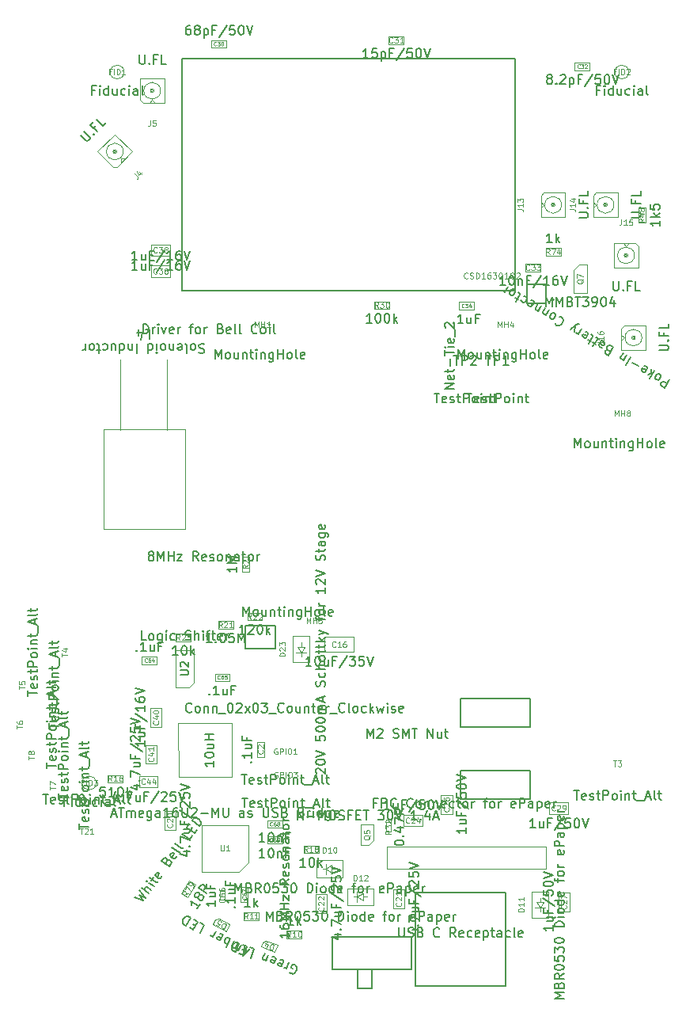
<source format=gbr>
G04 #@! TF.GenerationSoftware,KiCad,Pcbnew,6.0.2+dfsg-1*
G04 #@! TF.CreationDate,2022-08-23T15:38:10-04:00*
G04 #@! TF.ProjectId,RUSP_Mainboard,52555350-5f4d-4616-996e-626f6172642e,rev?*
G04 #@! TF.SameCoordinates,Original*
G04 #@! TF.FileFunction,AssemblyDrawing,Top*
%FSLAX46Y46*%
G04 Gerber Fmt 4.6, Leading zero omitted, Abs format (unit mm)*
G04 Created by KiCad (PCBNEW 6.0.2+dfsg-1) date 2022-08-23 15:38:10*
%MOMM*%
%LPD*%
G01*
G04 APERTURE LIST*
%ADD10C,0.150000*%
%ADD11C,0.120000*%
%ADD12C,0.060000*%
%ADD13C,0.015000*%
%ADD14C,0.100000*%
%ADD15C,0.127000*%
%ADD16C,0.200000*%
G04 APERTURE END LIST*
D10*
X152422380Y-141438095D02*
X152422380Y-141342857D01*
X152470000Y-141247619D01*
X152517619Y-141200000D01*
X152612857Y-141152380D01*
X152803333Y-141104761D01*
X153041428Y-141104761D01*
X153231904Y-141152380D01*
X153327142Y-141200000D01*
X153374761Y-141247619D01*
X153422380Y-141342857D01*
X153422380Y-141438095D01*
X153374761Y-141533333D01*
X153327142Y-141580952D01*
X153231904Y-141628571D01*
X153041428Y-141676190D01*
X152803333Y-141676190D01*
X152612857Y-141628571D01*
X152517619Y-141580952D01*
X152470000Y-141533333D01*
X152422380Y-141438095D01*
X153327142Y-140676190D02*
X153374761Y-140628571D01*
X153422380Y-140676190D01*
X153374761Y-140723809D01*
X153327142Y-140676190D01*
X153422380Y-140676190D01*
X152755714Y-139771428D02*
X153422380Y-139771428D01*
X152374761Y-140009523D02*
X153089047Y-140247619D01*
X153089047Y-139628571D01*
X152422380Y-139342857D02*
X152422380Y-138676190D01*
X153422380Y-139104761D01*
X153422380Y-137723809D02*
X152946190Y-138057142D01*
X153422380Y-138295238D02*
X152422380Y-138295238D01*
X152422380Y-137914285D01*
X152470000Y-137819047D01*
X152517619Y-137771428D01*
X152612857Y-137723809D01*
X152755714Y-137723809D01*
X152850952Y-137771428D01*
X152898571Y-137819047D01*
X152946190Y-137914285D01*
X152946190Y-138295238D01*
D11*
X152071428Y-140085714D02*
X151785714Y-140285714D01*
X152071428Y-140428571D02*
X151471428Y-140428571D01*
X151471428Y-140200000D01*
X151500000Y-140142857D01*
X151528571Y-140114285D01*
X151585714Y-140085714D01*
X151671428Y-140085714D01*
X151728571Y-140114285D01*
X151757142Y-140142857D01*
X151785714Y-140200000D01*
X151785714Y-140428571D01*
X151471428Y-139885714D02*
X151471428Y-139514285D01*
X151700000Y-139714285D01*
X151700000Y-139628571D01*
X151728571Y-139571428D01*
X151757142Y-139542857D01*
X151814285Y-139514285D01*
X151957142Y-139514285D01*
X152014285Y-139542857D01*
X152042857Y-139571428D01*
X152071428Y-139628571D01*
X152071428Y-139800000D01*
X152042857Y-139857142D01*
X152014285Y-139885714D01*
X151528571Y-139285714D02*
X151500000Y-139257142D01*
X151471428Y-139200000D01*
X151471428Y-139057142D01*
X151500000Y-139000000D01*
X151528571Y-138971428D01*
X151585714Y-138942857D01*
X151642857Y-138942857D01*
X151728571Y-138971428D01*
X152071428Y-139314285D01*
X152071428Y-138942857D01*
D10*
X158767857Y-85787142D02*
X158815476Y-85834761D01*
X158767857Y-85882380D01*
X158720238Y-85834761D01*
X158767857Y-85787142D01*
X158767857Y-85882380D01*
X159767857Y-85882380D02*
X159196428Y-85882380D01*
X159482142Y-85882380D02*
X159482142Y-84882380D01*
X159386904Y-85025238D01*
X159291666Y-85120476D01*
X159196428Y-85168095D01*
X160625000Y-85215714D02*
X160625000Y-85882380D01*
X160196428Y-85215714D02*
X160196428Y-85739523D01*
X160244047Y-85834761D01*
X160339285Y-85882380D01*
X160482142Y-85882380D01*
X160577380Y-85834761D01*
X160625000Y-85787142D01*
X161434523Y-85358571D02*
X161101190Y-85358571D01*
X161101190Y-85882380D02*
X161101190Y-84882380D01*
X161577380Y-84882380D01*
D12*
X159867857Y-84142857D02*
X159848809Y-84161904D01*
X159791666Y-84180952D01*
X159753571Y-84180952D01*
X159696428Y-84161904D01*
X159658333Y-84123809D01*
X159639285Y-84085714D01*
X159620238Y-84009523D01*
X159620238Y-83952380D01*
X159639285Y-83876190D01*
X159658333Y-83838095D01*
X159696428Y-83800000D01*
X159753571Y-83780952D01*
X159791666Y-83780952D01*
X159848809Y-83800000D01*
X159867857Y-83819047D01*
X160001190Y-83780952D02*
X160248809Y-83780952D01*
X160115476Y-83933333D01*
X160172619Y-83933333D01*
X160210714Y-83952380D01*
X160229761Y-83971428D01*
X160248809Y-84009523D01*
X160248809Y-84104761D01*
X160229761Y-84142857D01*
X160210714Y-84161904D01*
X160172619Y-84180952D01*
X160058333Y-84180952D01*
X160020238Y-84161904D01*
X160001190Y-84142857D01*
X160591666Y-83914285D02*
X160591666Y-84180952D01*
X160496428Y-83761904D02*
X160401190Y-84047619D01*
X160648809Y-84047619D01*
D10*
X164273809Y-81782380D02*
X163702380Y-81782380D01*
X163988095Y-81782380D02*
X163988095Y-80782380D01*
X163892857Y-80925238D01*
X163797619Y-81020476D01*
X163702380Y-81068095D01*
X164892857Y-80782380D02*
X164988095Y-80782380D01*
X165083333Y-80830000D01*
X165130952Y-80877619D01*
X165178571Y-80972857D01*
X165226190Y-81163333D01*
X165226190Y-81401428D01*
X165178571Y-81591904D01*
X165130952Y-81687142D01*
X165083333Y-81734761D01*
X164988095Y-81782380D01*
X164892857Y-81782380D01*
X164797619Y-81734761D01*
X164750000Y-81687142D01*
X164702380Y-81591904D01*
X164654761Y-81401428D01*
X164654761Y-81163333D01*
X164702380Y-80972857D01*
X164750000Y-80877619D01*
X164797619Y-80830000D01*
X164892857Y-80782380D01*
X165654761Y-81115714D02*
X165654761Y-81782380D01*
X165654761Y-81210952D02*
X165702380Y-81163333D01*
X165797619Y-81115714D01*
X165940476Y-81115714D01*
X166035714Y-81163333D01*
X166083333Y-81258571D01*
X166083333Y-81782380D01*
X166892857Y-81258571D02*
X166559523Y-81258571D01*
X166559523Y-81782380D02*
X166559523Y-80782380D01*
X167035714Y-80782380D01*
X168130952Y-80734761D02*
X167273809Y-82020476D01*
X168988095Y-81782380D02*
X168416666Y-81782380D01*
X168702380Y-81782380D02*
X168702380Y-80782380D01*
X168607142Y-80925238D01*
X168511904Y-81020476D01*
X168416666Y-81068095D01*
X169845238Y-80782380D02*
X169654761Y-80782380D01*
X169559523Y-80830000D01*
X169511904Y-80877619D01*
X169416666Y-81020476D01*
X169369047Y-81210952D01*
X169369047Y-81591904D01*
X169416666Y-81687142D01*
X169464285Y-81734761D01*
X169559523Y-81782380D01*
X169750000Y-81782380D01*
X169845238Y-81734761D01*
X169892857Y-81687142D01*
X169940476Y-81591904D01*
X169940476Y-81353809D01*
X169892857Y-81258571D01*
X169845238Y-81210952D01*
X169750000Y-81163333D01*
X169559523Y-81163333D01*
X169464285Y-81210952D01*
X169416666Y-81258571D01*
X169369047Y-81353809D01*
X170226190Y-80782380D02*
X170559523Y-81782380D01*
X170892857Y-80782380D01*
D11*
X166864285Y-80114285D02*
X166835714Y-80142857D01*
X166750000Y-80171428D01*
X166692857Y-80171428D01*
X166607142Y-80142857D01*
X166550000Y-80085714D01*
X166521428Y-80028571D01*
X166492857Y-79914285D01*
X166492857Y-79828571D01*
X166521428Y-79714285D01*
X166550000Y-79657142D01*
X166607142Y-79600000D01*
X166692857Y-79571428D01*
X166750000Y-79571428D01*
X166835714Y-79600000D01*
X166864285Y-79628571D01*
X167064285Y-79571428D02*
X167435714Y-79571428D01*
X167235714Y-79800000D01*
X167321428Y-79800000D01*
X167378571Y-79828571D01*
X167407142Y-79857142D01*
X167435714Y-79914285D01*
X167435714Y-80057142D01*
X167407142Y-80114285D01*
X167378571Y-80142857D01*
X167321428Y-80171428D01*
X167150000Y-80171428D01*
X167092857Y-80142857D01*
X167064285Y-80114285D01*
X167635714Y-79571428D02*
X168007142Y-79571428D01*
X167807142Y-79800000D01*
X167892857Y-79800000D01*
X167950000Y-79828571D01*
X167978571Y-79857142D01*
X168007142Y-79914285D01*
X168007142Y-80057142D01*
X167978571Y-80114285D01*
X167950000Y-80142857D01*
X167892857Y-80171428D01*
X167721428Y-80171428D01*
X167664285Y-80142857D01*
X167635714Y-80114285D01*
D10*
X168919761Y-59710952D02*
X168824523Y-59663333D01*
X168776904Y-59615714D01*
X168729285Y-59520476D01*
X168729285Y-59472857D01*
X168776904Y-59377619D01*
X168824523Y-59330000D01*
X168919761Y-59282380D01*
X169110238Y-59282380D01*
X169205476Y-59330000D01*
X169253095Y-59377619D01*
X169300714Y-59472857D01*
X169300714Y-59520476D01*
X169253095Y-59615714D01*
X169205476Y-59663333D01*
X169110238Y-59710952D01*
X168919761Y-59710952D01*
X168824523Y-59758571D01*
X168776904Y-59806190D01*
X168729285Y-59901428D01*
X168729285Y-60091904D01*
X168776904Y-60187142D01*
X168824523Y-60234761D01*
X168919761Y-60282380D01*
X169110238Y-60282380D01*
X169205476Y-60234761D01*
X169253095Y-60187142D01*
X169300714Y-60091904D01*
X169300714Y-59901428D01*
X169253095Y-59806190D01*
X169205476Y-59758571D01*
X169110238Y-59710952D01*
X169729285Y-60187142D02*
X169776904Y-60234761D01*
X169729285Y-60282380D01*
X169681666Y-60234761D01*
X169729285Y-60187142D01*
X169729285Y-60282380D01*
X170157857Y-59377619D02*
X170205476Y-59330000D01*
X170300714Y-59282380D01*
X170538809Y-59282380D01*
X170634047Y-59330000D01*
X170681666Y-59377619D01*
X170729285Y-59472857D01*
X170729285Y-59568095D01*
X170681666Y-59710952D01*
X170110238Y-60282380D01*
X170729285Y-60282380D01*
X171157857Y-59615714D02*
X171157857Y-60615714D01*
X171157857Y-59663333D02*
X171253095Y-59615714D01*
X171443571Y-59615714D01*
X171538809Y-59663333D01*
X171586428Y-59710952D01*
X171634047Y-59806190D01*
X171634047Y-60091904D01*
X171586428Y-60187142D01*
X171538809Y-60234761D01*
X171443571Y-60282380D01*
X171253095Y-60282380D01*
X171157857Y-60234761D01*
X172395952Y-59758571D02*
X172062619Y-59758571D01*
X172062619Y-60282380D02*
X172062619Y-59282380D01*
X172538809Y-59282380D01*
X173634047Y-59234761D02*
X172776904Y-60520476D01*
X174443571Y-59282380D02*
X173967380Y-59282380D01*
X173919761Y-59758571D01*
X173967380Y-59710952D01*
X174062619Y-59663333D01*
X174300714Y-59663333D01*
X174395952Y-59710952D01*
X174443571Y-59758571D01*
X174491190Y-59853809D01*
X174491190Y-60091904D01*
X174443571Y-60187142D01*
X174395952Y-60234761D01*
X174300714Y-60282380D01*
X174062619Y-60282380D01*
X173967380Y-60234761D01*
X173919761Y-60187142D01*
X175110238Y-59282380D02*
X175205476Y-59282380D01*
X175300714Y-59330000D01*
X175348333Y-59377619D01*
X175395952Y-59472857D01*
X175443571Y-59663333D01*
X175443571Y-59901428D01*
X175395952Y-60091904D01*
X175348333Y-60187142D01*
X175300714Y-60234761D01*
X175205476Y-60282380D01*
X175110238Y-60282380D01*
X175015000Y-60234761D01*
X174967380Y-60187142D01*
X174919761Y-60091904D01*
X174872142Y-59901428D01*
X174872142Y-59663333D01*
X174919761Y-59472857D01*
X174967380Y-59377619D01*
X175015000Y-59330000D01*
X175110238Y-59282380D01*
X175729285Y-59282380D02*
X176062619Y-60282380D01*
X176395952Y-59282380D01*
D12*
X172257857Y-58542857D02*
X172238809Y-58561904D01*
X172181666Y-58580952D01*
X172143571Y-58580952D01*
X172086428Y-58561904D01*
X172048333Y-58523809D01*
X172029285Y-58485714D01*
X172010238Y-58409523D01*
X172010238Y-58352380D01*
X172029285Y-58276190D01*
X172048333Y-58238095D01*
X172086428Y-58200000D01*
X172143571Y-58180952D01*
X172181666Y-58180952D01*
X172238809Y-58200000D01*
X172257857Y-58219047D01*
X172391190Y-58180952D02*
X172638809Y-58180952D01*
X172505476Y-58333333D01*
X172562619Y-58333333D01*
X172600714Y-58352380D01*
X172619761Y-58371428D01*
X172638809Y-58409523D01*
X172638809Y-58504761D01*
X172619761Y-58542857D01*
X172600714Y-58561904D01*
X172562619Y-58580952D01*
X172448333Y-58580952D01*
X172410238Y-58561904D01*
X172391190Y-58542857D01*
X172791190Y-58219047D02*
X172810238Y-58200000D01*
X172848333Y-58180952D01*
X172943571Y-58180952D01*
X172981666Y-58200000D01*
X173000714Y-58219047D01*
X173019761Y-58257142D01*
X173019761Y-58295238D01*
X173000714Y-58352380D01*
X172772142Y-58580952D01*
X173019761Y-58580952D01*
D10*
X149623809Y-57482380D02*
X149052380Y-57482380D01*
X149338095Y-57482380D02*
X149338095Y-56482380D01*
X149242857Y-56625238D01*
X149147619Y-56720476D01*
X149052380Y-56768095D01*
X150528571Y-56482380D02*
X150052380Y-56482380D01*
X150004761Y-56958571D01*
X150052380Y-56910952D01*
X150147619Y-56863333D01*
X150385714Y-56863333D01*
X150480952Y-56910952D01*
X150528571Y-56958571D01*
X150576190Y-57053809D01*
X150576190Y-57291904D01*
X150528571Y-57387142D01*
X150480952Y-57434761D01*
X150385714Y-57482380D01*
X150147619Y-57482380D01*
X150052380Y-57434761D01*
X150004761Y-57387142D01*
X151004761Y-56815714D02*
X151004761Y-57815714D01*
X151004761Y-56863333D02*
X151100000Y-56815714D01*
X151290476Y-56815714D01*
X151385714Y-56863333D01*
X151433333Y-56910952D01*
X151480952Y-57006190D01*
X151480952Y-57291904D01*
X151433333Y-57387142D01*
X151385714Y-57434761D01*
X151290476Y-57482380D01*
X151100000Y-57482380D01*
X151004761Y-57434761D01*
X152242857Y-56958571D02*
X151909523Y-56958571D01*
X151909523Y-57482380D02*
X151909523Y-56482380D01*
X152385714Y-56482380D01*
X153480952Y-56434761D02*
X152623809Y-57720476D01*
X154290476Y-56482380D02*
X153814285Y-56482380D01*
X153766666Y-56958571D01*
X153814285Y-56910952D01*
X153909523Y-56863333D01*
X154147619Y-56863333D01*
X154242857Y-56910952D01*
X154290476Y-56958571D01*
X154338095Y-57053809D01*
X154338095Y-57291904D01*
X154290476Y-57387142D01*
X154242857Y-57434761D01*
X154147619Y-57482380D01*
X153909523Y-57482380D01*
X153814285Y-57434761D01*
X153766666Y-57387142D01*
X154957142Y-56482380D02*
X155052380Y-56482380D01*
X155147619Y-56530000D01*
X155195238Y-56577619D01*
X155242857Y-56672857D01*
X155290476Y-56863333D01*
X155290476Y-57101428D01*
X155242857Y-57291904D01*
X155195238Y-57387142D01*
X155147619Y-57434761D01*
X155052380Y-57482380D01*
X154957142Y-57482380D01*
X154861904Y-57434761D01*
X154814285Y-57387142D01*
X154766666Y-57291904D01*
X154719047Y-57101428D01*
X154719047Y-56863333D01*
X154766666Y-56672857D01*
X154814285Y-56577619D01*
X154861904Y-56530000D01*
X154957142Y-56482380D01*
X155576190Y-56482380D02*
X155909523Y-57482380D01*
X156242857Y-56482380D01*
D11*
X152214285Y-55814285D02*
X152185714Y-55842857D01*
X152100000Y-55871428D01*
X152042857Y-55871428D01*
X151957142Y-55842857D01*
X151900000Y-55785714D01*
X151871428Y-55728571D01*
X151842857Y-55614285D01*
X151842857Y-55528571D01*
X151871428Y-55414285D01*
X151900000Y-55357142D01*
X151957142Y-55300000D01*
X152042857Y-55271428D01*
X152100000Y-55271428D01*
X152185714Y-55300000D01*
X152214285Y-55328571D01*
X152414285Y-55271428D02*
X152785714Y-55271428D01*
X152585714Y-55500000D01*
X152671428Y-55500000D01*
X152728571Y-55528571D01*
X152757142Y-55557142D01*
X152785714Y-55614285D01*
X152785714Y-55757142D01*
X152757142Y-55814285D01*
X152728571Y-55842857D01*
X152671428Y-55871428D01*
X152500000Y-55871428D01*
X152442857Y-55842857D01*
X152414285Y-55814285D01*
X153357142Y-55871428D02*
X153014285Y-55871428D01*
X153185714Y-55871428D02*
X153185714Y-55271428D01*
X153128571Y-55357142D01*
X153071428Y-55414285D01*
X153014285Y-55442857D01*
D10*
X115202380Y-133440476D02*
X115202380Y-132869047D01*
X116202380Y-133154761D02*
X115202380Y-133154761D01*
X116154761Y-132154761D02*
X116202380Y-132250000D01*
X116202380Y-132440476D01*
X116154761Y-132535714D01*
X116059523Y-132583333D01*
X115678571Y-132583333D01*
X115583333Y-132535714D01*
X115535714Y-132440476D01*
X115535714Y-132250000D01*
X115583333Y-132154761D01*
X115678571Y-132107142D01*
X115773809Y-132107142D01*
X115869047Y-132583333D01*
X116154761Y-131726190D02*
X116202380Y-131630952D01*
X116202380Y-131440476D01*
X116154761Y-131345238D01*
X116059523Y-131297619D01*
X116011904Y-131297619D01*
X115916666Y-131345238D01*
X115869047Y-131440476D01*
X115869047Y-131583333D01*
X115821428Y-131678571D01*
X115726190Y-131726190D01*
X115678571Y-131726190D01*
X115583333Y-131678571D01*
X115535714Y-131583333D01*
X115535714Y-131440476D01*
X115583333Y-131345238D01*
X115535714Y-131011904D02*
X115535714Y-130630952D01*
X115202380Y-130869047D02*
X116059523Y-130869047D01*
X116154761Y-130821428D01*
X116202380Y-130726190D01*
X116202380Y-130630952D01*
X116202380Y-130297619D02*
X115202380Y-130297619D01*
X115202380Y-129916666D01*
X115250000Y-129821428D01*
X115297619Y-129773809D01*
X115392857Y-129726190D01*
X115535714Y-129726190D01*
X115630952Y-129773809D01*
X115678571Y-129821428D01*
X115726190Y-129916666D01*
X115726190Y-130297619D01*
X116202380Y-129154761D02*
X116154761Y-129250000D01*
X116107142Y-129297619D01*
X116011904Y-129345238D01*
X115726190Y-129345238D01*
X115630952Y-129297619D01*
X115583333Y-129250000D01*
X115535714Y-129154761D01*
X115535714Y-129011904D01*
X115583333Y-128916666D01*
X115630952Y-128869047D01*
X115726190Y-128821428D01*
X116011904Y-128821428D01*
X116107142Y-128869047D01*
X116154761Y-128916666D01*
X116202380Y-129011904D01*
X116202380Y-129154761D01*
X116202380Y-128392857D02*
X115535714Y-128392857D01*
X115202380Y-128392857D02*
X115250000Y-128440476D01*
X115297619Y-128392857D01*
X115250000Y-128345238D01*
X115202380Y-128392857D01*
X115297619Y-128392857D01*
X115535714Y-127916666D02*
X116202380Y-127916666D01*
X115630952Y-127916666D02*
X115583333Y-127869047D01*
X115535714Y-127773809D01*
X115535714Y-127630952D01*
X115583333Y-127535714D01*
X115678571Y-127488095D01*
X116202380Y-127488095D01*
X115535714Y-127154761D02*
X115535714Y-126773809D01*
X115202380Y-127011904D02*
X116059523Y-127011904D01*
X116154761Y-126964285D01*
X116202380Y-126869047D01*
X116202380Y-126773809D01*
X116297619Y-126678571D02*
X116297619Y-125916666D01*
X115916666Y-125726190D02*
X115916666Y-125250000D01*
X116202380Y-125821428D02*
X115202380Y-125488095D01*
X116202380Y-125154761D01*
X116202380Y-124678571D02*
X116154761Y-124773809D01*
X116059523Y-124821428D01*
X115202380Y-124821428D01*
X115535714Y-124440476D02*
X115535714Y-124059523D01*
X115202380Y-124297619D02*
X116059523Y-124297619D01*
X116154761Y-124250000D01*
X116202380Y-124154761D01*
X116202380Y-124059523D01*
D11*
X112021428Y-129207142D02*
X112021428Y-128864285D01*
X112621428Y-129035714D02*
X112021428Y-129035714D01*
X112021428Y-128407142D02*
X112021428Y-128521428D01*
X112050000Y-128578571D01*
X112078571Y-128607142D01*
X112164285Y-128664285D01*
X112278571Y-128692857D01*
X112507142Y-128692857D01*
X112564285Y-128664285D01*
X112592857Y-128635714D01*
X112621428Y-128578571D01*
X112621428Y-128464285D01*
X112592857Y-128407142D01*
X112564285Y-128378571D01*
X112507142Y-128350000D01*
X112364285Y-128350000D01*
X112307142Y-128378571D01*
X112278571Y-128407142D01*
X112250000Y-128464285D01*
X112250000Y-128578571D01*
X112278571Y-128635714D01*
X112307142Y-128664285D01*
X112364285Y-128692857D01*
D10*
X113202380Y-125690476D02*
X113202380Y-125119047D01*
X114202380Y-125404761D02*
X113202380Y-125404761D01*
X114154761Y-124404761D02*
X114202380Y-124500000D01*
X114202380Y-124690476D01*
X114154761Y-124785714D01*
X114059523Y-124833333D01*
X113678571Y-124833333D01*
X113583333Y-124785714D01*
X113535714Y-124690476D01*
X113535714Y-124500000D01*
X113583333Y-124404761D01*
X113678571Y-124357142D01*
X113773809Y-124357142D01*
X113869047Y-124833333D01*
X114154761Y-123976190D02*
X114202380Y-123880952D01*
X114202380Y-123690476D01*
X114154761Y-123595238D01*
X114059523Y-123547619D01*
X114011904Y-123547619D01*
X113916666Y-123595238D01*
X113869047Y-123690476D01*
X113869047Y-123833333D01*
X113821428Y-123928571D01*
X113726190Y-123976190D01*
X113678571Y-123976190D01*
X113583333Y-123928571D01*
X113535714Y-123833333D01*
X113535714Y-123690476D01*
X113583333Y-123595238D01*
X113535714Y-123261904D02*
X113535714Y-122880952D01*
X113202380Y-123119047D02*
X114059523Y-123119047D01*
X114154761Y-123071428D01*
X114202380Y-122976190D01*
X114202380Y-122880952D01*
X114202380Y-122547619D02*
X113202380Y-122547619D01*
X113202380Y-122166666D01*
X113250000Y-122071428D01*
X113297619Y-122023809D01*
X113392857Y-121976190D01*
X113535714Y-121976190D01*
X113630952Y-122023809D01*
X113678571Y-122071428D01*
X113726190Y-122166666D01*
X113726190Y-122547619D01*
X114202380Y-121404761D02*
X114154761Y-121500000D01*
X114107142Y-121547619D01*
X114011904Y-121595238D01*
X113726190Y-121595238D01*
X113630952Y-121547619D01*
X113583333Y-121500000D01*
X113535714Y-121404761D01*
X113535714Y-121261904D01*
X113583333Y-121166666D01*
X113630952Y-121119047D01*
X113726190Y-121071428D01*
X114011904Y-121071428D01*
X114107142Y-121119047D01*
X114154761Y-121166666D01*
X114202380Y-121261904D01*
X114202380Y-121404761D01*
X114202380Y-120642857D02*
X113535714Y-120642857D01*
X113202380Y-120642857D02*
X113250000Y-120690476D01*
X113297619Y-120642857D01*
X113250000Y-120595238D01*
X113202380Y-120642857D01*
X113297619Y-120642857D01*
X113535714Y-120166666D02*
X114202380Y-120166666D01*
X113630952Y-120166666D02*
X113583333Y-120119047D01*
X113535714Y-120023809D01*
X113535714Y-119880952D01*
X113583333Y-119785714D01*
X113678571Y-119738095D01*
X114202380Y-119738095D01*
X113535714Y-119404761D02*
X113535714Y-119023809D01*
X113202380Y-119261904D02*
X114059523Y-119261904D01*
X114154761Y-119214285D01*
X114202380Y-119119047D01*
X114202380Y-119023809D01*
X114297619Y-118928571D02*
X114297619Y-118166666D01*
X113916666Y-117976190D02*
X113916666Y-117500000D01*
X114202380Y-118071428D02*
X113202380Y-117738095D01*
X114202380Y-117404761D01*
X114202380Y-116928571D02*
X114154761Y-117023809D01*
X114059523Y-117071428D01*
X113202380Y-117071428D01*
X113535714Y-116690476D02*
X113535714Y-116309523D01*
X113202380Y-116547619D02*
X114059523Y-116547619D01*
X114154761Y-116500000D01*
X114202380Y-116404761D01*
X114202380Y-116309523D01*
D11*
X116821428Y-121457142D02*
X116821428Y-121114285D01*
X117421428Y-121285714D02*
X116821428Y-121285714D01*
X117021428Y-120657142D02*
X117421428Y-120657142D01*
X116792857Y-120800000D02*
X117221428Y-120942857D01*
X117221428Y-120571428D01*
D10*
X150519047Y-137128571D02*
X150185714Y-137128571D01*
X150185714Y-137652380D02*
X150185714Y-136652380D01*
X150661904Y-136652380D01*
X151042857Y-137652380D02*
X151042857Y-136652380D01*
X151423809Y-136652380D01*
X151519047Y-136700000D01*
X151566666Y-136747619D01*
X151614285Y-136842857D01*
X151614285Y-136985714D01*
X151566666Y-137080952D01*
X151519047Y-137128571D01*
X151423809Y-137176190D01*
X151042857Y-137176190D01*
X152614285Y-137557142D02*
X152566666Y-137604761D01*
X152423809Y-137652380D01*
X152328571Y-137652380D01*
X152185714Y-137604761D01*
X152090476Y-137509523D01*
X152042857Y-137414285D01*
X151995238Y-137223809D01*
X151995238Y-137080952D01*
X152042857Y-136890476D01*
X152090476Y-136795238D01*
X152185714Y-136700000D01*
X152328571Y-136652380D01*
X152423809Y-136652380D01*
X152566666Y-136700000D01*
X152614285Y-136747619D01*
X154376190Y-137557142D02*
X154328571Y-137604761D01*
X154185714Y-137652380D01*
X154090476Y-137652380D01*
X153947619Y-137604761D01*
X153852380Y-137509523D01*
X153804761Y-137414285D01*
X153757142Y-137223809D01*
X153757142Y-137080952D01*
X153804761Y-136890476D01*
X153852380Y-136795238D01*
X153947619Y-136700000D01*
X154090476Y-136652380D01*
X154185714Y-136652380D01*
X154328571Y-136700000D01*
X154376190Y-136747619D01*
X154947619Y-137652380D02*
X154852380Y-137604761D01*
X154804761Y-137557142D01*
X154757142Y-137461904D01*
X154757142Y-137176190D01*
X154804761Y-137080952D01*
X154852380Y-137033333D01*
X154947619Y-136985714D01*
X155090476Y-136985714D01*
X155185714Y-137033333D01*
X155233333Y-137080952D01*
X155280952Y-137176190D01*
X155280952Y-137461904D01*
X155233333Y-137557142D01*
X155185714Y-137604761D01*
X155090476Y-137652380D01*
X154947619Y-137652380D01*
X155709523Y-136985714D02*
X155709523Y-137652380D01*
X155709523Y-137080952D02*
X155757142Y-137033333D01*
X155852380Y-136985714D01*
X155995238Y-136985714D01*
X156090476Y-137033333D01*
X156138095Y-137128571D01*
X156138095Y-137652380D01*
X156614285Y-136985714D02*
X156614285Y-137652380D01*
X156614285Y-137080952D02*
X156661904Y-137033333D01*
X156757142Y-136985714D01*
X156900000Y-136985714D01*
X156995238Y-137033333D01*
X157042857Y-137128571D01*
X157042857Y-137652380D01*
X157900000Y-137604761D02*
X157804761Y-137652380D01*
X157614285Y-137652380D01*
X157519047Y-137604761D01*
X157471428Y-137509523D01*
X157471428Y-137128571D01*
X157519047Y-137033333D01*
X157614285Y-136985714D01*
X157804761Y-136985714D01*
X157900000Y-137033333D01*
X157947619Y-137128571D01*
X157947619Y-137223809D01*
X157471428Y-137319047D01*
X158804761Y-137604761D02*
X158709523Y-137652380D01*
X158519047Y-137652380D01*
X158423809Y-137604761D01*
X158376190Y-137557142D01*
X158328571Y-137461904D01*
X158328571Y-137176190D01*
X158376190Y-137080952D01*
X158423809Y-137033333D01*
X158519047Y-136985714D01*
X158709523Y-136985714D01*
X158804761Y-137033333D01*
X159090476Y-136985714D02*
X159471428Y-136985714D01*
X159233333Y-136652380D02*
X159233333Y-137509523D01*
X159280952Y-137604761D01*
X159376190Y-137652380D01*
X159471428Y-137652380D01*
X159947619Y-137652380D02*
X159852380Y-137604761D01*
X159804761Y-137557142D01*
X159757142Y-137461904D01*
X159757142Y-137176190D01*
X159804761Y-137080952D01*
X159852380Y-137033333D01*
X159947619Y-136985714D01*
X160090476Y-136985714D01*
X160185714Y-137033333D01*
X160233333Y-137080952D01*
X160280952Y-137176190D01*
X160280952Y-137461904D01*
X160233333Y-137557142D01*
X160185714Y-137604761D01*
X160090476Y-137652380D01*
X159947619Y-137652380D01*
X160709523Y-137652380D02*
X160709523Y-136985714D01*
X160709523Y-137176190D02*
X160757142Y-137080952D01*
X160804761Y-137033333D01*
X160900000Y-136985714D01*
X160995238Y-136985714D01*
X161947619Y-136985714D02*
X162328571Y-136985714D01*
X162090476Y-137652380D02*
X162090476Y-136795238D01*
X162138095Y-136700000D01*
X162233333Y-136652380D01*
X162328571Y-136652380D01*
X162804761Y-137652380D02*
X162709523Y-137604761D01*
X162661904Y-137557142D01*
X162614285Y-137461904D01*
X162614285Y-137176190D01*
X162661904Y-137080952D01*
X162709523Y-137033333D01*
X162804761Y-136985714D01*
X162947619Y-136985714D01*
X163042857Y-137033333D01*
X163090476Y-137080952D01*
X163138095Y-137176190D01*
X163138095Y-137461904D01*
X163090476Y-137557142D01*
X163042857Y-137604761D01*
X162947619Y-137652380D01*
X162804761Y-137652380D01*
X163566666Y-137652380D02*
X163566666Y-136985714D01*
X163566666Y-137176190D02*
X163614285Y-137080952D01*
X163661904Y-137033333D01*
X163757142Y-136985714D01*
X163852380Y-136985714D01*
X165328571Y-137604761D02*
X165233333Y-137652380D01*
X165042857Y-137652380D01*
X164947619Y-137604761D01*
X164900000Y-137509523D01*
X164900000Y-137128571D01*
X164947619Y-137033333D01*
X165042857Y-136985714D01*
X165233333Y-136985714D01*
X165328571Y-137033333D01*
X165376190Y-137128571D01*
X165376190Y-137223809D01*
X164900000Y-137319047D01*
X165804761Y-137652380D02*
X165804761Y-136652380D01*
X166185714Y-136652380D01*
X166280952Y-136700000D01*
X166328571Y-136747619D01*
X166376190Y-136842857D01*
X166376190Y-136985714D01*
X166328571Y-137080952D01*
X166280952Y-137128571D01*
X166185714Y-137176190D01*
X165804761Y-137176190D01*
X167233333Y-137652380D02*
X167233333Y-137128571D01*
X167185714Y-137033333D01*
X167090476Y-136985714D01*
X166900000Y-136985714D01*
X166804761Y-137033333D01*
X167233333Y-137604761D02*
X167138095Y-137652380D01*
X166900000Y-137652380D01*
X166804761Y-137604761D01*
X166757142Y-137509523D01*
X166757142Y-137414285D01*
X166804761Y-137319047D01*
X166900000Y-137271428D01*
X167138095Y-137271428D01*
X167233333Y-137223809D01*
X167709523Y-136985714D02*
X167709523Y-137985714D01*
X167709523Y-137033333D02*
X167804761Y-136985714D01*
X167995238Y-136985714D01*
X168090476Y-137033333D01*
X168138095Y-137080952D01*
X168185714Y-137176190D01*
X168185714Y-137461904D01*
X168138095Y-137557142D01*
X168090476Y-137604761D01*
X167995238Y-137652380D01*
X167804761Y-137652380D01*
X167709523Y-137604761D01*
X168995238Y-137604761D02*
X168900000Y-137652380D01*
X168709523Y-137652380D01*
X168614285Y-137604761D01*
X168566666Y-137509523D01*
X168566666Y-137128571D01*
X168614285Y-137033333D01*
X168709523Y-136985714D01*
X168900000Y-136985714D01*
X168995238Y-137033333D01*
X169042857Y-137128571D01*
X169042857Y-137223809D01*
X168566666Y-137319047D01*
X169471428Y-137652380D02*
X169471428Y-136985714D01*
X169471428Y-137176190D02*
X169519047Y-137080952D01*
X169566666Y-137033333D01*
X169661904Y-136985714D01*
X169757142Y-136985714D01*
X171714285Y-99152380D02*
X171714285Y-98152380D01*
X172047619Y-98866666D01*
X172380952Y-98152380D01*
X172380952Y-99152380D01*
X173000000Y-99152380D02*
X172904761Y-99104761D01*
X172857142Y-99057142D01*
X172809523Y-98961904D01*
X172809523Y-98676190D01*
X172857142Y-98580952D01*
X172904761Y-98533333D01*
X173000000Y-98485714D01*
X173142857Y-98485714D01*
X173238095Y-98533333D01*
X173285714Y-98580952D01*
X173333333Y-98676190D01*
X173333333Y-98961904D01*
X173285714Y-99057142D01*
X173238095Y-99104761D01*
X173142857Y-99152380D01*
X173000000Y-99152380D01*
X174190476Y-98485714D02*
X174190476Y-99152380D01*
X173761904Y-98485714D02*
X173761904Y-99009523D01*
X173809523Y-99104761D01*
X173904761Y-99152380D01*
X174047619Y-99152380D01*
X174142857Y-99104761D01*
X174190476Y-99057142D01*
X174666666Y-98485714D02*
X174666666Y-99152380D01*
X174666666Y-98580952D02*
X174714285Y-98533333D01*
X174809523Y-98485714D01*
X174952380Y-98485714D01*
X175047619Y-98533333D01*
X175095238Y-98628571D01*
X175095238Y-99152380D01*
X175428571Y-98485714D02*
X175809523Y-98485714D01*
X175571428Y-98152380D02*
X175571428Y-99009523D01*
X175619047Y-99104761D01*
X175714285Y-99152380D01*
X175809523Y-99152380D01*
X176142857Y-99152380D02*
X176142857Y-98485714D01*
X176142857Y-98152380D02*
X176095238Y-98200000D01*
X176142857Y-98247619D01*
X176190476Y-98200000D01*
X176142857Y-98152380D01*
X176142857Y-98247619D01*
X176619047Y-98485714D02*
X176619047Y-99152380D01*
X176619047Y-98580952D02*
X176666666Y-98533333D01*
X176761904Y-98485714D01*
X176904761Y-98485714D01*
X177000000Y-98533333D01*
X177047619Y-98628571D01*
X177047619Y-99152380D01*
X177952380Y-98485714D02*
X177952380Y-99295238D01*
X177904761Y-99390476D01*
X177857142Y-99438095D01*
X177761904Y-99485714D01*
X177619047Y-99485714D01*
X177523809Y-99438095D01*
X177952380Y-99104761D02*
X177857142Y-99152380D01*
X177666666Y-99152380D01*
X177571428Y-99104761D01*
X177523809Y-99057142D01*
X177476190Y-98961904D01*
X177476190Y-98676190D01*
X177523809Y-98580952D01*
X177571428Y-98533333D01*
X177666666Y-98485714D01*
X177857142Y-98485714D01*
X177952380Y-98533333D01*
X178428571Y-99152380D02*
X178428571Y-98152380D01*
X178428571Y-98628571D02*
X179000000Y-98628571D01*
X179000000Y-99152380D02*
X179000000Y-98152380D01*
X179619047Y-99152380D02*
X179523809Y-99104761D01*
X179476190Y-99057142D01*
X179428571Y-98961904D01*
X179428571Y-98676190D01*
X179476190Y-98580952D01*
X179523809Y-98533333D01*
X179619047Y-98485714D01*
X179761904Y-98485714D01*
X179857142Y-98533333D01*
X179904761Y-98580952D01*
X179952380Y-98676190D01*
X179952380Y-98961904D01*
X179904761Y-99057142D01*
X179857142Y-99104761D01*
X179761904Y-99152380D01*
X179619047Y-99152380D01*
X180523809Y-99152380D02*
X180428571Y-99104761D01*
X180380952Y-99009523D01*
X180380952Y-98152380D01*
X181285714Y-99104761D02*
X181190476Y-99152380D01*
X181000000Y-99152380D01*
X180904761Y-99104761D01*
X180857142Y-99009523D01*
X180857142Y-98628571D01*
X180904761Y-98533333D01*
X181000000Y-98485714D01*
X181190476Y-98485714D01*
X181285714Y-98533333D01*
X181333333Y-98628571D01*
X181333333Y-98723809D01*
X180857142Y-98819047D01*
D11*
X176000000Y-95771428D02*
X176000000Y-95171428D01*
X176200000Y-95600000D01*
X176400000Y-95171428D01*
X176400000Y-95771428D01*
X176685714Y-95771428D02*
X176685714Y-95171428D01*
X176685714Y-95457142D02*
X177028571Y-95457142D01*
X177028571Y-95771428D02*
X177028571Y-95171428D01*
X177400000Y-95428571D02*
X177342857Y-95400000D01*
X177314285Y-95371428D01*
X177285714Y-95314285D01*
X177285714Y-95285714D01*
X177314285Y-95228571D01*
X177342857Y-95200000D01*
X177400000Y-95171428D01*
X177514285Y-95171428D01*
X177571428Y-95200000D01*
X177600000Y-95228571D01*
X177628571Y-95285714D01*
X177628571Y-95314285D01*
X177600000Y-95371428D01*
X177571428Y-95400000D01*
X177514285Y-95428571D01*
X177400000Y-95428571D01*
X177342857Y-95457142D01*
X177314285Y-95485714D01*
X177285714Y-95542857D01*
X177285714Y-95657142D01*
X177314285Y-95714285D01*
X177342857Y-95742857D01*
X177400000Y-95771428D01*
X177514285Y-95771428D01*
X177571428Y-95742857D01*
X177600000Y-95714285D01*
X177628571Y-95657142D01*
X177628571Y-95542857D01*
X177600000Y-95485714D01*
X177571428Y-95457142D01*
X177514285Y-95428571D01*
D10*
X149488095Y-130202380D02*
X149488095Y-129202380D01*
X149821428Y-129916666D01*
X150154761Y-129202380D01*
X150154761Y-130202380D01*
X150583333Y-129297619D02*
X150630952Y-129250000D01*
X150726190Y-129202380D01*
X150964285Y-129202380D01*
X151059523Y-129250000D01*
X151107142Y-129297619D01*
X151154761Y-129392857D01*
X151154761Y-129488095D01*
X151107142Y-129630952D01*
X150535714Y-130202380D01*
X151154761Y-130202380D01*
X152297619Y-130154761D02*
X152440476Y-130202380D01*
X152678571Y-130202380D01*
X152773809Y-130154761D01*
X152821428Y-130107142D01*
X152869047Y-130011904D01*
X152869047Y-129916666D01*
X152821428Y-129821428D01*
X152773809Y-129773809D01*
X152678571Y-129726190D01*
X152488095Y-129678571D01*
X152392857Y-129630952D01*
X152345238Y-129583333D01*
X152297619Y-129488095D01*
X152297619Y-129392857D01*
X152345238Y-129297619D01*
X152392857Y-129250000D01*
X152488095Y-129202380D01*
X152726190Y-129202380D01*
X152869047Y-129250000D01*
X153297619Y-130202380D02*
X153297619Y-129202380D01*
X153630952Y-129916666D01*
X153964285Y-129202380D01*
X153964285Y-130202380D01*
X154297619Y-129202380D02*
X154869047Y-129202380D01*
X154583333Y-130202380D02*
X154583333Y-129202380D01*
X155964285Y-130202380D02*
X155964285Y-129202380D01*
X156535714Y-130202380D01*
X156535714Y-129202380D01*
X157440476Y-129535714D02*
X157440476Y-130202380D01*
X157011904Y-129535714D02*
X157011904Y-130059523D01*
X157059523Y-130154761D01*
X157154761Y-130202380D01*
X157297619Y-130202380D01*
X157392857Y-130154761D01*
X157440476Y-130107142D01*
X157773809Y-129535714D02*
X158154761Y-129535714D01*
X157916666Y-129202380D02*
X157916666Y-130059523D01*
X157964285Y-130154761D01*
X158059523Y-130202380D01*
X158154761Y-130202380D01*
X159214285Y-89652380D02*
X159214285Y-88652380D01*
X159547619Y-89366666D01*
X159880952Y-88652380D01*
X159880952Y-89652380D01*
X160500000Y-89652380D02*
X160404761Y-89604761D01*
X160357142Y-89557142D01*
X160309523Y-89461904D01*
X160309523Y-89176190D01*
X160357142Y-89080952D01*
X160404761Y-89033333D01*
X160500000Y-88985714D01*
X160642857Y-88985714D01*
X160738095Y-89033333D01*
X160785714Y-89080952D01*
X160833333Y-89176190D01*
X160833333Y-89461904D01*
X160785714Y-89557142D01*
X160738095Y-89604761D01*
X160642857Y-89652380D01*
X160500000Y-89652380D01*
X161690476Y-88985714D02*
X161690476Y-89652380D01*
X161261904Y-88985714D02*
X161261904Y-89509523D01*
X161309523Y-89604761D01*
X161404761Y-89652380D01*
X161547619Y-89652380D01*
X161642857Y-89604761D01*
X161690476Y-89557142D01*
X162166666Y-88985714D02*
X162166666Y-89652380D01*
X162166666Y-89080952D02*
X162214285Y-89033333D01*
X162309523Y-88985714D01*
X162452380Y-88985714D01*
X162547619Y-89033333D01*
X162595238Y-89128571D01*
X162595238Y-89652380D01*
X162928571Y-88985714D02*
X163309523Y-88985714D01*
X163071428Y-88652380D02*
X163071428Y-89509523D01*
X163119047Y-89604761D01*
X163214285Y-89652380D01*
X163309523Y-89652380D01*
X163642857Y-89652380D02*
X163642857Y-88985714D01*
X163642857Y-88652380D02*
X163595238Y-88700000D01*
X163642857Y-88747619D01*
X163690476Y-88700000D01*
X163642857Y-88652380D01*
X163642857Y-88747619D01*
X164119047Y-88985714D02*
X164119047Y-89652380D01*
X164119047Y-89080952D02*
X164166666Y-89033333D01*
X164261904Y-88985714D01*
X164404761Y-88985714D01*
X164500000Y-89033333D01*
X164547619Y-89128571D01*
X164547619Y-89652380D01*
X165452380Y-88985714D02*
X165452380Y-89795238D01*
X165404761Y-89890476D01*
X165357142Y-89938095D01*
X165261904Y-89985714D01*
X165119047Y-89985714D01*
X165023809Y-89938095D01*
X165452380Y-89604761D02*
X165357142Y-89652380D01*
X165166666Y-89652380D01*
X165071428Y-89604761D01*
X165023809Y-89557142D01*
X164976190Y-89461904D01*
X164976190Y-89176190D01*
X165023809Y-89080952D01*
X165071428Y-89033333D01*
X165166666Y-88985714D01*
X165357142Y-88985714D01*
X165452380Y-89033333D01*
X165928571Y-89652380D02*
X165928571Y-88652380D01*
X165928571Y-89128571D02*
X166500000Y-89128571D01*
X166500000Y-89652380D02*
X166500000Y-88652380D01*
X167119047Y-89652380D02*
X167023809Y-89604761D01*
X166976190Y-89557142D01*
X166928571Y-89461904D01*
X166928571Y-89176190D01*
X166976190Y-89080952D01*
X167023809Y-89033333D01*
X167119047Y-88985714D01*
X167261904Y-88985714D01*
X167357142Y-89033333D01*
X167404761Y-89080952D01*
X167452380Y-89176190D01*
X167452380Y-89461904D01*
X167404761Y-89557142D01*
X167357142Y-89604761D01*
X167261904Y-89652380D01*
X167119047Y-89652380D01*
X168023809Y-89652380D02*
X167928571Y-89604761D01*
X167880952Y-89509523D01*
X167880952Y-88652380D01*
X168785714Y-89604761D02*
X168690476Y-89652380D01*
X168500000Y-89652380D01*
X168404761Y-89604761D01*
X168357142Y-89509523D01*
X168357142Y-89128571D01*
X168404761Y-89033333D01*
X168500000Y-88985714D01*
X168690476Y-88985714D01*
X168785714Y-89033333D01*
X168833333Y-89128571D01*
X168833333Y-89223809D01*
X168357142Y-89319047D01*
D11*
X163500000Y-86271428D02*
X163500000Y-85671428D01*
X163700000Y-86100000D01*
X163900000Y-85671428D01*
X163900000Y-86271428D01*
X164185714Y-86271428D02*
X164185714Y-85671428D01*
X164185714Y-85957142D02*
X164528571Y-85957142D01*
X164528571Y-86271428D02*
X164528571Y-85671428D01*
X165071428Y-85871428D02*
X165071428Y-86271428D01*
X164928571Y-85642857D02*
X164785714Y-86071428D01*
X165157142Y-86071428D01*
D10*
X136214285Y-117152380D02*
X136214285Y-116152380D01*
X136547619Y-116866666D01*
X136880952Y-116152380D01*
X136880952Y-117152380D01*
X137500000Y-117152380D02*
X137404761Y-117104761D01*
X137357142Y-117057142D01*
X137309523Y-116961904D01*
X137309523Y-116676190D01*
X137357142Y-116580952D01*
X137404761Y-116533333D01*
X137500000Y-116485714D01*
X137642857Y-116485714D01*
X137738095Y-116533333D01*
X137785714Y-116580952D01*
X137833333Y-116676190D01*
X137833333Y-116961904D01*
X137785714Y-117057142D01*
X137738095Y-117104761D01*
X137642857Y-117152380D01*
X137500000Y-117152380D01*
X138690476Y-116485714D02*
X138690476Y-117152380D01*
X138261904Y-116485714D02*
X138261904Y-117009523D01*
X138309523Y-117104761D01*
X138404761Y-117152380D01*
X138547619Y-117152380D01*
X138642857Y-117104761D01*
X138690476Y-117057142D01*
X139166666Y-116485714D02*
X139166666Y-117152380D01*
X139166666Y-116580952D02*
X139214285Y-116533333D01*
X139309523Y-116485714D01*
X139452380Y-116485714D01*
X139547619Y-116533333D01*
X139595238Y-116628571D01*
X139595238Y-117152380D01*
X139928571Y-116485714D02*
X140309523Y-116485714D01*
X140071428Y-116152380D02*
X140071428Y-117009523D01*
X140119047Y-117104761D01*
X140214285Y-117152380D01*
X140309523Y-117152380D01*
X140642857Y-117152380D02*
X140642857Y-116485714D01*
X140642857Y-116152380D02*
X140595238Y-116200000D01*
X140642857Y-116247619D01*
X140690476Y-116200000D01*
X140642857Y-116152380D01*
X140642857Y-116247619D01*
X141119047Y-116485714D02*
X141119047Y-117152380D01*
X141119047Y-116580952D02*
X141166666Y-116533333D01*
X141261904Y-116485714D01*
X141404761Y-116485714D01*
X141500000Y-116533333D01*
X141547619Y-116628571D01*
X141547619Y-117152380D01*
X142452380Y-116485714D02*
X142452380Y-117295238D01*
X142404761Y-117390476D01*
X142357142Y-117438095D01*
X142261904Y-117485714D01*
X142119047Y-117485714D01*
X142023809Y-117438095D01*
X142452380Y-117104761D02*
X142357142Y-117152380D01*
X142166666Y-117152380D01*
X142071428Y-117104761D01*
X142023809Y-117057142D01*
X141976190Y-116961904D01*
X141976190Y-116676190D01*
X142023809Y-116580952D01*
X142071428Y-116533333D01*
X142166666Y-116485714D01*
X142357142Y-116485714D01*
X142452380Y-116533333D01*
X142928571Y-117152380D02*
X142928571Y-116152380D01*
X142928571Y-116628571D02*
X143500000Y-116628571D01*
X143500000Y-117152380D02*
X143500000Y-116152380D01*
X144119047Y-117152380D02*
X144023809Y-117104761D01*
X143976190Y-117057142D01*
X143928571Y-116961904D01*
X143928571Y-116676190D01*
X143976190Y-116580952D01*
X144023809Y-116533333D01*
X144119047Y-116485714D01*
X144261904Y-116485714D01*
X144357142Y-116533333D01*
X144404761Y-116580952D01*
X144452380Y-116676190D01*
X144452380Y-116961904D01*
X144404761Y-117057142D01*
X144357142Y-117104761D01*
X144261904Y-117152380D01*
X144119047Y-117152380D01*
X145023809Y-117152380D02*
X144928571Y-117104761D01*
X144880952Y-117009523D01*
X144880952Y-116152380D01*
X145785714Y-117104761D02*
X145690476Y-117152380D01*
X145500000Y-117152380D01*
X145404761Y-117104761D01*
X145357142Y-117009523D01*
X145357142Y-116628571D01*
X145404761Y-116533333D01*
X145500000Y-116485714D01*
X145690476Y-116485714D01*
X145785714Y-116533333D01*
X145833333Y-116628571D01*
X145833333Y-116723809D01*
X145357142Y-116819047D01*
D11*
X143024999Y-117946427D02*
X143024999Y-117346427D01*
X143224999Y-117774999D01*
X143424999Y-117346427D01*
X143424999Y-117946427D01*
X143710713Y-117946427D02*
X143710713Y-117346427D01*
X143710713Y-117632141D02*
X144053570Y-117632141D01*
X144053570Y-117946427D02*
X144053570Y-117346427D01*
X144282141Y-117346427D02*
X144653570Y-117346427D01*
X144453570Y-117574999D01*
X144539284Y-117574999D01*
X144596427Y-117603570D01*
X144624999Y-117632141D01*
X144653570Y-117689284D01*
X144653570Y-117832141D01*
X144624999Y-117889284D01*
X144596427Y-117917856D01*
X144539284Y-117946427D01*
X144367856Y-117946427D01*
X144310713Y-117917856D01*
X144282141Y-117889284D01*
D10*
X133214285Y-89652380D02*
X133214285Y-88652380D01*
X133547619Y-89366666D01*
X133880952Y-88652380D01*
X133880952Y-89652380D01*
X134500000Y-89652380D02*
X134404761Y-89604761D01*
X134357142Y-89557142D01*
X134309523Y-89461904D01*
X134309523Y-89176190D01*
X134357142Y-89080952D01*
X134404761Y-89033333D01*
X134500000Y-88985714D01*
X134642857Y-88985714D01*
X134738095Y-89033333D01*
X134785714Y-89080952D01*
X134833333Y-89176190D01*
X134833333Y-89461904D01*
X134785714Y-89557142D01*
X134738095Y-89604761D01*
X134642857Y-89652380D01*
X134500000Y-89652380D01*
X135690476Y-88985714D02*
X135690476Y-89652380D01*
X135261904Y-88985714D02*
X135261904Y-89509523D01*
X135309523Y-89604761D01*
X135404761Y-89652380D01*
X135547619Y-89652380D01*
X135642857Y-89604761D01*
X135690476Y-89557142D01*
X136166666Y-88985714D02*
X136166666Y-89652380D01*
X136166666Y-89080952D02*
X136214285Y-89033333D01*
X136309523Y-88985714D01*
X136452380Y-88985714D01*
X136547619Y-89033333D01*
X136595238Y-89128571D01*
X136595238Y-89652380D01*
X136928571Y-88985714D02*
X137309523Y-88985714D01*
X137071428Y-88652380D02*
X137071428Y-89509523D01*
X137119047Y-89604761D01*
X137214285Y-89652380D01*
X137309523Y-89652380D01*
X137642857Y-89652380D02*
X137642857Y-88985714D01*
X137642857Y-88652380D02*
X137595238Y-88700000D01*
X137642857Y-88747619D01*
X137690476Y-88700000D01*
X137642857Y-88652380D01*
X137642857Y-88747619D01*
X138119047Y-88985714D02*
X138119047Y-89652380D01*
X138119047Y-89080952D02*
X138166666Y-89033333D01*
X138261904Y-88985714D01*
X138404761Y-88985714D01*
X138500000Y-89033333D01*
X138547619Y-89128571D01*
X138547619Y-89652380D01*
X139452380Y-88985714D02*
X139452380Y-89795238D01*
X139404761Y-89890476D01*
X139357142Y-89938095D01*
X139261904Y-89985714D01*
X139119047Y-89985714D01*
X139023809Y-89938095D01*
X139452380Y-89604761D02*
X139357142Y-89652380D01*
X139166666Y-89652380D01*
X139071428Y-89604761D01*
X139023809Y-89557142D01*
X138976190Y-89461904D01*
X138976190Y-89176190D01*
X139023809Y-89080952D01*
X139071428Y-89033333D01*
X139166666Y-88985714D01*
X139357142Y-88985714D01*
X139452380Y-89033333D01*
X139928571Y-89652380D02*
X139928571Y-88652380D01*
X139928571Y-89128571D02*
X140500000Y-89128571D01*
X140500000Y-89652380D02*
X140500000Y-88652380D01*
X141119047Y-89652380D02*
X141023809Y-89604761D01*
X140976190Y-89557142D01*
X140928571Y-89461904D01*
X140928571Y-89176190D01*
X140976190Y-89080952D01*
X141023809Y-89033333D01*
X141119047Y-88985714D01*
X141261904Y-88985714D01*
X141357142Y-89033333D01*
X141404761Y-89080952D01*
X141452380Y-89176190D01*
X141452380Y-89461904D01*
X141404761Y-89557142D01*
X141357142Y-89604761D01*
X141261904Y-89652380D01*
X141119047Y-89652380D01*
X142023809Y-89652380D02*
X141928571Y-89604761D01*
X141880952Y-89509523D01*
X141880952Y-88652380D01*
X142785714Y-89604761D02*
X142690476Y-89652380D01*
X142500000Y-89652380D01*
X142404761Y-89604761D01*
X142357142Y-89509523D01*
X142357142Y-89128571D01*
X142404761Y-89033333D01*
X142500000Y-88985714D01*
X142690476Y-88985714D01*
X142785714Y-89033333D01*
X142833333Y-89128571D01*
X142833333Y-89223809D01*
X142357142Y-89319047D01*
D11*
X137500000Y-86271428D02*
X137500000Y-85671428D01*
X137700000Y-86100000D01*
X137900000Y-85671428D01*
X137900000Y-86271428D01*
X138185714Y-86271428D02*
X138185714Y-85671428D01*
X138185714Y-85957142D02*
X138528571Y-85957142D01*
X138528571Y-86271428D02*
X138528571Y-85671428D01*
X139128571Y-86271428D02*
X138785714Y-86271428D01*
X138957142Y-86271428D02*
X138957142Y-85671428D01*
X138900000Y-85757142D01*
X138842857Y-85814285D01*
X138785714Y-85842857D01*
D10*
X170552380Y-158091428D02*
X169552380Y-158091428D01*
X170266666Y-157758095D01*
X169552380Y-157424761D01*
X170552380Y-157424761D01*
X170028571Y-156615238D02*
X170076190Y-156472380D01*
X170123809Y-156424761D01*
X170219047Y-156377142D01*
X170361904Y-156377142D01*
X170457142Y-156424761D01*
X170504761Y-156472380D01*
X170552380Y-156567619D01*
X170552380Y-156948571D01*
X169552380Y-156948571D01*
X169552380Y-156615238D01*
X169600000Y-156520000D01*
X169647619Y-156472380D01*
X169742857Y-156424761D01*
X169838095Y-156424761D01*
X169933333Y-156472380D01*
X169980952Y-156520000D01*
X170028571Y-156615238D01*
X170028571Y-156948571D01*
X170552380Y-155377142D02*
X170076190Y-155710476D01*
X170552380Y-155948571D02*
X169552380Y-155948571D01*
X169552380Y-155567619D01*
X169600000Y-155472380D01*
X169647619Y-155424761D01*
X169742857Y-155377142D01*
X169885714Y-155377142D01*
X169980952Y-155424761D01*
X170028571Y-155472380D01*
X170076190Y-155567619D01*
X170076190Y-155948571D01*
X169552380Y-154758095D02*
X169552380Y-154662857D01*
X169600000Y-154567619D01*
X169647619Y-154520000D01*
X169742857Y-154472380D01*
X169933333Y-154424761D01*
X170171428Y-154424761D01*
X170361904Y-154472380D01*
X170457142Y-154520000D01*
X170504761Y-154567619D01*
X170552380Y-154662857D01*
X170552380Y-154758095D01*
X170504761Y-154853333D01*
X170457142Y-154900952D01*
X170361904Y-154948571D01*
X170171428Y-154996190D01*
X169933333Y-154996190D01*
X169742857Y-154948571D01*
X169647619Y-154900952D01*
X169600000Y-154853333D01*
X169552380Y-154758095D01*
X169552380Y-153520000D02*
X169552380Y-153996190D01*
X170028571Y-154043809D01*
X169980952Y-153996190D01*
X169933333Y-153900952D01*
X169933333Y-153662857D01*
X169980952Y-153567619D01*
X170028571Y-153520000D01*
X170123809Y-153472380D01*
X170361904Y-153472380D01*
X170457142Y-153520000D01*
X170504761Y-153567619D01*
X170552380Y-153662857D01*
X170552380Y-153900952D01*
X170504761Y-153996190D01*
X170457142Y-154043809D01*
X169552380Y-153139047D02*
X169552380Y-152520000D01*
X169933333Y-152853333D01*
X169933333Y-152710476D01*
X169980952Y-152615238D01*
X170028571Y-152567619D01*
X170123809Y-152520000D01*
X170361904Y-152520000D01*
X170457142Y-152567619D01*
X170504761Y-152615238D01*
X170552380Y-152710476D01*
X170552380Y-152996190D01*
X170504761Y-153091428D01*
X170457142Y-153139047D01*
X169552380Y-151900952D02*
X169552380Y-151805714D01*
X169600000Y-151710476D01*
X169647619Y-151662857D01*
X169742857Y-151615238D01*
X169933333Y-151567619D01*
X170171428Y-151567619D01*
X170361904Y-151615238D01*
X170457142Y-151662857D01*
X170504761Y-151710476D01*
X170552380Y-151805714D01*
X170552380Y-151900952D01*
X170504761Y-151996190D01*
X170457142Y-152043809D01*
X170361904Y-152091428D01*
X170171428Y-152139047D01*
X169933333Y-152139047D01*
X169742857Y-152091428D01*
X169647619Y-152043809D01*
X169600000Y-151996190D01*
X169552380Y-151900952D01*
X170552380Y-150377142D02*
X169552380Y-150377142D01*
X169552380Y-150139047D01*
X169600000Y-149996190D01*
X169695238Y-149900952D01*
X169790476Y-149853333D01*
X169980952Y-149805714D01*
X170123809Y-149805714D01*
X170314285Y-149853333D01*
X170409523Y-149900952D01*
X170504761Y-149996190D01*
X170552380Y-150139047D01*
X170552380Y-150377142D01*
X170552380Y-149377142D02*
X169885714Y-149377142D01*
X169552380Y-149377142D02*
X169600000Y-149424761D01*
X169647619Y-149377142D01*
X169600000Y-149329523D01*
X169552380Y-149377142D01*
X169647619Y-149377142D01*
X170552380Y-148758095D02*
X170504761Y-148853333D01*
X170457142Y-148900952D01*
X170361904Y-148948571D01*
X170076190Y-148948571D01*
X169980952Y-148900952D01*
X169933333Y-148853333D01*
X169885714Y-148758095D01*
X169885714Y-148615238D01*
X169933333Y-148520000D01*
X169980952Y-148472380D01*
X170076190Y-148424761D01*
X170361904Y-148424761D01*
X170457142Y-148472380D01*
X170504761Y-148520000D01*
X170552380Y-148615238D01*
X170552380Y-148758095D01*
X170552380Y-147567619D02*
X169552380Y-147567619D01*
X170504761Y-147567619D02*
X170552380Y-147662857D01*
X170552380Y-147853333D01*
X170504761Y-147948571D01*
X170457142Y-147996190D01*
X170361904Y-148043809D01*
X170076190Y-148043809D01*
X169980952Y-147996190D01*
X169933333Y-147948571D01*
X169885714Y-147853333D01*
X169885714Y-147662857D01*
X169933333Y-147567619D01*
X170504761Y-146710476D02*
X170552380Y-146805714D01*
X170552380Y-146996190D01*
X170504761Y-147091428D01*
X170409523Y-147139047D01*
X170028571Y-147139047D01*
X169933333Y-147091428D01*
X169885714Y-146996190D01*
X169885714Y-146805714D01*
X169933333Y-146710476D01*
X170028571Y-146662857D01*
X170123809Y-146662857D01*
X170219047Y-147139047D01*
X169885714Y-145615238D02*
X169885714Y-145234285D01*
X170552380Y-145472380D02*
X169695238Y-145472380D01*
X169600000Y-145424761D01*
X169552380Y-145329523D01*
X169552380Y-145234285D01*
X170552380Y-144758095D02*
X170504761Y-144853333D01*
X170457142Y-144900952D01*
X170361904Y-144948571D01*
X170076190Y-144948571D01*
X169980952Y-144900952D01*
X169933333Y-144853333D01*
X169885714Y-144758095D01*
X169885714Y-144615238D01*
X169933333Y-144520000D01*
X169980952Y-144472380D01*
X170076190Y-144424761D01*
X170361904Y-144424761D01*
X170457142Y-144472380D01*
X170504761Y-144520000D01*
X170552380Y-144615238D01*
X170552380Y-144758095D01*
X170552380Y-143996190D02*
X169885714Y-143996190D01*
X170076190Y-143996190D02*
X169980952Y-143948571D01*
X169933333Y-143900952D01*
X169885714Y-143805714D01*
X169885714Y-143710476D01*
X170504761Y-142234285D02*
X170552380Y-142329523D01*
X170552380Y-142520000D01*
X170504761Y-142615238D01*
X170409523Y-142662857D01*
X170028571Y-142662857D01*
X169933333Y-142615238D01*
X169885714Y-142520000D01*
X169885714Y-142329523D01*
X169933333Y-142234285D01*
X170028571Y-142186666D01*
X170123809Y-142186666D01*
X170219047Y-142662857D01*
X170552380Y-141758095D02*
X169552380Y-141758095D01*
X169552380Y-141377142D01*
X169600000Y-141281904D01*
X169647619Y-141234285D01*
X169742857Y-141186666D01*
X169885714Y-141186666D01*
X169980952Y-141234285D01*
X170028571Y-141281904D01*
X170076190Y-141377142D01*
X170076190Y-141758095D01*
X170552380Y-140329523D02*
X170028571Y-140329523D01*
X169933333Y-140377142D01*
X169885714Y-140472380D01*
X169885714Y-140662857D01*
X169933333Y-140758095D01*
X170504761Y-140329523D02*
X170552380Y-140424761D01*
X170552380Y-140662857D01*
X170504761Y-140758095D01*
X170409523Y-140805714D01*
X170314285Y-140805714D01*
X170219047Y-140758095D01*
X170171428Y-140662857D01*
X170171428Y-140424761D01*
X170123809Y-140329523D01*
X169885714Y-139853333D02*
X170885714Y-139853333D01*
X169933333Y-139853333D02*
X169885714Y-139758095D01*
X169885714Y-139567619D01*
X169933333Y-139472380D01*
X169980952Y-139424761D01*
X170076190Y-139377142D01*
X170361904Y-139377142D01*
X170457142Y-139424761D01*
X170504761Y-139472380D01*
X170552380Y-139567619D01*
X170552380Y-139758095D01*
X170504761Y-139853333D01*
X170504761Y-138567619D02*
X170552380Y-138662857D01*
X170552380Y-138853333D01*
X170504761Y-138948571D01*
X170409523Y-138996190D01*
X170028571Y-138996190D01*
X169933333Y-138948571D01*
X169885714Y-138853333D01*
X169885714Y-138662857D01*
X169933333Y-138567619D01*
X170028571Y-138520000D01*
X170123809Y-138520000D01*
X170219047Y-138996190D01*
X170552380Y-138091428D02*
X169885714Y-138091428D01*
X170076190Y-138091428D02*
X169980952Y-138043809D01*
X169933333Y-137996190D01*
X169885714Y-137900952D01*
X169885714Y-137805714D01*
D11*
X166271428Y-148748571D02*
X165671428Y-148748571D01*
X165671428Y-148605714D01*
X165700000Y-148520000D01*
X165757142Y-148462857D01*
X165814285Y-148434285D01*
X165928571Y-148405714D01*
X166014285Y-148405714D01*
X166128571Y-148434285D01*
X166185714Y-148462857D01*
X166242857Y-148520000D01*
X166271428Y-148605714D01*
X166271428Y-148748571D01*
X166271428Y-147834285D02*
X166271428Y-148177142D01*
X166271428Y-148005714D02*
X165671428Y-148005714D01*
X165757142Y-148062857D01*
X165814285Y-148120000D01*
X165842857Y-148177142D01*
X166271428Y-147262857D02*
X166271428Y-147605714D01*
X166271428Y-147434285D02*
X165671428Y-147434285D01*
X165757142Y-147491428D01*
X165814285Y-147548571D01*
X165842857Y-147605714D01*
D10*
X167500000Y-139802380D02*
X166928571Y-139802380D01*
X167214285Y-139802380D02*
X167214285Y-138802380D01*
X167119047Y-138945238D01*
X167023809Y-139040476D01*
X166928571Y-139088095D01*
X168357142Y-139135714D02*
X168357142Y-139802380D01*
X167928571Y-139135714D02*
X167928571Y-139659523D01*
X167976190Y-139754761D01*
X168071428Y-139802380D01*
X168214285Y-139802380D01*
X168309523Y-139754761D01*
X168357142Y-139707142D01*
X169166666Y-139278571D02*
X168833333Y-139278571D01*
X168833333Y-139802380D02*
X168833333Y-138802380D01*
X169309523Y-138802380D01*
X170404761Y-138754761D02*
X169547619Y-140040476D01*
X171214285Y-138802380D02*
X170738095Y-138802380D01*
X170690476Y-139278571D01*
X170738095Y-139230952D01*
X170833333Y-139183333D01*
X171071428Y-139183333D01*
X171166666Y-139230952D01*
X171214285Y-139278571D01*
X171261904Y-139373809D01*
X171261904Y-139611904D01*
X171214285Y-139707142D01*
X171166666Y-139754761D01*
X171071428Y-139802380D01*
X170833333Y-139802380D01*
X170738095Y-139754761D01*
X170690476Y-139707142D01*
X171880952Y-138802380D02*
X171976190Y-138802380D01*
X172071428Y-138850000D01*
X172119047Y-138897619D01*
X172166666Y-138992857D01*
X172214285Y-139183333D01*
X172214285Y-139421428D01*
X172166666Y-139611904D01*
X172119047Y-139707142D01*
X172071428Y-139754761D01*
X171976190Y-139802380D01*
X171880952Y-139802380D01*
X171785714Y-139754761D01*
X171738095Y-139707142D01*
X171690476Y-139611904D01*
X171642857Y-139421428D01*
X171642857Y-139183333D01*
X171690476Y-138992857D01*
X171738095Y-138897619D01*
X171785714Y-138850000D01*
X171880952Y-138802380D01*
X172500000Y-138802380D02*
X172833333Y-139802380D01*
X173166666Y-138802380D01*
D11*
X169614285Y-137914285D02*
X169585714Y-137942857D01*
X169500000Y-137971428D01*
X169442857Y-137971428D01*
X169357142Y-137942857D01*
X169300000Y-137885714D01*
X169271428Y-137828571D01*
X169242857Y-137714285D01*
X169242857Y-137628571D01*
X169271428Y-137514285D01*
X169300000Y-137457142D01*
X169357142Y-137400000D01*
X169442857Y-137371428D01*
X169500000Y-137371428D01*
X169585714Y-137400000D01*
X169614285Y-137428571D01*
X169842857Y-137428571D02*
X169871428Y-137400000D01*
X169928571Y-137371428D01*
X170071428Y-137371428D01*
X170128571Y-137400000D01*
X170157142Y-137428571D01*
X170185714Y-137485714D01*
X170185714Y-137542857D01*
X170157142Y-137628571D01*
X169814285Y-137971428D01*
X170185714Y-137971428D01*
X170471428Y-137971428D02*
X170585714Y-137971428D01*
X170642857Y-137942857D01*
X170671428Y-137914285D01*
X170728571Y-137828571D01*
X170757142Y-137714285D01*
X170757142Y-137485714D01*
X170728571Y-137428571D01*
X170700000Y-137400000D01*
X170642857Y-137371428D01*
X170528571Y-137371428D01*
X170471428Y-137400000D01*
X170442857Y-137428571D01*
X170414285Y-137485714D01*
X170414285Y-137628571D01*
X170442857Y-137685714D01*
X170471428Y-137714285D01*
X170528571Y-137742857D01*
X170642857Y-137742857D01*
X170700000Y-137714285D01*
X170728571Y-137685714D01*
X170757142Y-137628571D01*
D10*
X160102380Y-139800000D02*
X160102380Y-140371428D01*
X160102380Y-140085714D02*
X159102380Y-140085714D01*
X159245238Y-140180952D01*
X159340476Y-140276190D01*
X159388095Y-140371428D01*
X159435714Y-138942857D02*
X160102380Y-138942857D01*
X159435714Y-139371428D02*
X159959523Y-139371428D01*
X160054761Y-139323809D01*
X160102380Y-139228571D01*
X160102380Y-139085714D01*
X160054761Y-138990476D01*
X160007142Y-138942857D01*
X159578571Y-138133333D02*
X159578571Y-138466666D01*
X160102380Y-138466666D02*
X159102380Y-138466666D01*
X159102380Y-137990476D01*
X159054761Y-136895238D02*
X160340476Y-137752380D01*
X159102380Y-136085714D02*
X159102380Y-136561904D01*
X159578571Y-136609523D01*
X159530952Y-136561904D01*
X159483333Y-136466666D01*
X159483333Y-136228571D01*
X159530952Y-136133333D01*
X159578571Y-136085714D01*
X159673809Y-136038095D01*
X159911904Y-136038095D01*
X160007142Y-136085714D01*
X160054761Y-136133333D01*
X160102380Y-136228571D01*
X160102380Y-136466666D01*
X160054761Y-136561904D01*
X160007142Y-136609523D01*
X159102380Y-135419047D02*
X159102380Y-135323809D01*
X159150000Y-135228571D01*
X159197619Y-135180952D01*
X159292857Y-135133333D01*
X159483333Y-135085714D01*
X159721428Y-135085714D01*
X159911904Y-135133333D01*
X160007142Y-135180952D01*
X160054761Y-135228571D01*
X160102380Y-135323809D01*
X160102380Y-135419047D01*
X160054761Y-135514285D01*
X160007142Y-135561904D01*
X159911904Y-135609523D01*
X159721428Y-135657142D01*
X159483333Y-135657142D01*
X159292857Y-135609523D01*
X159197619Y-135561904D01*
X159150000Y-135514285D01*
X159102380Y-135419047D01*
X159102380Y-134800000D02*
X160102380Y-134466666D01*
X159102380Y-134133333D01*
D11*
X158214285Y-137685714D02*
X158242857Y-137714285D01*
X158271428Y-137800000D01*
X158271428Y-137857142D01*
X158242857Y-137942857D01*
X158185714Y-138000000D01*
X158128571Y-138028571D01*
X158014285Y-138057142D01*
X157928571Y-138057142D01*
X157814285Y-138028571D01*
X157757142Y-138000000D01*
X157700000Y-137942857D01*
X157671428Y-137857142D01*
X157671428Y-137800000D01*
X157700000Y-137714285D01*
X157728571Y-137685714D01*
X157728571Y-137457142D02*
X157700000Y-137428571D01*
X157671428Y-137371428D01*
X157671428Y-137228571D01*
X157700000Y-137171428D01*
X157728571Y-137142857D01*
X157785714Y-137114285D01*
X157842857Y-137114285D01*
X157928571Y-137142857D01*
X158271428Y-137485714D01*
X158271428Y-137114285D01*
X157671428Y-136600000D02*
X157671428Y-136714285D01*
X157700000Y-136771428D01*
X157728571Y-136800000D01*
X157814285Y-136857142D01*
X157928571Y-136885714D01*
X158157142Y-136885714D01*
X158214285Y-136857142D01*
X158242857Y-136828571D01*
X158271428Y-136771428D01*
X158271428Y-136657142D01*
X158242857Y-136600000D01*
X158214285Y-136571428D01*
X158157142Y-136542857D01*
X158014285Y-136542857D01*
X157957142Y-136571428D01*
X157928571Y-136600000D01*
X157900000Y-136657142D01*
X157900000Y-136771428D01*
X157928571Y-136828571D01*
X157957142Y-136857142D01*
X158014285Y-136885714D01*
D10*
X151900000Y-137822380D02*
X151328571Y-137822380D01*
X151614285Y-137822380D02*
X151614285Y-136822380D01*
X151519047Y-136965238D01*
X151423809Y-137060476D01*
X151328571Y-137108095D01*
X152757142Y-137155714D02*
X152757142Y-137822380D01*
X152328571Y-137155714D02*
X152328571Y-137679523D01*
X152376190Y-137774761D01*
X152471428Y-137822380D01*
X152614285Y-137822380D01*
X152709523Y-137774761D01*
X152757142Y-137727142D01*
X153566666Y-137298571D02*
X153233333Y-137298571D01*
X153233333Y-137822380D02*
X153233333Y-136822380D01*
X153709523Y-136822380D01*
X154804761Y-136774761D02*
X153947619Y-138060476D01*
X155614285Y-136822380D02*
X155138095Y-136822380D01*
X155090476Y-137298571D01*
X155138095Y-137250952D01*
X155233333Y-137203333D01*
X155471428Y-137203333D01*
X155566666Y-137250952D01*
X155614285Y-137298571D01*
X155661904Y-137393809D01*
X155661904Y-137631904D01*
X155614285Y-137727142D01*
X155566666Y-137774761D01*
X155471428Y-137822380D01*
X155233333Y-137822380D01*
X155138095Y-137774761D01*
X155090476Y-137727142D01*
X156280952Y-136822380D02*
X156376190Y-136822380D01*
X156471428Y-136870000D01*
X156519047Y-136917619D01*
X156566666Y-137012857D01*
X156614285Y-137203333D01*
X156614285Y-137441428D01*
X156566666Y-137631904D01*
X156519047Y-137727142D01*
X156471428Y-137774761D01*
X156376190Y-137822380D01*
X156280952Y-137822380D01*
X156185714Y-137774761D01*
X156138095Y-137727142D01*
X156090476Y-137631904D01*
X156042857Y-137441428D01*
X156042857Y-137203333D01*
X156090476Y-137012857D01*
X156138095Y-136917619D01*
X156185714Y-136870000D01*
X156280952Y-136822380D01*
X156900000Y-136822380D02*
X157233333Y-137822380D01*
X157566666Y-136822380D01*
D11*
X154014285Y-139234285D02*
X153985714Y-139262857D01*
X153900000Y-139291428D01*
X153842857Y-139291428D01*
X153757142Y-139262857D01*
X153700000Y-139205714D01*
X153671428Y-139148571D01*
X153642857Y-139034285D01*
X153642857Y-138948571D01*
X153671428Y-138834285D01*
X153700000Y-138777142D01*
X153757142Y-138720000D01*
X153842857Y-138691428D01*
X153900000Y-138691428D01*
X153985714Y-138720000D01*
X154014285Y-138748571D01*
X154242857Y-138748571D02*
X154271428Y-138720000D01*
X154328571Y-138691428D01*
X154471428Y-138691428D01*
X154528571Y-138720000D01*
X154557142Y-138748571D01*
X154585714Y-138805714D01*
X154585714Y-138862857D01*
X154557142Y-138948571D01*
X154214285Y-139291428D01*
X154585714Y-139291428D01*
X155100000Y-138891428D02*
X155100000Y-139291428D01*
X154957142Y-138662857D02*
X154814285Y-139091428D01*
X155185714Y-139091428D01*
D10*
X146035714Y-151209523D02*
X146702380Y-151209523D01*
X145654761Y-151447619D02*
X146369047Y-151685714D01*
X146369047Y-151066666D01*
X146607142Y-150685714D02*
X146654761Y-150638095D01*
X146702380Y-150685714D01*
X146654761Y-150733333D01*
X146607142Y-150685714D01*
X146702380Y-150685714D01*
X145702380Y-150304761D02*
X145702380Y-149638095D01*
X146702380Y-150066666D01*
X146035714Y-148828571D02*
X146702380Y-148828571D01*
X146035714Y-149257142D02*
X146559523Y-149257142D01*
X146654761Y-149209523D01*
X146702380Y-149114285D01*
X146702380Y-148971428D01*
X146654761Y-148876190D01*
X146607142Y-148828571D01*
X146178571Y-148019047D02*
X146178571Y-148352380D01*
X146702380Y-148352380D02*
X145702380Y-148352380D01*
X145702380Y-147876190D01*
X145654761Y-146780952D02*
X146940476Y-147638095D01*
X145797619Y-146495238D02*
X145750000Y-146447619D01*
X145702380Y-146352380D01*
X145702380Y-146114285D01*
X145750000Y-146019047D01*
X145797619Y-145971428D01*
X145892857Y-145923809D01*
X145988095Y-145923809D01*
X146130952Y-145971428D01*
X146702380Y-146542857D01*
X146702380Y-145923809D01*
X145702380Y-145019047D02*
X145702380Y-145495238D01*
X146178571Y-145542857D01*
X146130952Y-145495238D01*
X146083333Y-145400000D01*
X146083333Y-145161904D01*
X146130952Y-145066666D01*
X146178571Y-145019047D01*
X146273809Y-144971428D01*
X146511904Y-144971428D01*
X146607142Y-145019047D01*
X146654761Y-145066666D01*
X146702380Y-145161904D01*
X146702380Y-145400000D01*
X146654761Y-145495238D01*
X146607142Y-145542857D01*
X145702380Y-144685714D02*
X146702380Y-144352380D01*
X145702380Y-144019047D01*
D11*
X144814285Y-148285714D02*
X144842857Y-148314285D01*
X144871428Y-148400000D01*
X144871428Y-148457142D01*
X144842857Y-148542857D01*
X144785714Y-148600000D01*
X144728571Y-148628571D01*
X144614285Y-148657142D01*
X144528571Y-148657142D01*
X144414285Y-148628571D01*
X144357142Y-148600000D01*
X144300000Y-148542857D01*
X144271428Y-148457142D01*
X144271428Y-148400000D01*
X144300000Y-148314285D01*
X144328571Y-148285714D01*
X144328571Y-148057142D02*
X144300000Y-148028571D01*
X144271428Y-147971428D01*
X144271428Y-147828571D01*
X144300000Y-147771428D01*
X144328571Y-147742857D01*
X144385714Y-147714285D01*
X144442857Y-147714285D01*
X144528571Y-147742857D01*
X144871428Y-148085714D01*
X144871428Y-147714285D01*
X144328571Y-147485714D02*
X144300000Y-147457142D01*
X144271428Y-147400000D01*
X144271428Y-147257142D01*
X144300000Y-147200000D01*
X144328571Y-147171428D01*
X144385714Y-147142857D01*
X144442857Y-147142857D01*
X144528571Y-147171428D01*
X144871428Y-147514285D01*
X144871428Y-147142857D01*
D10*
X129835714Y-142309523D02*
X130502380Y-142309523D01*
X129454761Y-142547619D02*
X130169047Y-142785714D01*
X130169047Y-142166666D01*
X130407142Y-141785714D02*
X130454761Y-141738095D01*
X130502380Y-141785714D01*
X130454761Y-141833333D01*
X130407142Y-141785714D01*
X130502380Y-141785714D01*
X129502380Y-141404761D02*
X129502380Y-140738095D01*
X130502380Y-141166666D01*
X129835714Y-139928571D02*
X130502380Y-139928571D01*
X129835714Y-140357142D02*
X130359523Y-140357142D01*
X130454761Y-140309523D01*
X130502380Y-140214285D01*
X130502380Y-140071428D01*
X130454761Y-139976190D01*
X130407142Y-139928571D01*
X129978571Y-139119047D02*
X129978571Y-139452380D01*
X130502380Y-139452380D02*
X129502380Y-139452380D01*
X129502380Y-138976190D01*
X129454761Y-137880952D02*
X130740476Y-138738095D01*
X129597619Y-137595238D02*
X129550000Y-137547619D01*
X129502380Y-137452380D01*
X129502380Y-137214285D01*
X129550000Y-137119047D01*
X129597619Y-137071428D01*
X129692857Y-137023809D01*
X129788095Y-137023809D01*
X129930952Y-137071428D01*
X130502380Y-137642857D01*
X130502380Y-137023809D01*
X129502380Y-136119047D02*
X129502380Y-136595238D01*
X129978571Y-136642857D01*
X129930952Y-136595238D01*
X129883333Y-136500000D01*
X129883333Y-136261904D01*
X129930952Y-136166666D01*
X129978571Y-136119047D01*
X130073809Y-136071428D01*
X130311904Y-136071428D01*
X130407142Y-136119047D01*
X130454761Y-136166666D01*
X130502380Y-136261904D01*
X130502380Y-136500000D01*
X130454761Y-136595238D01*
X130407142Y-136642857D01*
X129502380Y-135785714D02*
X130502380Y-135452380D01*
X129502380Y-135119047D01*
D11*
X128614285Y-139385714D02*
X128642857Y-139414285D01*
X128671428Y-139500000D01*
X128671428Y-139557142D01*
X128642857Y-139642857D01*
X128585714Y-139700000D01*
X128528571Y-139728571D01*
X128414285Y-139757142D01*
X128328571Y-139757142D01*
X128214285Y-139728571D01*
X128157142Y-139700000D01*
X128100000Y-139642857D01*
X128071428Y-139557142D01*
X128071428Y-139500000D01*
X128100000Y-139414285D01*
X128128571Y-139385714D01*
X128128571Y-139157142D02*
X128100000Y-139128571D01*
X128071428Y-139071428D01*
X128071428Y-138928571D01*
X128100000Y-138871428D01*
X128128571Y-138842857D01*
X128185714Y-138814285D01*
X128242857Y-138814285D01*
X128328571Y-138842857D01*
X128671428Y-139185714D01*
X128671428Y-138814285D01*
X128071428Y-138442857D02*
X128071428Y-138385714D01*
X128100000Y-138328571D01*
X128128571Y-138300000D01*
X128185714Y-138271428D01*
X128300000Y-138242857D01*
X128442857Y-138242857D01*
X128557142Y-138271428D01*
X128614285Y-138300000D01*
X128642857Y-138328571D01*
X128671428Y-138385714D01*
X128671428Y-138442857D01*
X128642857Y-138500000D01*
X128614285Y-138528571D01*
X128557142Y-138557142D01*
X128442857Y-138585714D01*
X128300000Y-138585714D01*
X128185714Y-138557142D01*
X128128571Y-138528571D01*
X128100000Y-138500000D01*
X128071428Y-138442857D01*
D10*
X130543571Y-54022380D02*
X130353095Y-54022380D01*
X130257857Y-54070000D01*
X130210238Y-54117619D01*
X130115000Y-54260476D01*
X130067380Y-54450952D01*
X130067380Y-54831904D01*
X130115000Y-54927142D01*
X130162619Y-54974761D01*
X130257857Y-55022380D01*
X130448333Y-55022380D01*
X130543571Y-54974761D01*
X130591190Y-54927142D01*
X130638809Y-54831904D01*
X130638809Y-54593809D01*
X130591190Y-54498571D01*
X130543571Y-54450952D01*
X130448333Y-54403333D01*
X130257857Y-54403333D01*
X130162619Y-54450952D01*
X130115000Y-54498571D01*
X130067380Y-54593809D01*
X131210238Y-54450952D02*
X131115000Y-54403333D01*
X131067380Y-54355714D01*
X131019761Y-54260476D01*
X131019761Y-54212857D01*
X131067380Y-54117619D01*
X131115000Y-54070000D01*
X131210238Y-54022380D01*
X131400714Y-54022380D01*
X131495952Y-54070000D01*
X131543571Y-54117619D01*
X131591190Y-54212857D01*
X131591190Y-54260476D01*
X131543571Y-54355714D01*
X131495952Y-54403333D01*
X131400714Y-54450952D01*
X131210238Y-54450952D01*
X131115000Y-54498571D01*
X131067380Y-54546190D01*
X131019761Y-54641428D01*
X131019761Y-54831904D01*
X131067380Y-54927142D01*
X131115000Y-54974761D01*
X131210238Y-55022380D01*
X131400714Y-55022380D01*
X131495952Y-54974761D01*
X131543571Y-54927142D01*
X131591190Y-54831904D01*
X131591190Y-54641428D01*
X131543571Y-54546190D01*
X131495952Y-54498571D01*
X131400714Y-54450952D01*
X132019761Y-54355714D02*
X132019761Y-55355714D01*
X132019761Y-54403333D02*
X132115000Y-54355714D01*
X132305476Y-54355714D01*
X132400714Y-54403333D01*
X132448333Y-54450952D01*
X132495952Y-54546190D01*
X132495952Y-54831904D01*
X132448333Y-54927142D01*
X132400714Y-54974761D01*
X132305476Y-55022380D01*
X132115000Y-55022380D01*
X132019761Y-54974761D01*
X133257857Y-54498571D02*
X132924523Y-54498571D01*
X132924523Y-55022380D02*
X132924523Y-54022380D01*
X133400714Y-54022380D01*
X134495952Y-53974761D02*
X133638809Y-55260476D01*
X135305476Y-54022380D02*
X134829285Y-54022380D01*
X134781666Y-54498571D01*
X134829285Y-54450952D01*
X134924523Y-54403333D01*
X135162619Y-54403333D01*
X135257857Y-54450952D01*
X135305476Y-54498571D01*
X135353095Y-54593809D01*
X135353095Y-54831904D01*
X135305476Y-54927142D01*
X135257857Y-54974761D01*
X135162619Y-55022380D01*
X134924523Y-55022380D01*
X134829285Y-54974761D01*
X134781666Y-54927142D01*
X135972142Y-54022380D02*
X136067380Y-54022380D01*
X136162619Y-54070000D01*
X136210238Y-54117619D01*
X136257857Y-54212857D01*
X136305476Y-54403333D01*
X136305476Y-54641428D01*
X136257857Y-54831904D01*
X136210238Y-54927142D01*
X136162619Y-54974761D01*
X136067380Y-55022380D01*
X135972142Y-55022380D01*
X135876904Y-54974761D01*
X135829285Y-54927142D01*
X135781666Y-54831904D01*
X135734047Y-54641428D01*
X135734047Y-54403333D01*
X135781666Y-54212857D01*
X135829285Y-54117619D01*
X135876904Y-54070000D01*
X135972142Y-54022380D01*
X136591190Y-54022380D02*
X136924523Y-55022380D01*
X137257857Y-54022380D01*
D12*
X133357857Y-56142857D02*
X133338809Y-56161904D01*
X133281666Y-56180952D01*
X133243571Y-56180952D01*
X133186428Y-56161904D01*
X133148333Y-56123809D01*
X133129285Y-56085714D01*
X133110238Y-56009523D01*
X133110238Y-55952380D01*
X133129285Y-55876190D01*
X133148333Y-55838095D01*
X133186428Y-55800000D01*
X133243571Y-55780952D01*
X133281666Y-55780952D01*
X133338809Y-55800000D01*
X133357857Y-55819047D01*
X133491190Y-55780952D02*
X133738809Y-55780952D01*
X133605476Y-55933333D01*
X133662619Y-55933333D01*
X133700714Y-55952380D01*
X133719761Y-55971428D01*
X133738809Y-56009523D01*
X133738809Y-56104761D01*
X133719761Y-56142857D01*
X133700714Y-56161904D01*
X133662619Y-56180952D01*
X133548333Y-56180952D01*
X133510238Y-56161904D01*
X133491190Y-56142857D01*
X133986428Y-55780952D02*
X134024523Y-55780952D01*
X134062619Y-55800000D01*
X134081666Y-55819047D01*
X134100714Y-55857142D01*
X134119761Y-55933333D01*
X134119761Y-56028571D01*
X134100714Y-56104761D01*
X134081666Y-56142857D01*
X134062619Y-56161904D01*
X134024523Y-56180952D01*
X133986428Y-56180952D01*
X133948333Y-56161904D01*
X133929285Y-56142857D01*
X133910238Y-56104761D01*
X133891190Y-56028571D01*
X133891190Y-55933333D01*
X133910238Y-55857142D01*
X133929285Y-55819047D01*
X133948333Y-55800000D01*
X133986428Y-55780952D01*
D10*
X120369047Y-60928571D02*
X120035714Y-60928571D01*
X120035714Y-61452380D02*
X120035714Y-60452380D01*
X120511904Y-60452380D01*
X120892857Y-61452380D02*
X120892857Y-60785714D01*
X120892857Y-60452380D02*
X120845238Y-60500000D01*
X120892857Y-60547619D01*
X120940476Y-60500000D01*
X120892857Y-60452380D01*
X120892857Y-60547619D01*
X121797619Y-61452380D02*
X121797619Y-60452380D01*
X121797619Y-61404761D02*
X121702380Y-61452380D01*
X121511904Y-61452380D01*
X121416666Y-61404761D01*
X121369047Y-61357142D01*
X121321428Y-61261904D01*
X121321428Y-60976190D01*
X121369047Y-60880952D01*
X121416666Y-60833333D01*
X121511904Y-60785714D01*
X121702380Y-60785714D01*
X121797619Y-60833333D01*
X122702380Y-60785714D02*
X122702380Y-61452380D01*
X122273809Y-60785714D02*
X122273809Y-61309523D01*
X122321428Y-61404761D01*
X122416666Y-61452380D01*
X122559523Y-61452380D01*
X122654761Y-61404761D01*
X122702380Y-61357142D01*
X123607142Y-61404761D02*
X123511904Y-61452380D01*
X123321428Y-61452380D01*
X123226190Y-61404761D01*
X123178571Y-61357142D01*
X123130952Y-61261904D01*
X123130952Y-60976190D01*
X123178571Y-60880952D01*
X123226190Y-60833333D01*
X123321428Y-60785714D01*
X123511904Y-60785714D01*
X123607142Y-60833333D01*
X124035714Y-61452380D02*
X124035714Y-60785714D01*
X124035714Y-60452380D02*
X123988095Y-60500000D01*
X124035714Y-60547619D01*
X124083333Y-60500000D01*
X124035714Y-60452380D01*
X124035714Y-60547619D01*
X124940476Y-61452380D02*
X124940476Y-60928571D01*
X124892857Y-60833333D01*
X124797619Y-60785714D01*
X124607142Y-60785714D01*
X124511904Y-60833333D01*
X124940476Y-61404761D02*
X124845238Y-61452380D01*
X124607142Y-61452380D01*
X124511904Y-61404761D01*
X124464285Y-61309523D01*
X124464285Y-61214285D01*
X124511904Y-61119047D01*
X124607142Y-61071428D01*
X124845238Y-61071428D01*
X124940476Y-61023809D01*
X125559523Y-61452380D02*
X125464285Y-61404761D01*
X125416666Y-61309523D01*
X125416666Y-60452380D01*
D11*
X122107142Y-58957142D02*
X121907142Y-58957142D01*
X121907142Y-59271428D02*
X121907142Y-58671428D01*
X122192857Y-58671428D01*
X122421428Y-59271428D02*
X122421428Y-58671428D01*
X122707142Y-59271428D02*
X122707142Y-58671428D01*
X122850000Y-58671428D01*
X122935714Y-58700000D01*
X122992857Y-58757142D01*
X123021428Y-58814285D01*
X123050000Y-58928571D01*
X123050000Y-59014285D01*
X123021428Y-59128571D01*
X122992857Y-59185714D01*
X122935714Y-59242857D01*
X122850000Y-59271428D01*
X122707142Y-59271428D01*
X123621428Y-59271428D02*
X123278571Y-59271428D01*
X123450000Y-59271428D02*
X123450000Y-58671428D01*
X123392857Y-58757142D01*
X123335714Y-58814285D01*
X123278571Y-58842857D01*
D10*
X141215921Y-155264365D02*
X141287769Y-155342951D01*
X141421137Y-155394147D01*
X141571571Y-155400886D01*
X141694614Y-155346104D01*
X141773200Y-155274257D01*
X141885917Y-155113497D01*
X141937112Y-154980128D01*
X141960917Y-154785238D01*
X141950591Y-154679261D01*
X141895809Y-154556218D01*
X141779505Y-154460566D01*
X141690593Y-154426436D01*
X141540159Y-154419697D01*
X141478638Y-154447088D01*
X141359182Y-154758281D01*
X141537006Y-154826542D01*
X141112662Y-154204589D02*
X140873750Y-154826976D01*
X140942011Y-154649151D02*
X140863424Y-154720999D01*
X140801903Y-154748390D01*
X140695925Y-154758716D01*
X140607013Y-154724585D01*
X140162016Y-153890677D02*
X140267994Y-153880352D01*
X140445819Y-153948612D01*
X140517666Y-154027199D01*
X140527992Y-154133176D01*
X140391471Y-154488826D01*
X140312884Y-154560673D01*
X140206907Y-154570999D01*
X140029082Y-154502739D01*
X139957235Y-154424152D01*
X139946909Y-154318174D01*
X139981039Y-154229262D01*
X140459731Y-154311001D01*
X139361805Y-153583505D02*
X139467782Y-153573179D01*
X139645607Y-153641440D01*
X139717454Y-153720026D01*
X139727780Y-153826004D01*
X139591259Y-154181653D01*
X139512673Y-154253501D01*
X139406695Y-154263827D01*
X139228870Y-154195566D01*
X139157023Y-154116979D01*
X139146697Y-154011002D01*
X139180827Y-153922090D01*
X139659520Y-154003828D01*
X138695396Y-153990784D02*
X138934308Y-153368397D01*
X138729526Y-153901872D02*
X138668005Y-153929263D01*
X138562027Y-153939589D01*
X138428658Y-153888393D01*
X138356811Y-153809807D01*
X138346485Y-153703829D01*
X138534202Y-153214811D01*
X136933778Y-152600466D02*
X137378340Y-152771117D01*
X137019972Y-153704698D01*
X136434868Y-152970028D02*
X136123675Y-152850572D01*
X136178023Y-152310359D02*
X136622585Y-152481010D01*
X136264217Y-153414590D01*
X135819655Y-153243939D01*
X135777917Y-152156772D02*
X135419549Y-153090353D01*
X135197268Y-153005027D01*
X135080964Y-152909375D01*
X135026182Y-152786333D01*
X135015856Y-152680355D01*
X135039660Y-152485465D01*
X135090856Y-152352097D01*
X135203573Y-152191337D01*
X135282159Y-152119490D01*
X135405202Y-152064707D01*
X135555636Y-152071447D01*
X135777917Y-152156772D01*
D11*
X139510714Y-152305305D02*
X139295693Y-152865453D01*
X139162324Y-152814258D01*
X139092542Y-152756867D01*
X139059673Y-152683041D01*
X139053477Y-152619455D01*
X139067760Y-152502521D01*
X139098477Y-152422499D01*
X139166107Y-152326044D01*
X139213259Y-152282935D01*
X139287085Y-152250066D01*
X139377345Y-152254109D01*
X139510714Y-152305305D01*
X138567155Y-152371565D02*
X138710502Y-151998132D01*
X138618611Y-152636150D02*
X138905565Y-152287239D01*
X138558807Y-152154131D01*
D10*
X137027142Y-132757142D02*
X137074761Y-132709523D01*
X137122380Y-132757142D01*
X137074761Y-132804761D01*
X137027142Y-132757142D01*
X137122380Y-132757142D01*
X137122380Y-131757142D02*
X137122380Y-132328571D01*
X137122380Y-132042857D02*
X136122380Y-132042857D01*
X136265238Y-132138095D01*
X136360476Y-132233333D01*
X136408095Y-132328571D01*
X136455714Y-130900000D02*
X137122380Y-130900000D01*
X136455714Y-131328571D02*
X136979523Y-131328571D01*
X137074761Y-131280952D01*
X137122380Y-131185714D01*
X137122380Y-131042857D01*
X137074761Y-130947619D01*
X137027142Y-130900000D01*
X136598571Y-130090476D02*
X136598571Y-130423809D01*
X137122380Y-130423809D02*
X136122380Y-130423809D01*
X136122380Y-129947619D01*
D11*
X138314285Y-131500000D02*
X138342857Y-131528571D01*
X138371428Y-131614285D01*
X138371428Y-131671428D01*
X138342857Y-131757142D01*
X138285714Y-131814285D01*
X138228571Y-131842857D01*
X138114285Y-131871428D01*
X138028571Y-131871428D01*
X137914285Y-131842857D01*
X137857142Y-131814285D01*
X137800000Y-131757142D01*
X137771428Y-131671428D01*
X137771428Y-131614285D01*
X137800000Y-131528571D01*
X137828571Y-131500000D01*
X137828571Y-131271428D02*
X137800000Y-131242857D01*
X137771428Y-131185714D01*
X137771428Y-131042857D01*
X137800000Y-130985714D01*
X137828571Y-130957142D01*
X137885714Y-130928571D01*
X137942857Y-130928571D01*
X138028571Y-130957142D01*
X138371428Y-131300000D01*
X138371428Y-130928571D01*
D10*
X144097619Y-134009523D02*
X144050000Y-133961904D01*
X144002380Y-133866666D01*
X144002380Y-133628571D01*
X144050000Y-133533333D01*
X144097619Y-133485714D01*
X144192857Y-133438095D01*
X144288095Y-133438095D01*
X144430952Y-133485714D01*
X145002380Y-134057142D01*
X145002380Y-133438095D01*
X144002380Y-132819047D02*
X144002380Y-132723809D01*
X144050000Y-132628571D01*
X144097619Y-132580952D01*
X144192857Y-132533333D01*
X144383333Y-132485714D01*
X144621428Y-132485714D01*
X144811904Y-132533333D01*
X144907142Y-132580952D01*
X144954761Y-132628571D01*
X145002380Y-132723809D01*
X145002380Y-132819047D01*
X144954761Y-132914285D01*
X144907142Y-132961904D01*
X144811904Y-133009523D01*
X144621428Y-133057142D01*
X144383333Y-133057142D01*
X144192857Y-133009523D01*
X144097619Y-132961904D01*
X144050000Y-132914285D01*
X144002380Y-132819047D01*
X144002380Y-132200000D02*
X145002380Y-131866666D01*
X144002380Y-131533333D01*
X144002380Y-129961904D02*
X144002380Y-130438095D01*
X144478571Y-130485714D01*
X144430952Y-130438095D01*
X144383333Y-130342857D01*
X144383333Y-130104761D01*
X144430952Y-130009523D01*
X144478571Y-129961904D01*
X144573809Y-129914285D01*
X144811904Y-129914285D01*
X144907142Y-129961904D01*
X144954761Y-130009523D01*
X145002380Y-130104761D01*
X145002380Y-130342857D01*
X144954761Y-130438095D01*
X144907142Y-130485714D01*
X144002380Y-129295238D02*
X144002380Y-129200000D01*
X144050000Y-129104761D01*
X144097619Y-129057142D01*
X144192857Y-129009523D01*
X144383333Y-128961904D01*
X144621428Y-128961904D01*
X144811904Y-129009523D01*
X144907142Y-129057142D01*
X144954761Y-129104761D01*
X145002380Y-129200000D01*
X145002380Y-129295238D01*
X144954761Y-129390476D01*
X144907142Y-129438095D01*
X144811904Y-129485714D01*
X144621428Y-129533333D01*
X144383333Y-129533333D01*
X144192857Y-129485714D01*
X144097619Y-129438095D01*
X144050000Y-129390476D01*
X144002380Y-129295238D01*
X144002380Y-128342857D02*
X144002380Y-128247619D01*
X144050000Y-128152380D01*
X144097619Y-128104761D01*
X144192857Y-128057142D01*
X144383333Y-128009523D01*
X144621428Y-128009523D01*
X144811904Y-128057142D01*
X144907142Y-128104761D01*
X144954761Y-128152380D01*
X145002380Y-128247619D01*
X145002380Y-128342857D01*
X144954761Y-128438095D01*
X144907142Y-128485714D01*
X144811904Y-128533333D01*
X144621428Y-128580952D01*
X144383333Y-128580952D01*
X144192857Y-128533333D01*
X144097619Y-128485714D01*
X144050000Y-128438095D01*
X144002380Y-128342857D01*
X145002380Y-127580952D02*
X144335714Y-127580952D01*
X144430952Y-127580952D02*
X144383333Y-127533333D01*
X144335714Y-127438095D01*
X144335714Y-127295238D01*
X144383333Y-127200000D01*
X144478571Y-127152380D01*
X145002380Y-127152380D01*
X144478571Y-127152380D02*
X144383333Y-127104761D01*
X144335714Y-127009523D01*
X144335714Y-126866666D01*
X144383333Y-126771428D01*
X144478571Y-126723809D01*
X145002380Y-126723809D01*
X144716666Y-126295238D02*
X144716666Y-125819047D01*
X145002380Y-126390476D02*
X144002380Y-126057142D01*
X145002380Y-125723809D01*
X144954761Y-124676190D02*
X145002380Y-124533333D01*
X145002380Y-124295238D01*
X144954761Y-124200000D01*
X144907142Y-124152380D01*
X144811904Y-124104761D01*
X144716666Y-124104761D01*
X144621428Y-124152380D01*
X144573809Y-124200000D01*
X144526190Y-124295238D01*
X144478571Y-124485714D01*
X144430952Y-124580952D01*
X144383333Y-124628571D01*
X144288095Y-124676190D01*
X144192857Y-124676190D01*
X144097619Y-124628571D01*
X144050000Y-124580952D01*
X144002380Y-124485714D01*
X144002380Y-124247619D01*
X144050000Y-124104761D01*
X144954761Y-123247619D02*
X145002380Y-123342857D01*
X145002380Y-123533333D01*
X144954761Y-123628571D01*
X144907142Y-123676190D01*
X144811904Y-123723809D01*
X144526190Y-123723809D01*
X144430952Y-123676190D01*
X144383333Y-123628571D01*
X144335714Y-123533333D01*
X144335714Y-123342857D01*
X144383333Y-123247619D01*
X145002380Y-122819047D02*
X144002380Y-122819047D01*
X145002380Y-122390476D02*
X144478571Y-122390476D01*
X144383333Y-122438095D01*
X144335714Y-122533333D01*
X144335714Y-122676190D01*
X144383333Y-122771428D01*
X144430952Y-122819047D01*
X145002380Y-121771428D02*
X144954761Y-121866666D01*
X144907142Y-121914285D01*
X144811904Y-121961904D01*
X144526190Y-121961904D01*
X144430952Y-121914285D01*
X144383333Y-121866666D01*
X144335714Y-121771428D01*
X144335714Y-121628571D01*
X144383333Y-121533333D01*
X144430952Y-121485714D01*
X144526190Y-121438095D01*
X144811904Y-121438095D01*
X144907142Y-121485714D01*
X144954761Y-121533333D01*
X145002380Y-121628571D01*
X145002380Y-121771428D01*
X144335714Y-121152380D02*
X144335714Y-120771428D01*
X144002380Y-121009523D02*
X144859523Y-121009523D01*
X144954761Y-120961904D01*
X145002380Y-120866666D01*
X145002380Y-120771428D01*
X144335714Y-120580952D02*
X144335714Y-120200000D01*
X144002380Y-120438095D02*
X144859523Y-120438095D01*
X144954761Y-120390476D01*
X145002380Y-120295238D01*
X145002380Y-120200000D01*
X145002380Y-119866666D02*
X144002380Y-119866666D01*
X144621428Y-119771428D02*
X145002380Y-119485714D01*
X144335714Y-119485714D02*
X144716666Y-119866666D01*
X144335714Y-119152380D02*
X145002380Y-118914285D01*
X144335714Y-118676190D02*
X145002380Y-118914285D01*
X145240476Y-119009523D01*
X145288095Y-119057142D01*
X145335714Y-119152380D01*
X144335714Y-117676190D02*
X144335714Y-117295238D01*
X145002380Y-117533333D02*
X144145238Y-117533333D01*
X144050000Y-117485714D01*
X144002380Y-117390476D01*
X144002380Y-117295238D01*
X145002380Y-116819047D02*
X144954761Y-116914285D01*
X144907142Y-116961904D01*
X144811904Y-117009523D01*
X144526190Y-117009523D01*
X144430952Y-116961904D01*
X144383333Y-116914285D01*
X144335714Y-116819047D01*
X144335714Y-116676190D01*
X144383333Y-116580952D01*
X144430952Y-116533333D01*
X144526190Y-116485714D01*
X144811904Y-116485714D01*
X144907142Y-116533333D01*
X144954761Y-116580952D01*
X145002380Y-116676190D01*
X145002380Y-116819047D01*
X145002380Y-116057142D02*
X144335714Y-116057142D01*
X144526190Y-116057142D02*
X144430952Y-116009523D01*
X144383333Y-115961904D01*
X144335714Y-115866666D01*
X144335714Y-115771428D01*
X145002380Y-114152380D02*
X145002380Y-114723809D01*
X145002380Y-114438095D02*
X144002380Y-114438095D01*
X144145238Y-114533333D01*
X144240476Y-114628571D01*
X144288095Y-114723809D01*
X144097619Y-113771428D02*
X144050000Y-113723809D01*
X144002380Y-113628571D01*
X144002380Y-113390476D01*
X144050000Y-113295238D01*
X144097619Y-113247619D01*
X144192857Y-113200000D01*
X144288095Y-113200000D01*
X144430952Y-113247619D01*
X145002380Y-113819047D01*
X145002380Y-113200000D01*
X144002380Y-112914285D02*
X145002380Y-112580952D01*
X144002380Y-112247619D01*
X144954761Y-111200000D02*
X145002380Y-111057142D01*
X145002380Y-110819047D01*
X144954761Y-110723809D01*
X144907142Y-110676190D01*
X144811904Y-110628571D01*
X144716666Y-110628571D01*
X144621428Y-110676190D01*
X144573809Y-110723809D01*
X144526190Y-110819047D01*
X144478571Y-111009523D01*
X144430952Y-111104761D01*
X144383333Y-111152380D01*
X144288095Y-111200000D01*
X144192857Y-111200000D01*
X144097619Y-111152380D01*
X144050000Y-111104761D01*
X144002380Y-111009523D01*
X144002380Y-110771428D01*
X144050000Y-110628571D01*
X144335714Y-110342857D02*
X144335714Y-109961904D01*
X144002380Y-110200000D02*
X144859523Y-110200000D01*
X144954761Y-110152380D01*
X145002380Y-110057142D01*
X145002380Y-109961904D01*
X145002380Y-109200000D02*
X144478571Y-109200000D01*
X144383333Y-109247619D01*
X144335714Y-109342857D01*
X144335714Y-109533333D01*
X144383333Y-109628571D01*
X144954761Y-109200000D02*
X145002380Y-109295238D01*
X145002380Y-109533333D01*
X144954761Y-109628571D01*
X144859523Y-109676190D01*
X144764285Y-109676190D01*
X144669047Y-109628571D01*
X144621428Y-109533333D01*
X144621428Y-109295238D01*
X144573809Y-109200000D01*
X144335714Y-108295238D02*
X145145238Y-108295238D01*
X145240476Y-108342857D01*
X145288095Y-108390476D01*
X145335714Y-108485714D01*
X145335714Y-108628571D01*
X145288095Y-108723809D01*
X144954761Y-108295238D02*
X145002380Y-108390476D01*
X145002380Y-108580952D01*
X144954761Y-108676190D01*
X144907142Y-108723809D01*
X144811904Y-108771428D01*
X144526190Y-108771428D01*
X144430952Y-108723809D01*
X144383333Y-108676190D01*
X144335714Y-108580952D01*
X144335714Y-108390476D01*
X144383333Y-108295238D01*
X144954761Y-107438095D02*
X145002380Y-107533333D01*
X145002380Y-107723809D01*
X144954761Y-107819047D01*
X144859523Y-107866666D01*
X144478571Y-107866666D01*
X144383333Y-107819047D01*
X144335714Y-107723809D01*
X144335714Y-107533333D01*
X144383333Y-107438095D01*
X144478571Y-107390476D01*
X144573809Y-107390476D01*
X144669047Y-107866666D01*
D11*
X140721428Y-121428571D02*
X140121428Y-121428571D01*
X140121428Y-121285714D01*
X140150000Y-121200000D01*
X140207142Y-121142857D01*
X140264285Y-121114285D01*
X140378571Y-121085714D01*
X140464285Y-121085714D01*
X140578571Y-121114285D01*
X140635714Y-121142857D01*
X140692857Y-121200000D01*
X140721428Y-121285714D01*
X140721428Y-121428571D01*
X140178571Y-120857142D02*
X140150000Y-120828571D01*
X140121428Y-120771428D01*
X140121428Y-120628571D01*
X140150000Y-120571428D01*
X140178571Y-120542857D01*
X140235714Y-120514285D01*
X140292857Y-120514285D01*
X140378571Y-120542857D01*
X140721428Y-120885714D01*
X140721428Y-120514285D01*
X140121428Y-120314285D02*
X140121428Y-119942857D01*
X140350000Y-120142857D01*
X140350000Y-120057142D01*
X140378571Y-120000000D01*
X140407142Y-119971428D01*
X140464285Y-119942857D01*
X140607142Y-119942857D01*
X140664285Y-119971428D01*
X140692857Y-120000000D01*
X140721428Y-120057142D01*
X140721428Y-120228571D01*
X140692857Y-120285714D01*
X140664285Y-120314285D01*
D10*
X152880952Y-150477380D02*
X152880952Y-151286904D01*
X152928571Y-151382142D01*
X152976190Y-151429761D01*
X153071428Y-151477380D01*
X153261904Y-151477380D01*
X153357142Y-151429761D01*
X153404761Y-151382142D01*
X153452380Y-151286904D01*
X153452380Y-150477380D01*
X153880952Y-151429761D02*
X154023809Y-151477380D01*
X154261904Y-151477380D01*
X154357142Y-151429761D01*
X154404761Y-151382142D01*
X154452380Y-151286904D01*
X154452380Y-151191666D01*
X154404761Y-151096428D01*
X154357142Y-151048809D01*
X154261904Y-151001190D01*
X154071428Y-150953571D01*
X153976190Y-150905952D01*
X153928571Y-150858333D01*
X153880952Y-150763095D01*
X153880952Y-150667857D01*
X153928571Y-150572619D01*
X153976190Y-150525000D01*
X154071428Y-150477380D01*
X154309523Y-150477380D01*
X154452380Y-150525000D01*
X155214285Y-150953571D02*
X155357142Y-151001190D01*
X155404761Y-151048809D01*
X155452380Y-151144047D01*
X155452380Y-151286904D01*
X155404761Y-151382142D01*
X155357142Y-151429761D01*
X155261904Y-151477380D01*
X154880952Y-151477380D01*
X154880952Y-150477380D01*
X155214285Y-150477380D01*
X155309523Y-150525000D01*
X155357142Y-150572619D01*
X155404761Y-150667857D01*
X155404761Y-150763095D01*
X155357142Y-150858333D01*
X155309523Y-150905952D01*
X155214285Y-150953571D01*
X154880952Y-150953571D01*
X157214285Y-151382142D02*
X157166666Y-151429761D01*
X157023809Y-151477380D01*
X156928571Y-151477380D01*
X156785714Y-151429761D01*
X156690476Y-151334523D01*
X156642857Y-151239285D01*
X156595238Y-151048809D01*
X156595238Y-150905952D01*
X156642857Y-150715476D01*
X156690476Y-150620238D01*
X156785714Y-150525000D01*
X156928571Y-150477380D01*
X157023809Y-150477380D01*
X157166666Y-150525000D01*
X157214285Y-150572619D01*
X158976190Y-151477380D02*
X158642857Y-151001190D01*
X158404761Y-151477380D02*
X158404761Y-150477380D01*
X158785714Y-150477380D01*
X158880952Y-150525000D01*
X158928571Y-150572619D01*
X158976190Y-150667857D01*
X158976190Y-150810714D01*
X158928571Y-150905952D01*
X158880952Y-150953571D01*
X158785714Y-151001190D01*
X158404761Y-151001190D01*
X159785714Y-151429761D02*
X159690476Y-151477380D01*
X159500000Y-151477380D01*
X159404761Y-151429761D01*
X159357142Y-151334523D01*
X159357142Y-150953571D01*
X159404761Y-150858333D01*
X159500000Y-150810714D01*
X159690476Y-150810714D01*
X159785714Y-150858333D01*
X159833333Y-150953571D01*
X159833333Y-151048809D01*
X159357142Y-151144047D01*
X160690476Y-151429761D02*
X160595238Y-151477380D01*
X160404761Y-151477380D01*
X160309523Y-151429761D01*
X160261904Y-151382142D01*
X160214285Y-151286904D01*
X160214285Y-151001190D01*
X160261904Y-150905952D01*
X160309523Y-150858333D01*
X160404761Y-150810714D01*
X160595238Y-150810714D01*
X160690476Y-150858333D01*
X161500000Y-151429761D02*
X161404761Y-151477380D01*
X161214285Y-151477380D01*
X161119047Y-151429761D01*
X161071428Y-151334523D01*
X161071428Y-150953571D01*
X161119047Y-150858333D01*
X161214285Y-150810714D01*
X161404761Y-150810714D01*
X161500000Y-150858333D01*
X161547619Y-150953571D01*
X161547619Y-151048809D01*
X161071428Y-151144047D01*
X161976190Y-150810714D02*
X161976190Y-151810714D01*
X161976190Y-150858333D02*
X162071428Y-150810714D01*
X162261904Y-150810714D01*
X162357142Y-150858333D01*
X162404761Y-150905952D01*
X162452380Y-151001190D01*
X162452380Y-151286904D01*
X162404761Y-151382142D01*
X162357142Y-151429761D01*
X162261904Y-151477380D01*
X162071428Y-151477380D01*
X161976190Y-151429761D01*
X162738095Y-150810714D02*
X163119047Y-150810714D01*
X162880952Y-150477380D02*
X162880952Y-151334523D01*
X162928571Y-151429761D01*
X163023809Y-151477380D01*
X163119047Y-151477380D01*
X163880952Y-151477380D02*
X163880952Y-150953571D01*
X163833333Y-150858333D01*
X163738095Y-150810714D01*
X163547619Y-150810714D01*
X163452380Y-150858333D01*
X163880952Y-151429761D02*
X163785714Y-151477380D01*
X163547619Y-151477380D01*
X163452380Y-151429761D01*
X163404761Y-151334523D01*
X163404761Y-151239285D01*
X163452380Y-151144047D01*
X163547619Y-151096428D01*
X163785714Y-151096428D01*
X163880952Y-151048809D01*
X164785714Y-151429761D02*
X164690476Y-151477380D01*
X164500000Y-151477380D01*
X164404761Y-151429761D01*
X164357142Y-151382142D01*
X164309523Y-151286904D01*
X164309523Y-151001190D01*
X164357142Y-150905952D01*
X164404761Y-150858333D01*
X164500000Y-150810714D01*
X164690476Y-150810714D01*
X164785714Y-150858333D01*
X165357142Y-151477380D02*
X165261904Y-151429761D01*
X165214285Y-151334523D01*
X165214285Y-150477380D01*
X166119047Y-151429761D02*
X166023809Y-151477380D01*
X165833333Y-151477380D01*
X165738095Y-151429761D01*
X165690476Y-151334523D01*
X165690476Y-150953571D01*
X165738095Y-150858333D01*
X165833333Y-150810714D01*
X166023809Y-150810714D01*
X166119047Y-150858333D01*
X166166666Y-150953571D01*
X166166666Y-151048809D01*
X165690476Y-151144047D01*
X158802380Y-92873809D02*
X157802380Y-92873809D01*
X158802380Y-92302380D01*
X157802380Y-92302380D01*
X158754761Y-91445238D02*
X158802380Y-91540476D01*
X158802380Y-91730952D01*
X158754761Y-91826190D01*
X158659523Y-91873809D01*
X158278571Y-91873809D01*
X158183333Y-91826190D01*
X158135714Y-91730952D01*
X158135714Y-91540476D01*
X158183333Y-91445238D01*
X158278571Y-91397619D01*
X158373809Y-91397619D01*
X158469047Y-91873809D01*
X158135714Y-91111904D02*
X158135714Y-90730952D01*
X157802380Y-90969047D02*
X158659523Y-90969047D01*
X158754761Y-90921428D01*
X158802380Y-90826190D01*
X158802380Y-90730952D01*
X158421428Y-90397619D02*
X158421428Y-89635714D01*
X157802380Y-89302380D02*
X157802380Y-88730952D01*
X158802380Y-89016666D02*
X157802380Y-89016666D01*
X158802380Y-88397619D02*
X158135714Y-88397619D01*
X157802380Y-88397619D02*
X157850000Y-88445238D01*
X157897619Y-88397619D01*
X157850000Y-88350000D01*
X157802380Y-88397619D01*
X157897619Y-88397619D01*
X158754761Y-87540476D02*
X158802380Y-87635714D01*
X158802380Y-87826190D01*
X158754761Y-87921428D01*
X158659523Y-87969047D01*
X158278571Y-87969047D01*
X158183333Y-87921428D01*
X158135714Y-87826190D01*
X158135714Y-87635714D01*
X158183333Y-87540476D01*
X158278571Y-87492857D01*
X158373809Y-87492857D01*
X158469047Y-87969047D01*
X158897619Y-87302380D02*
X158897619Y-86540476D01*
X157897619Y-86350000D02*
X157850000Y-86302380D01*
X157802380Y-86207142D01*
X157802380Y-85969047D01*
X157850000Y-85873809D01*
X157897619Y-85826190D01*
X157992857Y-85778571D01*
X158088095Y-85778571D01*
X158230952Y-85826190D01*
X158802380Y-86397619D01*
X158802380Y-85778571D01*
X180782380Y-74895238D02*
X180782380Y-75466666D01*
X180782380Y-75180952D02*
X179782380Y-75180952D01*
X179925238Y-75276190D01*
X180020476Y-75371428D01*
X180068095Y-75466666D01*
X180782380Y-74466666D02*
X179782380Y-74466666D01*
X180401428Y-74371428D02*
X180782380Y-74085714D01*
X180115714Y-74085714D02*
X180496666Y-74466666D01*
X179782380Y-73180952D02*
X179782380Y-73657142D01*
X180258571Y-73704761D01*
X180210952Y-73657142D01*
X180163333Y-73561904D01*
X180163333Y-73323809D01*
X180210952Y-73228571D01*
X180258571Y-73180952D01*
X180353809Y-73133333D01*
X180591904Y-73133333D01*
X180687142Y-73180952D01*
X180734761Y-73228571D01*
X180782380Y-73323809D01*
X180782380Y-73561904D01*
X180734761Y-73657142D01*
X180687142Y-73704761D01*
D11*
X179171428Y-74685714D02*
X178885714Y-74885714D01*
X179171428Y-75028571D02*
X178571428Y-75028571D01*
X178571428Y-74800000D01*
X178600000Y-74742857D01*
X178628571Y-74714285D01*
X178685714Y-74685714D01*
X178771428Y-74685714D01*
X178828571Y-74714285D01*
X178857142Y-74742857D01*
X178885714Y-74800000D01*
X178885714Y-75028571D01*
X178771428Y-74171428D02*
X179171428Y-74171428D01*
X178542857Y-74314285D02*
X178971428Y-74457142D01*
X178971428Y-74085714D01*
X178828571Y-73771428D02*
X178800000Y-73828571D01*
X178771428Y-73857142D01*
X178714285Y-73885714D01*
X178685714Y-73885714D01*
X178628571Y-73857142D01*
X178600000Y-73828571D01*
X178571428Y-73771428D01*
X178571428Y-73657142D01*
X178600000Y-73600000D01*
X178628571Y-73571428D01*
X178685714Y-73542857D01*
X178714285Y-73542857D01*
X178771428Y-73571428D01*
X178800000Y-73600000D01*
X178828571Y-73657142D01*
X178828571Y-73771428D01*
X178857142Y-73828571D01*
X178885714Y-73857142D01*
X178942857Y-73885714D01*
X179057142Y-73885714D01*
X179114285Y-73857142D01*
X179142857Y-73828571D01*
X179171428Y-73771428D01*
X179171428Y-73657142D01*
X179142857Y-73600000D01*
X179114285Y-73571428D01*
X179057142Y-73542857D01*
X178942857Y-73542857D01*
X178885714Y-73571428D01*
X178857142Y-73600000D01*
X178828571Y-73657142D01*
D10*
X150003571Y-85807380D02*
X149432142Y-85807380D01*
X149717857Y-85807380D02*
X149717857Y-84807380D01*
X149622619Y-84950238D01*
X149527380Y-85045476D01*
X149432142Y-85093095D01*
X150622619Y-84807380D02*
X150717857Y-84807380D01*
X150813095Y-84855000D01*
X150860714Y-84902619D01*
X150908333Y-84997857D01*
X150955952Y-85188333D01*
X150955952Y-85426428D01*
X150908333Y-85616904D01*
X150860714Y-85712142D01*
X150813095Y-85759761D01*
X150717857Y-85807380D01*
X150622619Y-85807380D01*
X150527380Y-85759761D01*
X150479761Y-85712142D01*
X150432142Y-85616904D01*
X150384523Y-85426428D01*
X150384523Y-85188333D01*
X150432142Y-84997857D01*
X150479761Y-84902619D01*
X150527380Y-84855000D01*
X150622619Y-84807380D01*
X151575000Y-84807380D02*
X151670238Y-84807380D01*
X151765476Y-84855000D01*
X151813095Y-84902619D01*
X151860714Y-84997857D01*
X151908333Y-85188333D01*
X151908333Y-85426428D01*
X151860714Y-85616904D01*
X151813095Y-85712142D01*
X151765476Y-85759761D01*
X151670238Y-85807380D01*
X151575000Y-85807380D01*
X151479761Y-85759761D01*
X151432142Y-85712142D01*
X151384523Y-85616904D01*
X151336904Y-85426428D01*
X151336904Y-85188333D01*
X151384523Y-84997857D01*
X151432142Y-84902619D01*
X151479761Y-84855000D01*
X151575000Y-84807380D01*
X152336904Y-85807380D02*
X152336904Y-84807380D01*
X152432142Y-85426428D02*
X152717857Y-85807380D01*
X152717857Y-85140714D02*
X152336904Y-85521666D01*
D11*
X150689285Y-84196428D02*
X150489285Y-83910714D01*
X150346428Y-84196428D02*
X150346428Y-83596428D01*
X150575000Y-83596428D01*
X150632142Y-83625000D01*
X150660714Y-83653571D01*
X150689285Y-83710714D01*
X150689285Y-83796428D01*
X150660714Y-83853571D01*
X150632142Y-83882142D01*
X150575000Y-83910714D01*
X150346428Y-83910714D01*
X150889285Y-83596428D02*
X151260714Y-83596428D01*
X151060714Y-83825000D01*
X151146428Y-83825000D01*
X151203571Y-83853571D01*
X151232142Y-83882142D01*
X151260714Y-83939285D01*
X151260714Y-84082142D01*
X151232142Y-84139285D01*
X151203571Y-84167857D01*
X151146428Y-84196428D01*
X150975000Y-84196428D01*
X150917857Y-84167857D01*
X150889285Y-84139285D01*
X151632142Y-83596428D02*
X151689285Y-83596428D01*
X151746428Y-83625000D01*
X151775000Y-83653571D01*
X151803571Y-83710714D01*
X151832142Y-83825000D01*
X151832142Y-83967857D01*
X151803571Y-84082142D01*
X151775000Y-84139285D01*
X151746428Y-84167857D01*
X151689285Y-84196428D01*
X151632142Y-84196428D01*
X151575000Y-84167857D01*
X151546428Y-84139285D01*
X151517857Y-84082142D01*
X151489285Y-83967857D01*
X151489285Y-83825000D01*
X151517857Y-83710714D01*
X151546428Y-83653571D01*
X151575000Y-83625000D01*
X151632142Y-83596428D01*
D10*
X136403571Y-119082380D02*
X135832142Y-119082380D01*
X136117857Y-119082380D02*
X136117857Y-118082380D01*
X136022619Y-118225238D01*
X135927380Y-118320476D01*
X135832142Y-118368095D01*
X136784523Y-118177619D02*
X136832142Y-118130000D01*
X136927380Y-118082380D01*
X137165476Y-118082380D01*
X137260714Y-118130000D01*
X137308333Y-118177619D01*
X137355952Y-118272857D01*
X137355952Y-118368095D01*
X137308333Y-118510952D01*
X136736904Y-119082380D01*
X137355952Y-119082380D01*
X137975000Y-118082380D02*
X138070238Y-118082380D01*
X138165476Y-118130000D01*
X138213095Y-118177619D01*
X138260714Y-118272857D01*
X138308333Y-118463333D01*
X138308333Y-118701428D01*
X138260714Y-118891904D01*
X138213095Y-118987142D01*
X138165476Y-119034761D01*
X138070238Y-119082380D01*
X137975000Y-119082380D01*
X137879761Y-119034761D01*
X137832142Y-118987142D01*
X137784523Y-118891904D01*
X137736904Y-118701428D01*
X137736904Y-118463333D01*
X137784523Y-118272857D01*
X137832142Y-118177619D01*
X137879761Y-118130000D01*
X137975000Y-118082380D01*
X138736904Y-119082380D02*
X138736904Y-118082380D01*
X138832142Y-118701428D02*
X139117857Y-119082380D01*
X139117857Y-118415714D02*
X138736904Y-118796666D01*
D11*
X137089285Y-117471428D02*
X136889285Y-117185714D01*
X136746428Y-117471428D02*
X136746428Y-116871428D01*
X136975000Y-116871428D01*
X137032142Y-116900000D01*
X137060714Y-116928571D01*
X137089285Y-116985714D01*
X137089285Y-117071428D01*
X137060714Y-117128571D01*
X137032142Y-117157142D01*
X136975000Y-117185714D01*
X136746428Y-117185714D01*
X137317857Y-116928571D02*
X137346428Y-116900000D01*
X137403571Y-116871428D01*
X137546428Y-116871428D01*
X137603571Y-116900000D01*
X137632142Y-116928571D01*
X137660714Y-116985714D01*
X137660714Y-117042857D01*
X137632142Y-117128571D01*
X137289285Y-117471428D01*
X137660714Y-117471428D01*
X137889285Y-116928571D02*
X137917857Y-116900000D01*
X137975000Y-116871428D01*
X138117857Y-116871428D01*
X138175000Y-116900000D01*
X138203571Y-116928571D01*
X138232142Y-116985714D01*
X138232142Y-117042857D01*
X138203571Y-117128571D01*
X137860714Y-117471428D01*
X138232142Y-117471428D01*
D10*
X132888809Y-120002380D02*
X132317380Y-120002380D01*
X132603095Y-120002380D02*
X132603095Y-119002380D01*
X132507857Y-119145238D01*
X132412619Y-119240476D01*
X132317380Y-119288095D01*
X133317380Y-119907142D02*
X133365000Y-119954761D01*
X133317380Y-120002380D01*
X133269761Y-119954761D01*
X133317380Y-119907142D01*
X133317380Y-120002380D01*
X133984047Y-119002380D02*
X134079285Y-119002380D01*
X134174523Y-119050000D01*
X134222142Y-119097619D01*
X134269761Y-119192857D01*
X134317380Y-119383333D01*
X134317380Y-119621428D01*
X134269761Y-119811904D01*
X134222142Y-119907142D01*
X134174523Y-119954761D01*
X134079285Y-120002380D01*
X133984047Y-120002380D01*
X133888809Y-119954761D01*
X133841190Y-119907142D01*
X133793571Y-119811904D01*
X133745952Y-119621428D01*
X133745952Y-119383333D01*
X133793571Y-119192857D01*
X133841190Y-119097619D01*
X133888809Y-119050000D01*
X133984047Y-119002380D01*
X135222142Y-119002380D02*
X134745952Y-119002380D01*
X134698333Y-119478571D01*
X134745952Y-119430952D01*
X134841190Y-119383333D01*
X135079285Y-119383333D01*
X135174523Y-119430952D01*
X135222142Y-119478571D01*
X135269761Y-119573809D01*
X135269761Y-119811904D01*
X135222142Y-119907142D01*
X135174523Y-119954761D01*
X135079285Y-120002380D01*
X134841190Y-120002380D01*
X134745952Y-119954761D01*
X134698333Y-119907142D01*
X135698333Y-120002380D02*
X135698333Y-119002380D01*
X136031666Y-119716666D01*
X136365000Y-119002380D01*
X136365000Y-120002380D01*
D11*
X133979285Y-118391428D02*
X133779285Y-118105714D01*
X133636428Y-118391428D02*
X133636428Y-117791428D01*
X133865000Y-117791428D01*
X133922142Y-117820000D01*
X133950714Y-117848571D01*
X133979285Y-117905714D01*
X133979285Y-117991428D01*
X133950714Y-118048571D01*
X133922142Y-118077142D01*
X133865000Y-118105714D01*
X133636428Y-118105714D01*
X134207857Y-117848571D02*
X134236428Y-117820000D01*
X134293571Y-117791428D01*
X134436428Y-117791428D01*
X134493571Y-117820000D01*
X134522142Y-117848571D01*
X134550714Y-117905714D01*
X134550714Y-117962857D01*
X134522142Y-118048571D01*
X134179285Y-118391428D01*
X134550714Y-118391428D01*
X135122142Y-118391428D02*
X134779285Y-118391428D01*
X134950714Y-118391428D02*
X134950714Y-117791428D01*
X134893571Y-117877142D01*
X134836428Y-117934285D01*
X134779285Y-117962857D01*
D10*
X136980952Y-148272380D02*
X136409523Y-148272380D01*
X136695238Y-148272380D02*
X136695238Y-147272380D01*
X136600000Y-147415238D01*
X136504761Y-147510476D01*
X136409523Y-147558095D01*
X137409523Y-148272380D02*
X137409523Y-147272380D01*
X137504761Y-147891428D02*
X137790476Y-148272380D01*
X137790476Y-147605714D02*
X137409523Y-147986666D01*
D11*
X136714285Y-149521428D02*
X136514285Y-149235714D01*
X136371428Y-149521428D02*
X136371428Y-148921428D01*
X136600000Y-148921428D01*
X136657142Y-148950000D01*
X136685714Y-148978571D01*
X136714285Y-149035714D01*
X136714285Y-149121428D01*
X136685714Y-149178571D01*
X136657142Y-149207142D01*
X136600000Y-149235714D01*
X136371428Y-149235714D01*
X137285714Y-149521428D02*
X136942857Y-149521428D01*
X137114285Y-149521428D02*
X137114285Y-148921428D01*
X137057142Y-149007142D01*
X137000000Y-149064285D01*
X136942857Y-149092857D01*
X137857142Y-149521428D02*
X137514285Y-149521428D01*
X137685714Y-149521428D02*
X137685714Y-148921428D01*
X137628571Y-149007142D01*
X137571428Y-149064285D01*
X137514285Y-149092857D01*
D10*
X141580952Y-150222380D02*
X141009523Y-150222380D01*
X141295238Y-150222380D02*
X141295238Y-149222380D01*
X141200000Y-149365238D01*
X141104761Y-149460476D01*
X141009523Y-149508095D01*
X142009523Y-150222380D02*
X142009523Y-149222380D01*
X142104761Y-149841428D02*
X142390476Y-150222380D01*
X142390476Y-149555714D02*
X142009523Y-149936666D01*
D11*
X141314285Y-151471428D02*
X141114285Y-151185714D01*
X140971428Y-151471428D02*
X140971428Y-150871428D01*
X141200000Y-150871428D01*
X141257142Y-150900000D01*
X141285714Y-150928571D01*
X141314285Y-150985714D01*
X141314285Y-151071428D01*
X141285714Y-151128571D01*
X141257142Y-151157142D01*
X141200000Y-151185714D01*
X140971428Y-151185714D01*
X141885714Y-151471428D02*
X141542857Y-151471428D01*
X141714285Y-151471428D02*
X141714285Y-150871428D01*
X141657142Y-150957142D01*
X141600000Y-151014285D01*
X141542857Y-151042857D01*
X142257142Y-150871428D02*
X142314285Y-150871428D01*
X142371428Y-150900000D01*
X142400000Y-150928571D01*
X142428571Y-150985714D01*
X142457142Y-151100000D01*
X142457142Y-151242857D01*
X142428571Y-151357142D01*
X142400000Y-151414285D01*
X142371428Y-151442857D01*
X142314285Y-151471428D01*
X142257142Y-151471428D01*
X142200000Y-151442857D01*
X142171428Y-151414285D01*
X142142857Y-151357142D01*
X142114285Y-151242857D01*
X142114285Y-151100000D01*
X142142857Y-150985714D01*
X142171428Y-150928571D01*
X142200000Y-150900000D01*
X142257142Y-150871428D01*
D10*
X135522380Y-111885714D02*
X135522380Y-112457142D01*
X135522380Y-112171428D02*
X134522380Y-112171428D01*
X134665238Y-112266666D01*
X134760476Y-112361904D01*
X134808095Y-112457142D01*
X135522380Y-111457142D02*
X134522380Y-111457142D01*
X135236666Y-111123809D01*
X134522380Y-110790476D01*
X135522380Y-110790476D01*
D11*
X136771428Y-111700000D02*
X136485714Y-111900000D01*
X136771428Y-112042857D02*
X136171428Y-112042857D01*
X136171428Y-111814285D01*
X136200000Y-111757142D01*
X136228571Y-111728571D01*
X136285714Y-111700000D01*
X136371428Y-111700000D01*
X136428571Y-111728571D01*
X136457142Y-111757142D01*
X136485714Y-111814285D01*
X136485714Y-112042857D01*
X136228571Y-111471428D02*
X136200000Y-111442857D01*
X136171428Y-111385714D01*
X136171428Y-111242857D01*
X136200000Y-111185714D01*
X136228571Y-111157142D01*
X136285714Y-111128571D01*
X136342857Y-111128571D01*
X136428571Y-111157142D01*
X136771428Y-111500000D01*
X136771428Y-111128571D01*
D13*
X160257123Y-81022171D02*
X160226647Y-81052647D01*
X160135219Y-81083123D01*
X160074266Y-81083123D01*
X159982838Y-81052647D01*
X159921885Y-80991695D01*
X159891409Y-80930742D01*
X159860933Y-80808838D01*
X159860933Y-80717409D01*
X159891409Y-80595504D01*
X159921885Y-80534552D01*
X159982838Y-80473600D01*
X160074266Y-80443123D01*
X160135219Y-80443123D01*
X160226647Y-80473600D01*
X160257123Y-80504076D01*
X160500933Y-81052647D02*
X160592361Y-81083123D01*
X160744742Y-81083123D01*
X160805695Y-81052647D01*
X160836171Y-81022171D01*
X160866647Y-80961219D01*
X160866647Y-80900266D01*
X160836171Y-80839314D01*
X160805695Y-80808838D01*
X160744742Y-80778361D01*
X160622838Y-80747885D01*
X160561885Y-80717409D01*
X160531409Y-80686933D01*
X160500933Y-80625980D01*
X160500933Y-80565028D01*
X160531409Y-80504076D01*
X160561885Y-80473600D01*
X160622838Y-80443123D01*
X160775219Y-80443123D01*
X160866647Y-80473600D01*
X161140933Y-81083123D02*
X161140933Y-80443123D01*
X161293314Y-80443123D01*
X161384742Y-80473600D01*
X161445695Y-80534552D01*
X161476171Y-80595504D01*
X161506647Y-80717409D01*
X161506647Y-80808838D01*
X161476171Y-80930742D01*
X161445695Y-80991695D01*
X161384742Y-81052647D01*
X161293314Y-81083123D01*
X161140933Y-81083123D01*
X162116171Y-81083123D02*
X161750457Y-81083123D01*
X161933314Y-81083123D02*
X161933314Y-80443123D01*
X161872361Y-80534552D01*
X161811409Y-80595504D01*
X161750457Y-80625980D01*
X162664742Y-80443123D02*
X162542838Y-80443123D01*
X162481885Y-80473600D01*
X162451409Y-80504076D01*
X162390457Y-80595504D01*
X162359980Y-80717409D01*
X162359980Y-80961219D01*
X162390457Y-81022171D01*
X162420933Y-81052647D01*
X162481885Y-81083123D01*
X162603790Y-81083123D01*
X162664742Y-81052647D01*
X162695219Y-81022171D01*
X162725695Y-80961219D01*
X162725695Y-80808838D01*
X162695219Y-80747885D01*
X162664742Y-80717409D01*
X162603790Y-80686933D01*
X162481885Y-80686933D01*
X162420933Y-80717409D01*
X162390457Y-80747885D01*
X162359980Y-80808838D01*
X162939028Y-80443123D02*
X163335219Y-80443123D01*
X163121885Y-80686933D01*
X163213314Y-80686933D01*
X163274266Y-80717409D01*
X163304742Y-80747885D01*
X163335219Y-80808838D01*
X163335219Y-80961219D01*
X163304742Y-81022171D01*
X163274266Y-81052647D01*
X163213314Y-81083123D01*
X163030457Y-81083123D01*
X162969504Y-81052647D01*
X162939028Y-81022171D01*
X163731409Y-80443123D02*
X163792361Y-80443123D01*
X163853314Y-80473600D01*
X163883790Y-80504076D01*
X163914266Y-80565028D01*
X163944742Y-80686933D01*
X163944742Y-80839314D01*
X163914266Y-80961219D01*
X163883790Y-81022171D01*
X163853314Y-81052647D01*
X163792361Y-81083123D01*
X163731409Y-81083123D01*
X163670457Y-81052647D01*
X163639980Y-81022171D01*
X163609504Y-80961219D01*
X163579028Y-80839314D01*
X163579028Y-80686933D01*
X163609504Y-80565028D01*
X163639980Y-80504076D01*
X163670457Y-80473600D01*
X163731409Y-80443123D01*
X164554266Y-81083123D02*
X164188552Y-81083123D01*
X164371409Y-81083123D02*
X164371409Y-80443123D01*
X164310457Y-80534552D01*
X164249504Y-80595504D01*
X164188552Y-80625980D01*
X165255219Y-81144076D02*
X165194266Y-81113600D01*
X165133314Y-81052647D01*
X165041885Y-80961219D01*
X164980933Y-80930742D01*
X164919980Y-80930742D01*
X164950457Y-81083123D02*
X164889504Y-81052647D01*
X164828552Y-80991695D01*
X164798076Y-80869790D01*
X164798076Y-80656457D01*
X164828552Y-80534552D01*
X164889504Y-80473600D01*
X164950457Y-80443123D01*
X165072361Y-80443123D01*
X165133314Y-80473600D01*
X165194266Y-80534552D01*
X165224742Y-80656457D01*
X165224742Y-80869790D01*
X165194266Y-80991695D01*
X165133314Y-81052647D01*
X165072361Y-81083123D01*
X164950457Y-81083123D01*
X165468552Y-80504076D02*
X165499028Y-80473600D01*
X165559980Y-80443123D01*
X165712361Y-80443123D01*
X165773314Y-80473600D01*
X165803790Y-80504076D01*
X165834266Y-80565028D01*
X165834266Y-80625980D01*
X165803790Y-80717409D01*
X165438076Y-81083123D01*
X165834266Y-81083123D01*
D10*
X125142857Y-57150380D02*
X125142857Y-57959904D01*
X125190476Y-58055142D01*
X125238095Y-58102761D01*
X125333333Y-58150380D01*
X125523809Y-58150380D01*
X125619047Y-58102761D01*
X125666666Y-58055142D01*
X125714285Y-57959904D01*
X125714285Y-57150380D01*
X126190476Y-58055142D02*
X126238095Y-58102761D01*
X126190476Y-58150380D01*
X126142857Y-58102761D01*
X126190476Y-58055142D01*
X126190476Y-58150380D01*
X127000000Y-57626571D02*
X126666666Y-57626571D01*
X126666666Y-58150380D02*
X126666666Y-57150380D01*
X127142857Y-57150380D01*
X128000000Y-58150380D02*
X127523809Y-58150380D01*
X127523809Y-57150380D01*
D11*
X126300000Y-64171428D02*
X126300000Y-64600000D01*
X126271428Y-64685714D01*
X126214285Y-64742857D01*
X126128571Y-64771428D01*
X126071428Y-64771428D01*
X126871428Y-64171428D02*
X126585714Y-64171428D01*
X126557142Y-64457142D01*
X126585714Y-64428571D01*
X126642857Y-64400000D01*
X126785714Y-64400000D01*
X126842857Y-64428571D01*
X126871428Y-64457142D01*
X126900000Y-64514285D01*
X126900000Y-64657142D01*
X126871428Y-64714285D01*
X126842857Y-64742857D01*
X126785714Y-64771428D01*
X126642857Y-64771428D01*
X126585714Y-64742857D01*
X126557142Y-64714285D01*
D10*
X118818262Y-65737552D02*
X119390682Y-66309972D01*
X119491697Y-66343644D01*
X119559041Y-66343644D01*
X119660056Y-66309972D01*
X119794743Y-66175285D01*
X119828415Y-66074270D01*
X119828415Y-66006926D01*
X119794743Y-65905911D01*
X119222323Y-65333491D01*
X120198804Y-65636537D02*
X120266148Y-65636537D01*
X120266148Y-65703881D01*
X120198804Y-65703881D01*
X120198804Y-65636537D01*
X120266148Y-65703881D01*
X120468178Y-64761071D02*
X120232476Y-64996774D01*
X120602865Y-65367163D02*
X119895758Y-64660056D01*
X120232476Y-64323339D01*
X121545674Y-64424354D02*
X121208957Y-64761071D01*
X120501850Y-64053965D01*
D11*
X124601117Y-69883960D02*
X124904163Y-70187006D01*
X124944569Y-70267818D01*
X124944569Y-70348630D01*
X124904163Y-70429442D01*
X124863757Y-70469848D01*
X125126396Y-69641523D02*
X125409239Y-69924366D01*
X124863757Y-69580914D02*
X125065787Y-69984975D01*
X125328427Y-69722335D01*
D10*
X136711360Y-152970951D02*
X136290909Y-152747393D01*
X136929585Y-152763391D02*
X136165798Y-153489848D01*
X136340953Y-152450410D01*
X136046638Y-152293920D02*
X135733657Y-152882552D01*
X135778368Y-152798461D02*
X135713967Y-152818151D01*
X135607521Y-152815484D01*
X135481386Y-152748417D01*
X135419651Y-152661660D01*
X135422318Y-152555214D01*
X135668231Y-152092718D01*
X135422318Y-152555214D02*
X135335561Y-152616949D01*
X135229115Y-152614282D01*
X135102980Y-152547215D01*
X135041245Y-152460458D01*
X135043912Y-152354012D01*
X135289825Y-151891516D01*
X134869374Y-151667958D02*
X134399903Y-152550905D01*
X134578749Y-152214544D02*
X134472303Y-152211878D01*
X134304122Y-152122455D01*
X134242388Y-152035698D01*
X134222699Y-151971297D01*
X134225365Y-151864851D01*
X134359500Y-151612580D01*
X134446256Y-151550846D01*
X134510657Y-151531157D01*
X134617103Y-151533823D01*
X134785284Y-151623246D01*
X134847018Y-151710003D01*
X133711800Y-151106397D02*
X133818246Y-151109063D01*
X133986427Y-151198486D01*
X134048161Y-151285243D01*
X134045495Y-151391689D01*
X133866648Y-151728050D01*
X133779892Y-151789784D01*
X133673445Y-151787118D01*
X133505265Y-151697695D01*
X133443531Y-151610938D01*
X133446197Y-151504492D01*
X133490909Y-151420402D01*
X133956071Y-151559869D01*
X133313705Y-150840794D02*
X133000724Y-151429425D01*
X133090147Y-151261245D02*
X133003390Y-151322979D01*
X132938989Y-151342669D01*
X132832543Y-151340002D01*
X132748453Y-151295291D01*
X131673945Y-149968918D02*
X132094396Y-150192476D01*
X131624924Y-151075423D01*
X131133715Y-150274924D02*
X130839399Y-150118433D01*
X130959178Y-149588869D02*
X131379629Y-149812427D01*
X130910157Y-150695375D01*
X130489706Y-150471817D01*
X130580772Y-149387667D02*
X130111300Y-150270615D01*
X129901074Y-150158836D01*
X129797295Y-150049723D01*
X129757916Y-149920922D01*
X129760583Y-149814476D01*
X129807961Y-149623939D01*
X129875028Y-149497804D01*
X130006496Y-149351979D01*
X130093253Y-149290245D01*
X130222055Y-149250866D01*
X130370546Y-149275888D01*
X130580772Y-149387667D01*
D11*
X134414801Y-150068251D02*
X134133118Y-150598020D01*
X134006983Y-150530952D01*
X133944715Y-150465485D01*
X133921088Y-150388204D01*
X133922688Y-150324336D01*
X133951115Y-150210014D01*
X133991355Y-150134333D01*
X134070236Y-150046838D01*
X134122290Y-150009798D01*
X134199571Y-149986170D01*
X134288666Y-150001184D01*
X134414801Y-150068251D01*
X133351079Y-150182202D02*
X133603350Y-150316337D01*
X133762711Y-150077479D01*
X133724071Y-150089293D01*
X133660203Y-150087693D01*
X133534068Y-150020626D01*
X133497027Y-149968572D01*
X133485214Y-149929931D01*
X133486814Y-149866064D01*
X133553881Y-149739928D01*
X133605935Y-149702888D01*
X133644575Y-149691074D01*
X133708443Y-149692674D01*
X133834578Y-149759741D01*
X133871619Y-149811795D01*
X133883433Y-149850436D01*
D10*
X126285714Y-110680952D02*
X126190476Y-110633333D01*
X126142857Y-110585714D01*
X126095238Y-110490476D01*
X126095238Y-110442857D01*
X126142857Y-110347619D01*
X126190476Y-110300000D01*
X126285714Y-110252380D01*
X126476190Y-110252380D01*
X126571428Y-110300000D01*
X126619047Y-110347619D01*
X126666666Y-110442857D01*
X126666666Y-110490476D01*
X126619047Y-110585714D01*
X126571428Y-110633333D01*
X126476190Y-110680952D01*
X126285714Y-110680952D01*
X126190476Y-110728571D01*
X126142857Y-110776190D01*
X126095238Y-110871428D01*
X126095238Y-111061904D01*
X126142857Y-111157142D01*
X126190476Y-111204761D01*
X126285714Y-111252380D01*
X126476190Y-111252380D01*
X126571428Y-111204761D01*
X126619047Y-111157142D01*
X126666666Y-111061904D01*
X126666666Y-110871428D01*
X126619047Y-110776190D01*
X126571428Y-110728571D01*
X126476190Y-110680952D01*
X127095238Y-111252380D02*
X127095238Y-110252380D01*
X127428571Y-110966666D01*
X127761904Y-110252380D01*
X127761904Y-111252380D01*
X128238095Y-111252380D02*
X128238095Y-110252380D01*
X128238095Y-110728571D02*
X128809523Y-110728571D01*
X128809523Y-111252380D02*
X128809523Y-110252380D01*
X129190476Y-110585714D02*
X129714285Y-110585714D01*
X129190476Y-111252380D01*
X129714285Y-111252380D01*
X131428571Y-111252380D02*
X131095238Y-110776190D01*
X130857142Y-111252380D02*
X130857142Y-110252380D01*
X131238095Y-110252380D01*
X131333333Y-110300000D01*
X131380952Y-110347619D01*
X131428571Y-110442857D01*
X131428571Y-110585714D01*
X131380952Y-110680952D01*
X131333333Y-110728571D01*
X131238095Y-110776190D01*
X130857142Y-110776190D01*
X132238095Y-111204761D02*
X132142857Y-111252380D01*
X131952380Y-111252380D01*
X131857142Y-111204761D01*
X131809523Y-111109523D01*
X131809523Y-110728571D01*
X131857142Y-110633333D01*
X131952380Y-110585714D01*
X132142857Y-110585714D01*
X132238095Y-110633333D01*
X132285714Y-110728571D01*
X132285714Y-110823809D01*
X131809523Y-110919047D01*
X132666666Y-111204761D02*
X132761904Y-111252380D01*
X132952380Y-111252380D01*
X133047619Y-111204761D01*
X133095238Y-111109523D01*
X133095238Y-111061904D01*
X133047619Y-110966666D01*
X132952380Y-110919047D01*
X132809523Y-110919047D01*
X132714285Y-110871428D01*
X132666666Y-110776190D01*
X132666666Y-110728571D01*
X132714285Y-110633333D01*
X132809523Y-110585714D01*
X132952380Y-110585714D01*
X133047619Y-110633333D01*
X133666666Y-111252380D02*
X133571428Y-111204761D01*
X133523809Y-111157142D01*
X133476190Y-111061904D01*
X133476190Y-110776190D01*
X133523809Y-110680952D01*
X133571428Y-110633333D01*
X133666666Y-110585714D01*
X133809523Y-110585714D01*
X133904761Y-110633333D01*
X133952380Y-110680952D01*
X134000000Y-110776190D01*
X134000000Y-111061904D01*
X133952380Y-111157142D01*
X133904761Y-111204761D01*
X133809523Y-111252380D01*
X133666666Y-111252380D01*
X134428571Y-110585714D02*
X134428571Y-111252380D01*
X134428571Y-110680952D02*
X134476190Y-110633333D01*
X134571428Y-110585714D01*
X134714285Y-110585714D01*
X134809523Y-110633333D01*
X134857142Y-110728571D01*
X134857142Y-111252380D01*
X135761904Y-111252380D02*
X135761904Y-110728571D01*
X135714285Y-110633333D01*
X135619047Y-110585714D01*
X135428571Y-110585714D01*
X135333333Y-110633333D01*
X135761904Y-111204761D02*
X135666666Y-111252380D01*
X135428571Y-111252380D01*
X135333333Y-111204761D01*
X135285714Y-111109523D01*
X135285714Y-111014285D01*
X135333333Y-110919047D01*
X135428571Y-110871428D01*
X135666666Y-110871428D01*
X135761904Y-110823809D01*
X136095238Y-110585714D02*
X136476190Y-110585714D01*
X136238095Y-110252380D02*
X136238095Y-111109523D01*
X136285714Y-111204761D01*
X136380952Y-111252380D01*
X136476190Y-111252380D01*
X136952380Y-111252380D02*
X136857142Y-111204761D01*
X136809523Y-111157142D01*
X136761904Y-111061904D01*
X136761904Y-110776190D01*
X136809523Y-110680952D01*
X136857142Y-110633333D01*
X136952380Y-110585714D01*
X137095238Y-110585714D01*
X137190476Y-110633333D01*
X137238095Y-110680952D01*
X137285714Y-110776190D01*
X137285714Y-111061904D01*
X137238095Y-111157142D01*
X137190476Y-111204761D01*
X137095238Y-111252380D01*
X136952380Y-111252380D01*
X137714285Y-111252380D02*
X137714285Y-110585714D01*
X137714285Y-110776190D02*
X137761904Y-110680952D01*
X137809523Y-110633333D01*
X137904761Y-110585714D01*
X138000000Y-110585714D01*
X174369047Y-60928571D02*
X174035714Y-60928571D01*
X174035714Y-61452380D02*
X174035714Y-60452380D01*
X174511904Y-60452380D01*
X174892857Y-61452380D02*
X174892857Y-60785714D01*
X174892857Y-60452380D02*
X174845238Y-60500000D01*
X174892857Y-60547619D01*
X174940476Y-60500000D01*
X174892857Y-60452380D01*
X174892857Y-60547619D01*
X175797619Y-61452380D02*
X175797619Y-60452380D01*
X175797619Y-61404761D02*
X175702380Y-61452380D01*
X175511904Y-61452380D01*
X175416666Y-61404761D01*
X175369047Y-61357142D01*
X175321428Y-61261904D01*
X175321428Y-60976190D01*
X175369047Y-60880952D01*
X175416666Y-60833333D01*
X175511904Y-60785714D01*
X175702380Y-60785714D01*
X175797619Y-60833333D01*
X176702380Y-60785714D02*
X176702380Y-61452380D01*
X176273809Y-60785714D02*
X176273809Y-61309523D01*
X176321428Y-61404761D01*
X176416666Y-61452380D01*
X176559523Y-61452380D01*
X176654761Y-61404761D01*
X176702380Y-61357142D01*
X177607142Y-61404761D02*
X177511904Y-61452380D01*
X177321428Y-61452380D01*
X177226190Y-61404761D01*
X177178571Y-61357142D01*
X177130952Y-61261904D01*
X177130952Y-60976190D01*
X177178571Y-60880952D01*
X177226190Y-60833333D01*
X177321428Y-60785714D01*
X177511904Y-60785714D01*
X177607142Y-60833333D01*
X178035714Y-61452380D02*
X178035714Y-60785714D01*
X178035714Y-60452380D02*
X177988095Y-60500000D01*
X178035714Y-60547619D01*
X178083333Y-60500000D01*
X178035714Y-60452380D01*
X178035714Y-60547619D01*
X178940476Y-61452380D02*
X178940476Y-60928571D01*
X178892857Y-60833333D01*
X178797619Y-60785714D01*
X178607142Y-60785714D01*
X178511904Y-60833333D01*
X178940476Y-61404761D02*
X178845238Y-61452380D01*
X178607142Y-61452380D01*
X178511904Y-61404761D01*
X178464285Y-61309523D01*
X178464285Y-61214285D01*
X178511904Y-61119047D01*
X178607142Y-61071428D01*
X178845238Y-61071428D01*
X178940476Y-61023809D01*
X179559523Y-61452380D02*
X179464285Y-61404761D01*
X179416666Y-61309523D01*
X179416666Y-60452380D01*
D11*
X176107142Y-58957142D02*
X175907142Y-58957142D01*
X175907142Y-59271428D02*
X175907142Y-58671428D01*
X176192857Y-58671428D01*
X176421428Y-59271428D02*
X176421428Y-58671428D01*
X176707142Y-59271428D02*
X176707142Y-58671428D01*
X176850000Y-58671428D01*
X176935714Y-58700000D01*
X176992857Y-58757142D01*
X177021428Y-58814285D01*
X177050000Y-58928571D01*
X177050000Y-59014285D01*
X177021428Y-59128571D01*
X176992857Y-59185714D01*
X176935714Y-59242857D01*
X176850000Y-59271428D01*
X176707142Y-59271428D01*
X177278571Y-58728571D02*
X177307142Y-58700000D01*
X177364285Y-58671428D01*
X177507142Y-58671428D01*
X177564285Y-58700000D01*
X177592857Y-58728571D01*
X177621428Y-58785714D01*
X177621428Y-58842857D01*
X177592857Y-58928571D01*
X177250000Y-59271428D01*
X177621428Y-59271428D01*
D10*
X116452380Y-136690476D02*
X116452380Y-136119047D01*
X117452380Y-136404761D02*
X116452380Y-136404761D01*
X117404761Y-135404761D02*
X117452380Y-135500000D01*
X117452380Y-135690476D01*
X117404761Y-135785714D01*
X117309523Y-135833333D01*
X116928571Y-135833333D01*
X116833333Y-135785714D01*
X116785714Y-135690476D01*
X116785714Y-135500000D01*
X116833333Y-135404761D01*
X116928571Y-135357142D01*
X117023809Y-135357142D01*
X117119047Y-135833333D01*
X117404761Y-134976190D02*
X117452380Y-134880952D01*
X117452380Y-134690476D01*
X117404761Y-134595238D01*
X117309523Y-134547619D01*
X117261904Y-134547619D01*
X117166666Y-134595238D01*
X117119047Y-134690476D01*
X117119047Y-134833333D01*
X117071428Y-134928571D01*
X116976190Y-134976190D01*
X116928571Y-134976190D01*
X116833333Y-134928571D01*
X116785714Y-134833333D01*
X116785714Y-134690476D01*
X116833333Y-134595238D01*
X116785714Y-134261904D02*
X116785714Y-133880952D01*
X116452380Y-134119047D02*
X117309523Y-134119047D01*
X117404761Y-134071428D01*
X117452380Y-133976190D01*
X117452380Y-133880952D01*
X117452380Y-133547619D02*
X116452380Y-133547619D01*
X116452380Y-133166666D01*
X116500000Y-133071428D01*
X116547619Y-133023809D01*
X116642857Y-132976190D01*
X116785714Y-132976190D01*
X116880952Y-133023809D01*
X116928571Y-133071428D01*
X116976190Y-133166666D01*
X116976190Y-133547619D01*
X117452380Y-132404761D02*
X117404761Y-132500000D01*
X117357142Y-132547619D01*
X117261904Y-132595238D01*
X116976190Y-132595238D01*
X116880952Y-132547619D01*
X116833333Y-132500000D01*
X116785714Y-132404761D01*
X116785714Y-132261904D01*
X116833333Y-132166666D01*
X116880952Y-132119047D01*
X116976190Y-132071428D01*
X117261904Y-132071428D01*
X117357142Y-132119047D01*
X117404761Y-132166666D01*
X117452380Y-132261904D01*
X117452380Y-132404761D01*
X117452380Y-131642857D02*
X116785714Y-131642857D01*
X116452380Y-131642857D02*
X116500000Y-131690476D01*
X116547619Y-131642857D01*
X116500000Y-131595238D01*
X116452380Y-131642857D01*
X116547619Y-131642857D01*
X116785714Y-131166666D02*
X117452380Y-131166666D01*
X116880952Y-131166666D02*
X116833333Y-131119047D01*
X116785714Y-131023809D01*
X116785714Y-130880952D01*
X116833333Y-130785714D01*
X116928571Y-130738095D01*
X117452380Y-130738095D01*
X116785714Y-130404761D02*
X116785714Y-130023809D01*
X116452380Y-130261904D02*
X117309523Y-130261904D01*
X117404761Y-130214285D01*
X117452380Y-130119047D01*
X117452380Y-130023809D01*
X117547619Y-129928571D02*
X117547619Y-129166666D01*
X117166666Y-128976190D02*
X117166666Y-128500000D01*
X117452380Y-129071428D02*
X116452380Y-128738095D01*
X117452380Y-128404761D01*
X117452380Y-127928571D02*
X117404761Y-128023809D01*
X117309523Y-128071428D01*
X116452380Y-128071428D01*
X116785714Y-127690476D02*
X116785714Y-127309523D01*
X116452380Y-127547619D02*
X117309523Y-127547619D01*
X117404761Y-127500000D01*
X117452380Y-127404761D01*
X117452380Y-127309523D01*
D11*
X113271428Y-132457142D02*
X113271428Y-132114285D01*
X113871428Y-132285714D02*
X113271428Y-132285714D01*
X113528571Y-131828571D02*
X113500000Y-131885714D01*
X113471428Y-131914285D01*
X113414285Y-131942857D01*
X113385714Y-131942857D01*
X113328571Y-131914285D01*
X113300000Y-131885714D01*
X113271428Y-131828571D01*
X113271428Y-131714285D01*
X113300000Y-131657142D01*
X113328571Y-131628571D01*
X113385714Y-131600000D01*
X113414285Y-131600000D01*
X113471428Y-131628571D01*
X113500000Y-131657142D01*
X113528571Y-131714285D01*
X113528571Y-131828571D01*
X113557142Y-131885714D01*
X113585714Y-131914285D01*
X113642857Y-131942857D01*
X113757142Y-131942857D01*
X113814285Y-131914285D01*
X113842857Y-131885714D01*
X113871428Y-131828571D01*
X113871428Y-131714285D01*
X113842857Y-131657142D01*
X113814285Y-131628571D01*
X113757142Y-131600000D01*
X113642857Y-131600000D01*
X113585714Y-131628571D01*
X113557142Y-131657142D01*
X113528571Y-131714285D01*
D10*
X115452380Y-129190476D02*
X115452380Y-128619047D01*
X116452380Y-128904761D02*
X115452380Y-128904761D01*
X116404761Y-127904761D02*
X116452380Y-128000000D01*
X116452380Y-128190476D01*
X116404761Y-128285714D01*
X116309523Y-128333333D01*
X115928571Y-128333333D01*
X115833333Y-128285714D01*
X115785714Y-128190476D01*
X115785714Y-128000000D01*
X115833333Y-127904761D01*
X115928571Y-127857142D01*
X116023809Y-127857142D01*
X116119047Y-128333333D01*
X116404761Y-127476190D02*
X116452380Y-127380952D01*
X116452380Y-127190476D01*
X116404761Y-127095238D01*
X116309523Y-127047619D01*
X116261904Y-127047619D01*
X116166666Y-127095238D01*
X116119047Y-127190476D01*
X116119047Y-127333333D01*
X116071428Y-127428571D01*
X115976190Y-127476190D01*
X115928571Y-127476190D01*
X115833333Y-127428571D01*
X115785714Y-127333333D01*
X115785714Y-127190476D01*
X115833333Y-127095238D01*
X115785714Y-126761904D02*
X115785714Y-126380952D01*
X115452380Y-126619047D02*
X116309523Y-126619047D01*
X116404761Y-126571428D01*
X116452380Y-126476190D01*
X116452380Y-126380952D01*
X116452380Y-126047619D02*
X115452380Y-126047619D01*
X115452380Y-125666666D01*
X115500000Y-125571428D01*
X115547619Y-125523809D01*
X115642857Y-125476190D01*
X115785714Y-125476190D01*
X115880952Y-125523809D01*
X115928571Y-125571428D01*
X115976190Y-125666666D01*
X115976190Y-126047619D01*
X116452380Y-124904761D02*
X116404761Y-125000000D01*
X116357142Y-125047619D01*
X116261904Y-125095238D01*
X115976190Y-125095238D01*
X115880952Y-125047619D01*
X115833333Y-125000000D01*
X115785714Y-124904761D01*
X115785714Y-124761904D01*
X115833333Y-124666666D01*
X115880952Y-124619047D01*
X115976190Y-124571428D01*
X116261904Y-124571428D01*
X116357142Y-124619047D01*
X116404761Y-124666666D01*
X116452380Y-124761904D01*
X116452380Y-124904761D01*
X116452380Y-124142857D02*
X115785714Y-124142857D01*
X115452380Y-124142857D02*
X115500000Y-124190476D01*
X115547619Y-124142857D01*
X115500000Y-124095238D01*
X115452380Y-124142857D01*
X115547619Y-124142857D01*
X115785714Y-123666666D02*
X116452380Y-123666666D01*
X115880952Y-123666666D02*
X115833333Y-123619047D01*
X115785714Y-123523809D01*
X115785714Y-123380952D01*
X115833333Y-123285714D01*
X115928571Y-123238095D01*
X116452380Y-123238095D01*
X115785714Y-122904761D02*
X115785714Y-122523809D01*
X115452380Y-122761904D02*
X116309523Y-122761904D01*
X116404761Y-122714285D01*
X116452380Y-122619047D01*
X116452380Y-122523809D01*
X116547619Y-122428571D02*
X116547619Y-121666666D01*
X116166666Y-121476190D02*
X116166666Y-121000000D01*
X116452380Y-121571428D02*
X115452380Y-121238095D01*
X116452380Y-120904761D01*
X116452380Y-120428571D02*
X116404761Y-120523809D01*
X116309523Y-120571428D01*
X115452380Y-120571428D01*
X115785714Y-120190476D02*
X115785714Y-119809523D01*
X115452380Y-120047619D02*
X116309523Y-120047619D01*
X116404761Y-120000000D01*
X116452380Y-119904761D01*
X116452380Y-119809523D01*
D11*
X112271428Y-124957142D02*
X112271428Y-124614285D01*
X112871428Y-124785714D02*
X112271428Y-124785714D01*
X112271428Y-124128571D02*
X112271428Y-124414285D01*
X112557142Y-124442857D01*
X112528571Y-124414285D01*
X112500000Y-124357142D01*
X112500000Y-124214285D01*
X112528571Y-124157142D01*
X112557142Y-124128571D01*
X112614285Y-124100000D01*
X112757142Y-124100000D01*
X112814285Y-124128571D01*
X112842857Y-124157142D01*
X112871428Y-124214285D01*
X112871428Y-124357142D01*
X112842857Y-124414285D01*
X112814285Y-124442857D01*
D10*
X136109523Y-136602380D02*
X136680952Y-136602380D01*
X136395238Y-137602380D02*
X136395238Y-136602380D01*
X137395238Y-137554761D02*
X137300000Y-137602380D01*
X137109523Y-137602380D01*
X137014285Y-137554761D01*
X136966666Y-137459523D01*
X136966666Y-137078571D01*
X137014285Y-136983333D01*
X137109523Y-136935714D01*
X137300000Y-136935714D01*
X137395238Y-136983333D01*
X137442857Y-137078571D01*
X137442857Y-137173809D01*
X136966666Y-137269047D01*
X137823809Y-137554761D02*
X137919047Y-137602380D01*
X138109523Y-137602380D01*
X138204761Y-137554761D01*
X138252380Y-137459523D01*
X138252380Y-137411904D01*
X138204761Y-137316666D01*
X138109523Y-137269047D01*
X137966666Y-137269047D01*
X137871428Y-137221428D01*
X137823809Y-137126190D01*
X137823809Y-137078571D01*
X137871428Y-136983333D01*
X137966666Y-136935714D01*
X138109523Y-136935714D01*
X138204761Y-136983333D01*
X138538095Y-136935714D02*
X138919047Y-136935714D01*
X138680952Y-136602380D02*
X138680952Y-137459523D01*
X138728571Y-137554761D01*
X138823809Y-137602380D01*
X138919047Y-137602380D01*
X139252380Y-137602380D02*
X139252380Y-136602380D01*
X139633333Y-136602380D01*
X139728571Y-136650000D01*
X139776190Y-136697619D01*
X139823809Y-136792857D01*
X139823809Y-136935714D01*
X139776190Y-137030952D01*
X139728571Y-137078571D01*
X139633333Y-137126190D01*
X139252380Y-137126190D01*
X140395238Y-137602380D02*
X140300000Y-137554761D01*
X140252380Y-137507142D01*
X140204761Y-137411904D01*
X140204761Y-137126190D01*
X140252380Y-137030952D01*
X140300000Y-136983333D01*
X140395238Y-136935714D01*
X140538095Y-136935714D01*
X140633333Y-136983333D01*
X140680952Y-137030952D01*
X140728571Y-137126190D01*
X140728571Y-137411904D01*
X140680952Y-137507142D01*
X140633333Y-137554761D01*
X140538095Y-137602380D01*
X140395238Y-137602380D01*
X141157142Y-137602380D02*
X141157142Y-136935714D01*
X141157142Y-136602380D02*
X141109523Y-136650000D01*
X141157142Y-136697619D01*
X141204761Y-136650000D01*
X141157142Y-136602380D01*
X141157142Y-136697619D01*
X141633333Y-136935714D02*
X141633333Y-137602380D01*
X141633333Y-137030952D02*
X141680952Y-136983333D01*
X141776190Y-136935714D01*
X141919047Y-136935714D01*
X142014285Y-136983333D01*
X142061904Y-137078571D01*
X142061904Y-137602380D01*
X142395238Y-136935714D02*
X142776190Y-136935714D01*
X142538095Y-136602380D02*
X142538095Y-137459523D01*
X142585714Y-137554761D01*
X142680952Y-137602380D01*
X142776190Y-137602380D01*
X142871428Y-137697619D02*
X143633333Y-137697619D01*
X143823809Y-137316666D02*
X144300000Y-137316666D01*
X143728571Y-137602380D02*
X144061904Y-136602380D01*
X144395238Y-137602380D01*
X144871428Y-137602380D02*
X144776190Y-137554761D01*
X144728571Y-137459523D01*
X144728571Y-136602380D01*
X145109523Y-136935714D02*
X145490476Y-136935714D01*
X145252380Y-136602380D02*
X145252380Y-137459523D01*
X145300000Y-137554761D01*
X145395238Y-137602380D01*
X145490476Y-137602380D01*
D11*
X139914285Y-133850000D02*
X139857142Y-133821428D01*
X139771428Y-133821428D01*
X139685714Y-133850000D01*
X139628571Y-133907142D01*
X139600000Y-133964285D01*
X139571428Y-134078571D01*
X139571428Y-134164285D01*
X139600000Y-134278571D01*
X139628571Y-134335714D01*
X139685714Y-134392857D01*
X139771428Y-134421428D01*
X139828571Y-134421428D01*
X139914285Y-134392857D01*
X139942857Y-134364285D01*
X139942857Y-134164285D01*
X139828571Y-134164285D01*
X140200000Y-134421428D02*
X140200000Y-133821428D01*
X140428571Y-133821428D01*
X140485714Y-133850000D01*
X140514285Y-133878571D01*
X140542857Y-133935714D01*
X140542857Y-134021428D01*
X140514285Y-134078571D01*
X140485714Y-134107142D01*
X140428571Y-134135714D01*
X140200000Y-134135714D01*
X140800000Y-134421428D02*
X140800000Y-133821428D01*
X141200000Y-133821428D02*
X141314285Y-133821428D01*
X141371428Y-133850000D01*
X141428571Y-133907142D01*
X141457142Y-134021428D01*
X141457142Y-134221428D01*
X141428571Y-134335714D01*
X141371428Y-134392857D01*
X141314285Y-134421428D01*
X141200000Y-134421428D01*
X141142857Y-134392857D01*
X141085714Y-134335714D01*
X141057142Y-134221428D01*
X141057142Y-134021428D01*
X141085714Y-133907142D01*
X141142857Y-133850000D01*
X141200000Y-133821428D01*
X141657142Y-133821428D02*
X142028571Y-133821428D01*
X141828571Y-134050000D01*
X141914285Y-134050000D01*
X141971428Y-134078571D01*
X142000000Y-134107142D01*
X142028571Y-134164285D01*
X142028571Y-134307142D01*
X142000000Y-134364285D01*
X141971428Y-134392857D01*
X141914285Y-134421428D01*
X141742857Y-134421428D01*
X141685714Y-134392857D01*
X141657142Y-134364285D01*
D10*
X154335714Y-150729523D02*
X155002380Y-150729523D01*
X153954761Y-150967619D02*
X154669047Y-151205714D01*
X154669047Y-150586666D01*
X154907142Y-150205714D02*
X154954761Y-150158095D01*
X155002380Y-150205714D01*
X154954761Y-150253333D01*
X154907142Y-150205714D01*
X155002380Y-150205714D01*
X154002380Y-149824761D02*
X154002380Y-149158095D01*
X155002380Y-149586666D01*
X154335714Y-148348571D02*
X155002380Y-148348571D01*
X154335714Y-148777142D02*
X154859523Y-148777142D01*
X154954761Y-148729523D01*
X155002380Y-148634285D01*
X155002380Y-148491428D01*
X154954761Y-148396190D01*
X154907142Y-148348571D01*
X154478571Y-147539047D02*
X154478571Y-147872380D01*
X155002380Y-147872380D02*
X154002380Y-147872380D01*
X154002380Y-147396190D01*
X153954761Y-146300952D02*
X155240476Y-147158095D01*
X154097619Y-146015238D02*
X154050000Y-145967619D01*
X154002380Y-145872380D01*
X154002380Y-145634285D01*
X154050000Y-145539047D01*
X154097619Y-145491428D01*
X154192857Y-145443809D01*
X154288095Y-145443809D01*
X154430952Y-145491428D01*
X155002380Y-146062857D01*
X155002380Y-145443809D01*
X154002380Y-144539047D02*
X154002380Y-145015238D01*
X154478571Y-145062857D01*
X154430952Y-145015238D01*
X154383333Y-144920000D01*
X154383333Y-144681904D01*
X154430952Y-144586666D01*
X154478571Y-144539047D01*
X154573809Y-144491428D01*
X154811904Y-144491428D01*
X154907142Y-144539047D01*
X154954761Y-144586666D01*
X155002380Y-144681904D01*
X155002380Y-144920000D01*
X154954761Y-145015238D01*
X154907142Y-145062857D01*
X154002380Y-144205714D02*
X155002380Y-143872380D01*
X154002380Y-143539047D01*
D11*
X153114285Y-147805714D02*
X153142857Y-147834285D01*
X153171428Y-147920000D01*
X153171428Y-147977142D01*
X153142857Y-148062857D01*
X153085714Y-148120000D01*
X153028571Y-148148571D01*
X152914285Y-148177142D01*
X152828571Y-148177142D01*
X152714285Y-148148571D01*
X152657142Y-148120000D01*
X152600000Y-148062857D01*
X152571428Y-147977142D01*
X152571428Y-147920000D01*
X152600000Y-147834285D01*
X152628571Y-147805714D01*
X152628571Y-147577142D02*
X152600000Y-147548571D01*
X152571428Y-147491428D01*
X152571428Y-147348571D01*
X152600000Y-147291428D01*
X152628571Y-147262857D01*
X152685714Y-147234285D01*
X152742857Y-147234285D01*
X152828571Y-147262857D01*
X153171428Y-147605714D01*
X153171428Y-147234285D01*
X153171428Y-146662857D02*
X153171428Y-147005714D01*
X153171428Y-146834285D02*
X152571428Y-146834285D01*
X152657142Y-146891428D01*
X152714285Y-146948571D01*
X152742857Y-147005714D01*
D10*
X114809523Y-136202380D02*
X115380952Y-136202380D01*
X115095238Y-137202380D02*
X115095238Y-136202380D01*
X116095238Y-137154761D02*
X116000000Y-137202380D01*
X115809523Y-137202380D01*
X115714285Y-137154761D01*
X115666666Y-137059523D01*
X115666666Y-136678571D01*
X115714285Y-136583333D01*
X115809523Y-136535714D01*
X116000000Y-136535714D01*
X116095238Y-136583333D01*
X116142857Y-136678571D01*
X116142857Y-136773809D01*
X115666666Y-136869047D01*
X116523809Y-137154761D02*
X116619047Y-137202380D01*
X116809523Y-137202380D01*
X116904761Y-137154761D01*
X116952380Y-137059523D01*
X116952380Y-137011904D01*
X116904761Y-136916666D01*
X116809523Y-136869047D01*
X116666666Y-136869047D01*
X116571428Y-136821428D01*
X116523809Y-136726190D01*
X116523809Y-136678571D01*
X116571428Y-136583333D01*
X116666666Y-136535714D01*
X116809523Y-136535714D01*
X116904761Y-136583333D01*
X117238095Y-136535714D02*
X117619047Y-136535714D01*
X117380952Y-136202380D02*
X117380952Y-137059523D01*
X117428571Y-137154761D01*
X117523809Y-137202380D01*
X117619047Y-137202380D01*
X117952380Y-137202380D02*
X117952380Y-136202380D01*
X118333333Y-136202380D01*
X118428571Y-136250000D01*
X118476190Y-136297619D01*
X118523809Y-136392857D01*
X118523809Y-136535714D01*
X118476190Y-136630952D01*
X118428571Y-136678571D01*
X118333333Y-136726190D01*
X117952380Y-136726190D01*
X119095238Y-137202380D02*
X119000000Y-137154761D01*
X118952380Y-137107142D01*
X118904761Y-137011904D01*
X118904761Y-136726190D01*
X118952380Y-136630952D01*
X119000000Y-136583333D01*
X119095238Y-136535714D01*
X119238095Y-136535714D01*
X119333333Y-136583333D01*
X119380952Y-136630952D01*
X119428571Y-136726190D01*
X119428571Y-137011904D01*
X119380952Y-137107142D01*
X119333333Y-137154761D01*
X119238095Y-137202380D01*
X119095238Y-137202380D01*
X119857142Y-137202380D02*
X119857142Y-136535714D01*
X119857142Y-136202380D02*
X119809523Y-136250000D01*
X119857142Y-136297619D01*
X119904761Y-136250000D01*
X119857142Y-136202380D01*
X119857142Y-136297619D01*
X120333333Y-136535714D02*
X120333333Y-137202380D01*
X120333333Y-136630952D02*
X120380952Y-136583333D01*
X120476190Y-136535714D01*
X120619047Y-136535714D01*
X120714285Y-136583333D01*
X120761904Y-136678571D01*
X120761904Y-137202380D01*
X121095238Y-136535714D02*
X121476190Y-136535714D01*
X121238095Y-136202380D02*
X121238095Y-137059523D01*
X121285714Y-137154761D01*
X121380952Y-137202380D01*
X121476190Y-137202380D01*
X121571428Y-137297619D02*
X122333333Y-137297619D01*
X122523809Y-136916666D02*
X123000000Y-136916666D01*
X122428571Y-137202380D02*
X122761904Y-136202380D01*
X123095238Y-137202380D01*
X123571428Y-137202380D02*
X123476190Y-137154761D01*
X123428571Y-137059523D01*
X123428571Y-136202380D01*
X123809523Y-136535714D02*
X124190476Y-136535714D01*
X123952380Y-136202380D02*
X123952380Y-137059523D01*
X124000000Y-137154761D01*
X124095238Y-137202380D01*
X124190476Y-137202380D01*
D11*
X118757142Y-139821428D02*
X119100000Y-139821428D01*
X118928571Y-140421428D02*
X118928571Y-139821428D01*
X119271428Y-139878571D02*
X119300000Y-139850000D01*
X119357142Y-139821428D01*
X119500000Y-139821428D01*
X119557142Y-139850000D01*
X119585714Y-139878571D01*
X119614285Y-139935714D01*
X119614285Y-139992857D01*
X119585714Y-140078571D01*
X119242857Y-140421428D01*
X119614285Y-140421428D01*
X120185714Y-140421428D02*
X119842857Y-140421428D01*
X120014285Y-140421428D02*
X120014285Y-139821428D01*
X119957142Y-139907142D01*
X119900000Y-139964285D01*
X119842857Y-139992857D01*
D10*
X136059523Y-134102380D02*
X136630952Y-134102380D01*
X136345238Y-135102380D02*
X136345238Y-134102380D01*
X137345238Y-135054761D02*
X137250000Y-135102380D01*
X137059523Y-135102380D01*
X136964285Y-135054761D01*
X136916666Y-134959523D01*
X136916666Y-134578571D01*
X136964285Y-134483333D01*
X137059523Y-134435714D01*
X137250000Y-134435714D01*
X137345238Y-134483333D01*
X137392857Y-134578571D01*
X137392857Y-134673809D01*
X136916666Y-134769047D01*
X137773809Y-135054761D02*
X137869047Y-135102380D01*
X138059523Y-135102380D01*
X138154761Y-135054761D01*
X138202380Y-134959523D01*
X138202380Y-134911904D01*
X138154761Y-134816666D01*
X138059523Y-134769047D01*
X137916666Y-134769047D01*
X137821428Y-134721428D01*
X137773809Y-134626190D01*
X137773809Y-134578571D01*
X137821428Y-134483333D01*
X137916666Y-134435714D01*
X138059523Y-134435714D01*
X138154761Y-134483333D01*
X138488095Y-134435714D02*
X138869047Y-134435714D01*
X138630952Y-134102380D02*
X138630952Y-134959523D01*
X138678571Y-135054761D01*
X138773809Y-135102380D01*
X138869047Y-135102380D01*
X139202380Y-135102380D02*
X139202380Y-134102380D01*
X139583333Y-134102380D01*
X139678571Y-134150000D01*
X139726190Y-134197619D01*
X139773809Y-134292857D01*
X139773809Y-134435714D01*
X139726190Y-134530952D01*
X139678571Y-134578571D01*
X139583333Y-134626190D01*
X139202380Y-134626190D01*
X140345238Y-135102380D02*
X140250000Y-135054761D01*
X140202380Y-135007142D01*
X140154761Y-134911904D01*
X140154761Y-134626190D01*
X140202380Y-134530952D01*
X140250000Y-134483333D01*
X140345238Y-134435714D01*
X140488095Y-134435714D01*
X140583333Y-134483333D01*
X140630952Y-134530952D01*
X140678571Y-134626190D01*
X140678571Y-134911904D01*
X140630952Y-135007142D01*
X140583333Y-135054761D01*
X140488095Y-135102380D01*
X140345238Y-135102380D01*
X141107142Y-135102380D02*
X141107142Y-134435714D01*
X141107142Y-134102380D02*
X141059523Y-134150000D01*
X141107142Y-134197619D01*
X141154761Y-134150000D01*
X141107142Y-134102380D01*
X141107142Y-134197619D01*
X141583333Y-134435714D02*
X141583333Y-135102380D01*
X141583333Y-134530952D02*
X141630952Y-134483333D01*
X141726190Y-134435714D01*
X141869047Y-134435714D01*
X141964285Y-134483333D01*
X142011904Y-134578571D01*
X142011904Y-135102380D01*
X142345238Y-134435714D02*
X142726190Y-134435714D01*
X142488095Y-134102380D02*
X142488095Y-134959523D01*
X142535714Y-135054761D01*
X142630952Y-135102380D01*
X142726190Y-135102380D01*
X142821428Y-135197619D02*
X143583333Y-135197619D01*
X143773809Y-134816666D02*
X144250000Y-134816666D01*
X143678571Y-135102380D02*
X144011904Y-134102380D01*
X144345238Y-135102380D01*
X144821428Y-135102380D02*
X144726190Y-135054761D01*
X144678571Y-134959523D01*
X144678571Y-134102380D01*
X145059523Y-134435714D02*
X145440476Y-134435714D01*
X145202380Y-134102380D02*
X145202380Y-134959523D01*
X145250000Y-135054761D01*
X145345238Y-135102380D01*
X145440476Y-135102380D01*
D11*
X139864285Y-131350000D02*
X139807142Y-131321428D01*
X139721428Y-131321428D01*
X139635714Y-131350000D01*
X139578571Y-131407142D01*
X139550000Y-131464285D01*
X139521428Y-131578571D01*
X139521428Y-131664285D01*
X139550000Y-131778571D01*
X139578571Y-131835714D01*
X139635714Y-131892857D01*
X139721428Y-131921428D01*
X139778571Y-131921428D01*
X139864285Y-131892857D01*
X139892857Y-131864285D01*
X139892857Y-131664285D01*
X139778571Y-131664285D01*
X140150000Y-131921428D02*
X140150000Y-131321428D01*
X140378571Y-131321428D01*
X140435714Y-131350000D01*
X140464285Y-131378571D01*
X140492857Y-131435714D01*
X140492857Y-131521428D01*
X140464285Y-131578571D01*
X140435714Y-131607142D01*
X140378571Y-131635714D01*
X140150000Y-131635714D01*
X140750000Y-131921428D02*
X140750000Y-131321428D01*
X141150000Y-131321428D02*
X141264285Y-131321428D01*
X141321428Y-131350000D01*
X141378571Y-131407142D01*
X141407142Y-131521428D01*
X141407142Y-131721428D01*
X141378571Y-131835714D01*
X141321428Y-131892857D01*
X141264285Y-131921428D01*
X141150000Y-131921428D01*
X141092857Y-131892857D01*
X141035714Y-131835714D01*
X141007142Y-131721428D01*
X141007142Y-131521428D01*
X141035714Y-131407142D01*
X141092857Y-131350000D01*
X141150000Y-131321428D01*
X141978571Y-131921428D02*
X141635714Y-131921428D01*
X141807142Y-131921428D02*
X141807142Y-131321428D01*
X141750000Y-131407142D01*
X141692857Y-131464285D01*
X141635714Y-131492857D01*
D10*
X171609523Y-135802380D02*
X172180952Y-135802380D01*
X171895238Y-136802380D02*
X171895238Y-135802380D01*
X172895238Y-136754761D02*
X172800000Y-136802380D01*
X172609523Y-136802380D01*
X172514285Y-136754761D01*
X172466666Y-136659523D01*
X172466666Y-136278571D01*
X172514285Y-136183333D01*
X172609523Y-136135714D01*
X172800000Y-136135714D01*
X172895238Y-136183333D01*
X172942857Y-136278571D01*
X172942857Y-136373809D01*
X172466666Y-136469047D01*
X173323809Y-136754761D02*
X173419047Y-136802380D01*
X173609523Y-136802380D01*
X173704761Y-136754761D01*
X173752380Y-136659523D01*
X173752380Y-136611904D01*
X173704761Y-136516666D01*
X173609523Y-136469047D01*
X173466666Y-136469047D01*
X173371428Y-136421428D01*
X173323809Y-136326190D01*
X173323809Y-136278571D01*
X173371428Y-136183333D01*
X173466666Y-136135714D01*
X173609523Y-136135714D01*
X173704761Y-136183333D01*
X174038095Y-136135714D02*
X174419047Y-136135714D01*
X174180952Y-135802380D02*
X174180952Y-136659523D01*
X174228571Y-136754761D01*
X174323809Y-136802380D01*
X174419047Y-136802380D01*
X174752380Y-136802380D02*
X174752380Y-135802380D01*
X175133333Y-135802380D01*
X175228571Y-135850000D01*
X175276190Y-135897619D01*
X175323809Y-135992857D01*
X175323809Y-136135714D01*
X175276190Y-136230952D01*
X175228571Y-136278571D01*
X175133333Y-136326190D01*
X174752380Y-136326190D01*
X175895238Y-136802380D02*
X175800000Y-136754761D01*
X175752380Y-136707142D01*
X175704761Y-136611904D01*
X175704761Y-136326190D01*
X175752380Y-136230952D01*
X175800000Y-136183333D01*
X175895238Y-136135714D01*
X176038095Y-136135714D01*
X176133333Y-136183333D01*
X176180952Y-136230952D01*
X176228571Y-136326190D01*
X176228571Y-136611904D01*
X176180952Y-136707142D01*
X176133333Y-136754761D01*
X176038095Y-136802380D01*
X175895238Y-136802380D01*
X176657142Y-136802380D02*
X176657142Y-136135714D01*
X176657142Y-135802380D02*
X176609523Y-135850000D01*
X176657142Y-135897619D01*
X176704761Y-135850000D01*
X176657142Y-135802380D01*
X176657142Y-135897619D01*
X177133333Y-136135714D02*
X177133333Y-136802380D01*
X177133333Y-136230952D02*
X177180952Y-136183333D01*
X177276190Y-136135714D01*
X177419047Y-136135714D01*
X177514285Y-136183333D01*
X177561904Y-136278571D01*
X177561904Y-136802380D01*
X177895238Y-136135714D02*
X178276190Y-136135714D01*
X178038095Y-135802380D02*
X178038095Y-136659523D01*
X178085714Y-136754761D01*
X178180952Y-136802380D01*
X178276190Y-136802380D01*
X178371428Y-136897619D02*
X179133333Y-136897619D01*
X179323809Y-136516666D02*
X179800000Y-136516666D01*
X179228571Y-136802380D02*
X179561904Y-135802380D01*
X179895238Y-136802380D01*
X180371428Y-136802380D02*
X180276190Y-136754761D01*
X180228571Y-136659523D01*
X180228571Y-135802380D01*
X180609523Y-136135714D02*
X180990476Y-136135714D01*
X180752380Y-135802380D02*
X180752380Y-136659523D01*
X180800000Y-136754761D01*
X180895238Y-136802380D01*
X180990476Y-136802380D01*
D11*
X175842857Y-132621428D02*
X176185714Y-132621428D01*
X176014285Y-133221428D02*
X176014285Y-132621428D01*
X176328571Y-132621428D02*
X176700000Y-132621428D01*
X176500000Y-132850000D01*
X176585714Y-132850000D01*
X176642857Y-132878571D01*
X176671428Y-132907142D01*
X176700000Y-132964285D01*
X176700000Y-133107142D01*
X176671428Y-133164285D01*
X176642857Y-133192857D01*
X176585714Y-133221428D01*
X176414285Y-133221428D01*
X176357142Y-133192857D01*
X176328571Y-133164285D01*
D10*
X169280952Y-77242380D02*
X168709523Y-77242380D01*
X168995238Y-77242380D02*
X168995238Y-76242380D01*
X168900000Y-76385238D01*
X168804761Y-76480476D01*
X168709523Y-76528095D01*
X169709523Y-77242380D02*
X169709523Y-76242380D01*
X169804761Y-76861428D02*
X170090476Y-77242380D01*
X170090476Y-76575714D02*
X169709523Y-76956666D01*
D11*
X169014285Y-78491428D02*
X168814285Y-78205714D01*
X168671428Y-78491428D02*
X168671428Y-77891428D01*
X168900000Y-77891428D01*
X168957142Y-77920000D01*
X168985714Y-77948571D01*
X169014285Y-78005714D01*
X169014285Y-78091428D01*
X168985714Y-78148571D01*
X168957142Y-78177142D01*
X168900000Y-78205714D01*
X168671428Y-78205714D01*
X169214285Y-77891428D02*
X169614285Y-77891428D01*
X169357142Y-78491428D01*
X170100000Y-78091428D02*
X170100000Y-78491428D01*
X169957142Y-77862857D02*
X169814285Y-78291428D01*
X170185714Y-78291428D01*
D10*
X117369047Y-136928571D02*
X117035714Y-136928571D01*
X117035714Y-137452380D02*
X117035714Y-136452380D01*
X117511904Y-136452380D01*
X117892857Y-137452380D02*
X117892857Y-136785714D01*
X117892857Y-136452380D02*
X117845238Y-136500000D01*
X117892857Y-136547619D01*
X117940476Y-136500000D01*
X117892857Y-136452380D01*
X117892857Y-136547619D01*
X118797619Y-137452380D02*
X118797619Y-136452380D01*
X118797619Y-137404761D02*
X118702380Y-137452380D01*
X118511904Y-137452380D01*
X118416666Y-137404761D01*
X118369047Y-137357142D01*
X118321428Y-137261904D01*
X118321428Y-136976190D01*
X118369047Y-136880952D01*
X118416666Y-136833333D01*
X118511904Y-136785714D01*
X118702380Y-136785714D01*
X118797619Y-136833333D01*
X119702380Y-136785714D02*
X119702380Y-137452380D01*
X119273809Y-136785714D02*
X119273809Y-137309523D01*
X119321428Y-137404761D01*
X119416666Y-137452380D01*
X119559523Y-137452380D01*
X119654761Y-137404761D01*
X119702380Y-137357142D01*
X120607142Y-137404761D02*
X120511904Y-137452380D01*
X120321428Y-137452380D01*
X120226190Y-137404761D01*
X120178571Y-137357142D01*
X120130952Y-137261904D01*
X120130952Y-136976190D01*
X120178571Y-136880952D01*
X120226190Y-136833333D01*
X120321428Y-136785714D01*
X120511904Y-136785714D01*
X120607142Y-136833333D01*
X121035714Y-137452380D02*
X121035714Y-136785714D01*
X121035714Y-136452380D02*
X120988095Y-136500000D01*
X121035714Y-136547619D01*
X121083333Y-136500000D01*
X121035714Y-136452380D01*
X121035714Y-136547619D01*
X121940476Y-137452380D02*
X121940476Y-136928571D01*
X121892857Y-136833333D01*
X121797619Y-136785714D01*
X121607142Y-136785714D01*
X121511904Y-136833333D01*
X121940476Y-137404761D02*
X121845238Y-137452380D01*
X121607142Y-137452380D01*
X121511904Y-137404761D01*
X121464285Y-137309523D01*
X121464285Y-137214285D01*
X121511904Y-137119047D01*
X121607142Y-137071428D01*
X121845238Y-137071428D01*
X121940476Y-137023809D01*
X122559523Y-137452380D02*
X122464285Y-137404761D01*
X122416666Y-137309523D01*
X122416666Y-136452380D01*
D11*
X119107142Y-134957142D02*
X118907142Y-134957142D01*
X118907142Y-135271428D02*
X118907142Y-134671428D01*
X119192857Y-134671428D01*
X119421428Y-135271428D02*
X119421428Y-134671428D01*
X119707142Y-135271428D02*
X119707142Y-134671428D01*
X119850000Y-134671428D01*
X119935714Y-134700000D01*
X119992857Y-134757142D01*
X120021428Y-134814285D01*
X120050000Y-134928571D01*
X120050000Y-135014285D01*
X120021428Y-135128571D01*
X119992857Y-135185714D01*
X119935714Y-135242857D01*
X119850000Y-135271428D01*
X119707142Y-135271428D01*
X120250000Y-134671428D02*
X120621428Y-134671428D01*
X120421428Y-134900000D01*
X120507142Y-134900000D01*
X120564285Y-134928571D01*
X120592857Y-134957142D01*
X120621428Y-135014285D01*
X120621428Y-135157142D01*
X120592857Y-135214285D01*
X120564285Y-135242857D01*
X120507142Y-135271428D01*
X120335714Y-135271428D01*
X120278571Y-135242857D01*
X120250000Y-135214285D01*
D10*
X118702380Y-139940476D02*
X118702380Y-139369047D01*
X119702380Y-139654761D02*
X118702380Y-139654761D01*
X119654761Y-138654761D02*
X119702380Y-138750000D01*
X119702380Y-138940476D01*
X119654761Y-139035714D01*
X119559523Y-139083333D01*
X119178571Y-139083333D01*
X119083333Y-139035714D01*
X119035714Y-138940476D01*
X119035714Y-138750000D01*
X119083333Y-138654761D01*
X119178571Y-138607142D01*
X119273809Y-138607142D01*
X119369047Y-139083333D01*
X119654761Y-138226190D02*
X119702380Y-138130952D01*
X119702380Y-137940476D01*
X119654761Y-137845238D01*
X119559523Y-137797619D01*
X119511904Y-137797619D01*
X119416666Y-137845238D01*
X119369047Y-137940476D01*
X119369047Y-138083333D01*
X119321428Y-138178571D01*
X119226190Y-138226190D01*
X119178571Y-138226190D01*
X119083333Y-138178571D01*
X119035714Y-138083333D01*
X119035714Y-137940476D01*
X119083333Y-137845238D01*
X119035714Y-137511904D02*
X119035714Y-137130952D01*
X118702380Y-137369047D02*
X119559523Y-137369047D01*
X119654761Y-137321428D01*
X119702380Y-137226190D01*
X119702380Y-137130952D01*
X119702380Y-136797619D02*
X118702380Y-136797619D01*
X118702380Y-136416666D01*
X118750000Y-136321428D01*
X118797619Y-136273809D01*
X118892857Y-136226190D01*
X119035714Y-136226190D01*
X119130952Y-136273809D01*
X119178571Y-136321428D01*
X119226190Y-136416666D01*
X119226190Y-136797619D01*
X119702380Y-135654761D02*
X119654761Y-135750000D01*
X119607142Y-135797619D01*
X119511904Y-135845238D01*
X119226190Y-135845238D01*
X119130952Y-135797619D01*
X119083333Y-135750000D01*
X119035714Y-135654761D01*
X119035714Y-135511904D01*
X119083333Y-135416666D01*
X119130952Y-135369047D01*
X119226190Y-135321428D01*
X119511904Y-135321428D01*
X119607142Y-135369047D01*
X119654761Y-135416666D01*
X119702380Y-135511904D01*
X119702380Y-135654761D01*
X119702380Y-134892857D02*
X119035714Y-134892857D01*
X118702380Y-134892857D02*
X118750000Y-134940476D01*
X118797619Y-134892857D01*
X118750000Y-134845238D01*
X118702380Y-134892857D01*
X118797619Y-134892857D01*
X119035714Y-134416666D02*
X119702380Y-134416666D01*
X119130952Y-134416666D02*
X119083333Y-134369047D01*
X119035714Y-134273809D01*
X119035714Y-134130952D01*
X119083333Y-134035714D01*
X119178571Y-133988095D01*
X119702380Y-133988095D01*
X119035714Y-133654761D02*
X119035714Y-133273809D01*
X118702380Y-133511904D02*
X119559523Y-133511904D01*
X119654761Y-133464285D01*
X119702380Y-133369047D01*
X119702380Y-133273809D01*
X119797619Y-133178571D02*
X119797619Y-132416666D01*
X119416666Y-132226190D02*
X119416666Y-131750000D01*
X119702380Y-132321428D02*
X118702380Y-131988095D01*
X119702380Y-131654761D01*
X119702380Y-131178571D02*
X119654761Y-131273809D01*
X119559523Y-131321428D01*
X118702380Y-131321428D01*
X119035714Y-130940476D02*
X119035714Y-130559523D01*
X118702380Y-130797619D02*
X119559523Y-130797619D01*
X119654761Y-130750000D01*
X119702380Y-130654761D01*
X119702380Y-130559523D01*
D11*
X115521428Y-135707142D02*
X115521428Y-135364285D01*
X116121428Y-135535714D02*
X115521428Y-135535714D01*
X115521428Y-135221428D02*
X115521428Y-134821428D01*
X116121428Y-135078571D01*
D10*
X169352380Y-150220000D02*
X169352380Y-150791428D01*
X169352380Y-150505714D02*
X168352380Y-150505714D01*
X168495238Y-150600952D01*
X168590476Y-150696190D01*
X168638095Y-150791428D01*
X168685714Y-149362857D02*
X169352380Y-149362857D01*
X168685714Y-149791428D02*
X169209523Y-149791428D01*
X169304761Y-149743809D01*
X169352380Y-149648571D01*
X169352380Y-149505714D01*
X169304761Y-149410476D01*
X169257142Y-149362857D01*
X168828571Y-148553333D02*
X168828571Y-148886666D01*
X169352380Y-148886666D02*
X168352380Y-148886666D01*
X168352380Y-148410476D01*
X168304761Y-147315238D02*
X169590476Y-148172380D01*
X168352380Y-146505714D02*
X168352380Y-146981904D01*
X168828571Y-147029523D01*
X168780952Y-146981904D01*
X168733333Y-146886666D01*
X168733333Y-146648571D01*
X168780952Y-146553333D01*
X168828571Y-146505714D01*
X168923809Y-146458095D01*
X169161904Y-146458095D01*
X169257142Y-146505714D01*
X169304761Y-146553333D01*
X169352380Y-146648571D01*
X169352380Y-146886666D01*
X169304761Y-146981904D01*
X169257142Y-147029523D01*
X168352380Y-145839047D02*
X168352380Y-145743809D01*
X168400000Y-145648571D01*
X168447619Y-145600952D01*
X168542857Y-145553333D01*
X168733333Y-145505714D01*
X168971428Y-145505714D01*
X169161904Y-145553333D01*
X169257142Y-145600952D01*
X169304761Y-145648571D01*
X169352380Y-145743809D01*
X169352380Y-145839047D01*
X169304761Y-145934285D01*
X169257142Y-145981904D01*
X169161904Y-146029523D01*
X168971428Y-146077142D01*
X168733333Y-146077142D01*
X168542857Y-146029523D01*
X168447619Y-145981904D01*
X168400000Y-145934285D01*
X168352380Y-145839047D01*
X168352380Y-145220000D02*
X169352380Y-144886666D01*
X168352380Y-144553333D01*
D11*
X170764285Y-148105714D02*
X170792857Y-148134285D01*
X170821428Y-148220000D01*
X170821428Y-148277142D01*
X170792857Y-148362857D01*
X170735714Y-148420000D01*
X170678571Y-148448571D01*
X170564285Y-148477142D01*
X170478571Y-148477142D01*
X170364285Y-148448571D01*
X170307142Y-148420000D01*
X170250000Y-148362857D01*
X170221428Y-148277142D01*
X170221428Y-148220000D01*
X170250000Y-148134285D01*
X170278571Y-148105714D01*
X170278571Y-147877142D02*
X170250000Y-147848571D01*
X170221428Y-147791428D01*
X170221428Y-147648571D01*
X170250000Y-147591428D01*
X170278571Y-147562857D01*
X170335714Y-147534285D01*
X170392857Y-147534285D01*
X170478571Y-147562857D01*
X170821428Y-147905714D01*
X170821428Y-147534285D01*
X170221428Y-147334285D02*
X170221428Y-146934285D01*
X170821428Y-147191428D01*
D10*
X142050000Y-138952380D02*
X142050000Y-137952380D01*
X142621428Y-138952380D01*
X142621428Y-137952380D01*
X143097619Y-138571428D02*
X143859523Y-138571428D01*
X144335714Y-138952380D02*
X144335714Y-137952380D01*
X144669047Y-138666666D01*
X145002380Y-137952380D01*
X145002380Y-138952380D01*
X145669047Y-137952380D02*
X145859523Y-137952380D01*
X145954761Y-138000000D01*
X146050000Y-138095238D01*
X146097619Y-138285714D01*
X146097619Y-138619047D01*
X146050000Y-138809523D01*
X145954761Y-138904761D01*
X145859523Y-138952380D01*
X145669047Y-138952380D01*
X145573809Y-138904761D01*
X145478571Y-138809523D01*
X145430952Y-138619047D01*
X145430952Y-138285714D01*
X145478571Y-138095238D01*
X145573809Y-138000000D01*
X145669047Y-137952380D01*
X146478571Y-138904761D02*
X146621428Y-138952380D01*
X146859523Y-138952380D01*
X146954761Y-138904761D01*
X147002380Y-138857142D01*
X147050000Y-138761904D01*
X147050000Y-138666666D01*
X147002380Y-138571428D01*
X146954761Y-138523809D01*
X146859523Y-138476190D01*
X146669047Y-138428571D01*
X146573809Y-138380952D01*
X146526190Y-138333333D01*
X146478571Y-138238095D01*
X146478571Y-138142857D01*
X146526190Y-138047619D01*
X146573809Y-138000000D01*
X146669047Y-137952380D01*
X146907142Y-137952380D01*
X147050000Y-138000000D01*
X147811904Y-138428571D02*
X147478571Y-138428571D01*
X147478571Y-138952380D02*
X147478571Y-137952380D01*
X147954761Y-137952380D01*
X148335714Y-138428571D02*
X148669047Y-138428571D01*
X148811904Y-138952380D02*
X148335714Y-138952380D01*
X148335714Y-137952380D01*
X148811904Y-137952380D01*
X149097619Y-137952380D02*
X149669047Y-137952380D01*
X149383333Y-138952380D02*
X149383333Y-137952380D01*
X150669047Y-137952380D02*
X151288095Y-137952380D01*
X150954761Y-138333333D01*
X151097619Y-138333333D01*
X151192857Y-138380952D01*
X151240476Y-138428571D01*
X151288095Y-138523809D01*
X151288095Y-138761904D01*
X151240476Y-138857142D01*
X151192857Y-138904761D01*
X151097619Y-138952380D01*
X150811904Y-138952380D01*
X150716666Y-138904761D01*
X150669047Y-138857142D01*
X151907142Y-137952380D02*
X152002380Y-137952380D01*
X152097619Y-138000000D01*
X152145238Y-138047619D01*
X152192857Y-138142857D01*
X152240476Y-138333333D01*
X152240476Y-138571428D01*
X152192857Y-138761904D01*
X152145238Y-138857142D01*
X152097619Y-138904761D01*
X152002380Y-138952380D01*
X151907142Y-138952380D01*
X151811904Y-138904761D01*
X151764285Y-138857142D01*
X151716666Y-138761904D01*
X151669047Y-138571428D01*
X151669047Y-138333333D01*
X151716666Y-138142857D01*
X151764285Y-138047619D01*
X151811904Y-138000000D01*
X151907142Y-137952380D01*
X152526190Y-137952380D02*
X152859523Y-138952380D01*
X153192857Y-137952380D01*
X154811904Y-138952380D02*
X154240476Y-138952380D01*
X154526190Y-138952380D02*
X154526190Y-137952380D01*
X154430952Y-138095238D01*
X154335714Y-138190476D01*
X154240476Y-138238095D01*
X155240476Y-138857142D02*
X155288095Y-138904761D01*
X155240476Y-138952380D01*
X155192857Y-138904761D01*
X155240476Y-138857142D01*
X155240476Y-138952380D01*
X156145238Y-138285714D02*
X156145238Y-138952380D01*
X155907142Y-137904761D02*
X155669047Y-138619047D01*
X156288095Y-138619047D01*
X156621428Y-138666666D02*
X157097619Y-138666666D01*
X156526190Y-138952380D02*
X156859523Y-137952380D01*
X157192857Y-138952380D01*
D11*
X149828571Y-140607142D02*
X149800000Y-140664285D01*
X149742857Y-140721428D01*
X149657142Y-140807142D01*
X149628571Y-140864285D01*
X149628571Y-140921428D01*
X149771428Y-140892857D02*
X149742857Y-140950000D01*
X149685714Y-141007142D01*
X149571428Y-141035714D01*
X149371428Y-141035714D01*
X149257142Y-141007142D01*
X149200000Y-140950000D01*
X149171428Y-140892857D01*
X149171428Y-140778571D01*
X149200000Y-140721428D01*
X149257142Y-140664285D01*
X149371428Y-140635714D01*
X149571428Y-140635714D01*
X149685714Y-140664285D01*
X149742857Y-140721428D01*
X149771428Y-140778571D01*
X149771428Y-140892857D01*
X149171428Y-140092857D02*
X149171428Y-140378571D01*
X149457142Y-140407142D01*
X149428571Y-140378571D01*
X149400000Y-140321428D01*
X149400000Y-140178571D01*
X149428571Y-140121428D01*
X149457142Y-140092857D01*
X149514285Y-140064285D01*
X149657142Y-140064285D01*
X149714285Y-140092857D01*
X149742857Y-140121428D01*
X149771428Y-140178571D01*
X149771428Y-140321428D01*
X149742857Y-140378571D01*
X149714285Y-140407142D01*
D10*
X133102380Y-132666666D02*
X133102380Y-133238095D01*
X133102380Y-132952380D02*
X132102380Y-132952380D01*
X132245238Y-133047619D01*
X132340476Y-133142857D01*
X132388095Y-133238095D01*
X132102380Y-132047619D02*
X132102380Y-131952380D01*
X132150000Y-131857142D01*
X132197619Y-131809523D01*
X132292857Y-131761904D01*
X132483333Y-131714285D01*
X132721428Y-131714285D01*
X132911904Y-131761904D01*
X133007142Y-131809523D01*
X133054761Y-131857142D01*
X133102380Y-131952380D01*
X133102380Y-132047619D01*
X133054761Y-132142857D01*
X133007142Y-132190476D01*
X132911904Y-132238095D01*
X132721428Y-132285714D01*
X132483333Y-132285714D01*
X132292857Y-132238095D01*
X132197619Y-132190476D01*
X132150000Y-132142857D01*
X132102380Y-132047619D01*
X132435714Y-130857142D02*
X133102380Y-130857142D01*
X132435714Y-131285714D02*
X132959523Y-131285714D01*
X133054761Y-131238095D01*
X133102380Y-131142857D01*
X133102380Y-131000000D01*
X133054761Y-130904761D01*
X133007142Y-130857142D01*
X133102380Y-130380952D02*
X132102380Y-130380952D01*
X132578571Y-130380952D02*
X132578571Y-129809523D01*
X133102380Y-129809523D02*
X132102380Y-129809523D01*
X172154380Y-74557142D02*
X172963904Y-74557142D01*
X173059142Y-74509523D01*
X173106761Y-74461904D01*
X173154380Y-74366666D01*
X173154380Y-74176190D01*
X173106761Y-74080952D01*
X173059142Y-74033333D01*
X172963904Y-73985714D01*
X172154380Y-73985714D01*
X173059142Y-73509523D02*
X173106761Y-73461904D01*
X173154380Y-73509523D01*
X173106761Y-73557142D01*
X173059142Y-73509523D01*
X173154380Y-73509523D01*
X172630571Y-72700000D02*
X172630571Y-73033333D01*
X173154380Y-73033333D02*
X172154380Y-73033333D01*
X172154380Y-72557142D01*
X173154380Y-71700000D02*
X173154380Y-72176190D01*
X172154380Y-72176190D01*
D11*
X165571428Y-73685714D02*
X166000000Y-73685714D01*
X166085714Y-73714285D01*
X166142857Y-73771428D01*
X166171428Y-73857142D01*
X166171428Y-73914285D01*
X166171428Y-73085714D02*
X166171428Y-73428571D01*
X166171428Y-73257142D02*
X165571428Y-73257142D01*
X165657142Y-73314285D01*
X165714285Y-73371428D01*
X165742857Y-73428571D01*
X165571428Y-72885714D02*
X165571428Y-72514285D01*
X165800000Y-72714285D01*
X165800000Y-72628571D01*
X165828571Y-72571428D01*
X165857142Y-72542857D01*
X165914285Y-72514285D01*
X166057142Y-72514285D01*
X166114285Y-72542857D01*
X166142857Y-72571428D01*
X166171428Y-72628571D01*
X166171428Y-72800000D01*
X166142857Y-72857142D01*
X166114285Y-72885714D01*
D10*
X177754380Y-74557142D02*
X178563904Y-74557142D01*
X178659142Y-74509523D01*
X178706761Y-74461904D01*
X178754380Y-74366666D01*
X178754380Y-74176190D01*
X178706761Y-74080952D01*
X178659142Y-74033333D01*
X178563904Y-73985714D01*
X177754380Y-73985714D01*
X178659142Y-73509523D02*
X178706761Y-73461904D01*
X178754380Y-73509523D01*
X178706761Y-73557142D01*
X178659142Y-73509523D01*
X178754380Y-73509523D01*
X178230571Y-72700000D02*
X178230571Y-73033333D01*
X178754380Y-73033333D02*
X177754380Y-73033333D01*
X177754380Y-72557142D01*
X178754380Y-71700000D02*
X178754380Y-72176190D01*
X177754380Y-72176190D01*
D11*
X171171428Y-73685714D02*
X171600000Y-73685714D01*
X171685714Y-73714285D01*
X171742857Y-73771428D01*
X171771428Y-73857142D01*
X171771428Y-73914285D01*
X171771428Y-73085714D02*
X171771428Y-73428571D01*
X171771428Y-73257142D02*
X171171428Y-73257142D01*
X171257142Y-73314285D01*
X171314285Y-73371428D01*
X171342857Y-73428571D01*
X171371428Y-72571428D02*
X171771428Y-72571428D01*
X171142857Y-72714285D02*
X171571428Y-72857142D01*
X171571428Y-72485714D01*
D10*
X175842857Y-81354380D02*
X175842857Y-82163904D01*
X175890476Y-82259142D01*
X175938095Y-82306761D01*
X176033333Y-82354380D01*
X176223809Y-82354380D01*
X176319047Y-82306761D01*
X176366666Y-82259142D01*
X176414285Y-82163904D01*
X176414285Y-81354380D01*
X176890476Y-82259142D02*
X176938095Y-82306761D01*
X176890476Y-82354380D01*
X176842857Y-82306761D01*
X176890476Y-82259142D01*
X176890476Y-82354380D01*
X177700000Y-81830571D02*
X177366666Y-81830571D01*
X177366666Y-82354380D02*
X177366666Y-81354380D01*
X177842857Y-81354380D01*
X178700000Y-82354380D02*
X178223809Y-82354380D01*
X178223809Y-81354380D01*
D11*
X176714285Y-74771428D02*
X176714285Y-75200000D01*
X176685714Y-75285714D01*
X176628571Y-75342857D01*
X176542857Y-75371428D01*
X176485714Y-75371428D01*
X177314285Y-75371428D02*
X176971428Y-75371428D01*
X177142857Y-75371428D02*
X177142857Y-74771428D01*
X177085714Y-74857142D01*
X177028571Y-74914285D01*
X176971428Y-74942857D01*
X177857142Y-74771428D02*
X177571428Y-74771428D01*
X177542857Y-75057142D01*
X177571428Y-75028571D01*
X177628571Y-75000000D01*
X177771428Y-75000000D01*
X177828571Y-75028571D01*
X177857142Y-75057142D01*
X177885714Y-75114285D01*
X177885714Y-75257142D01*
X177857142Y-75314285D01*
X177828571Y-75342857D01*
X177771428Y-75371428D01*
X177628571Y-75371428D01*
X177571428Y-75342857D01*
X177542857Y-75314285D01*
D10*
X124900000Y-79102380D02*
X124328571Y-79102380D01*
X124614285Y-79102380D02*
X124614285Y-78102380D01*
X124519047Y-78245238D01*
X124423809Y-78340476D01*
X124328571Y-78388095D01*
X125757142Y-78435714D02*
X125757142Y-79102380D01*
X125328571Y-78435714D02*
X125328571Y-78959523D01*
X125376190Y-79054761D01*
X125471428Y-79102380D01*
X125614285Y-79102380D01*
X125709523Y-79054761D01*
X125757142Y-79007142D01*
X126566666Y-78578571D02*
X126233333Y-78578571D01*
X126233333Y-79102380D02*
X126233333Y-78102380D01*
X126709523Y-78102380D01*
X127804761Y-78054761D02*
X126947619Y-79340476D01*
X128661904Y-79102380D02*
X128090476Y-79102380D01*
X128376190Y-79102380D02*
X128376190Y-78102380D01*
X128280952Y-78245238D01*
X128185714Y-78340476D01*
X128090476Y-78388095D01*
X129519047Y-78102380D02*
X129328571Y-78102380D01*
X129233333Y-78150000D01*
X129185714Y-78197619D01*
X129090476Y-78340476D01*
X129042857Y-78530952D01*
X129042857Y-78911904D01*
X129090476Y-79007142D01*
X129138095Y-79054761D01*
X129233333Y-79102380D01*
X129423809Y-79102380D01*
X129519047Y-79054761D01*
X129566666Y-79007142D01*
X129614285Y-78911904D01*
X129614285Y-78673809D01*
X129566666Y-78578571D01*
X129519047Y-78530952D01*
X129423809Y-78483333D01*
X129233333Y-78483333D01*
X129138095Y-78530952D01*
X129090476Y-78578571D01*
X129042857Y-78673809D01*
X129900000Y-78102380D02*
X130233333Y-79102380D01*
X130566666Y-78102380D01*
D11*
X127014285Y-80514285D02*
X126985714Y-80542857D01*
X126900000Y-80571428D01*
X126842857Y-80571428D01*
X126757142Y-80542857D01*
X126700000Y-80485714D01*
X126671428Y-80428571D01*
X126642857Y-80314285D01*
X126642857Y-80228571D01*
X126671428Y-80114285D01*
X126700000Y-80057142D01*
X126757142Y-80000000D01*
X126842857Y-79971428D01*
X126900000Y-79971428D01*
X126985714Y-80000000D01*
X127014285Y-80028571D01*
X127214285Y-79971428D02*
X127585714Y-79971428D01*
X127385714Y-80200000D01*
X127471428Y-80200000D01*
X127528571Y-80228571D01*
X127557142Y-80257142D01*
X127585714Y-80314285D01*
X127585714Y-80457142D01*
X127557142Y-80514285D01*
X127528571Y-80542857D01*
X127471428Y-80571428D01*
X127300000Y-80571428D01*
X127242857Y-80542857D01*
X127214285Y-80514285D01*
X128100000Y-79971428D02*
X127985714Y-79971428D01*
X127928571Y-80000000D01*
X127900000Y-80028571D01*
X127842857Y-80114285D01*
X127814285Y-80228571D01*
X127814285Y-80457142D01*
X127842857Y-80514285D01*
X127871428Y-80542857D01*
X127928571Y-80571428D01*
X128042857Y-80571428D01*
X128100000Y-80542857D01*
X128128571Y-80514285D01*
X128157142Y-80457142D01*
X128157142Y-80314285D01*
X128128571Y-80257142D01*
X128100000Y-80228571D01*
X128042857Y-80200000D01*
X127928571Y-80200000D01*
X127871428Y-80228571D01*
X127842857Y-80257142D01*
X127814285Y-80314285D01*
D10*
X131604382Y-147954142D02*
X131301571Y-148438741D01*
X131452976Y-148196441D02*
X130604928Y-147666522D01*
X130675609Y-147822991D01*
X130705907Y-147954226D01*
X130695822Y-148060227D01*
X131422594Y-147166732D02*
X131331742Y-147222264D01*
X131266125Y-147237413D01*
X131160124Y-147227328D01*
X131119741Y-147202094D01*
X131064208Y-147111242D01*
X131049059Y-147045624D01*
X131059145Y-146939624D01*
X131160082Y-146778091D01*
X131250933Y-146722559D01*
X131316551Y-146707410D01*
X131422552Y-146717495D01*
X131462935Y-146742729D01*
X131518467Y-146833581D01*
X131533616Y-146899198D01*
X131523531Y-147005199D01*
X131422594Y-147166732D01*
X131412509Y-147272733D01*
X131427657Y-147338350D01*
X131483190Y-147429202D01*
X131644723Y-147530139D01*
X131750723Y-147540224D01*
X131816341Y-147525075D01*
X131907193Y-147469543D01*
X132008130Y-147308010D01*
X132018215Y-147202009D01*
X132003066Y-147136392D01*
X131947534Y-147045540D01*
X131786001Y-146944603D01*
X131680000Y-146934518D01*
X131614383Y-146949667D01*
X131523531Y-147005199D01*
X132638986Y-146298429D02*
X132058514Y-146328769D01*
X132336175Y-146783028D02*
X131488127Y-146253109D01*
X131690001Y-145930043D01*
X131780853Y-145874510D01*
X131846470Y-145859361D01*
X131952471Y-145869447D01*
X132073621Y-145945149D01*
X132129153Y-146036001D01*
X132144302Y-146101619D01*
X132134217Y-146207619D01*
X131932343Y-146530685D01*
D11*
X130399716Y-146842014D02*
X130051432Y-146860218D01*
X130218029Y-147132773D02*
X129709200Y-146814822D01*
X129830324Y-146620982D01*
X129884836Y-146587663D01*
X129924206Y-146578573D01*
X129987806Y-146584625D01*
X130060496Y-146630046D01*
X130093816Y-146684557D01*
X130102905Y-146723928D01*
X130096854Y-146787528D01*
X129975729Y-146981368D01*
X129996871Y-146354453D02*
X130208838Y-146015234D01*
X130581402Y-146551255D01*
X130853932Y-146115116D02*
X130914494Y-146018196D01*
X130920545Y-145954595D01*
X130911456Y-145915225D01*
X130869047Y-145821343D01*
X130787268Y-145736551D01*
X130593428Y-145615427D01*
X130529828Y-145609376D01*
X130490458Y-145618465D01*
X130435947Y-145651784D01*
X130375384Y-145748704D01*
X130369333Y-145812305D01*
X130378423Y-145851675D01*
X130411742Y-145906186D01*
X130532892Y-145981889D01*
X130596492Y-145987940D01*
X130635863Y-145978851D01*
X130690374Y-145945531D01*
X130750936Y-145848612D01*
X130756987Y-145785011D01*
X130747898Y-145745641D01*
X130714578Y-145691130D01*
D10*
X180754380Y-88757142D02*
X181563904Y-88757142D01*
X181659142Y-88709523D01*
X181706761Y-88661904D01*
X181754380Y-88566666D01*
X181754380Y-88376190D01*
X181706761Y-88280952D01*
X181659142Y-88233333D01*
X181563904Y-88185714D01*
X180754380Y-88185714D01*
X181659142Y-87709523D02*
X181706761Y-87661904D01*
X181754380Y-87709523D01*
X181706761Y-87757142D01*
X181659142Y-87709523D01*
X181754380Y-87709523D01*
X181230571Y-86900000D02*
X181230571Y-87233333D01*
X181754380Y-87233333D02*
X180754380Y-87233333D01*
X180754380Y-86757142D01*
X181754380Y-85900000D02*
X181754380Y-86376190D01*
X180754380Y-86376190D01*
D11*
X174171428Y-87885714D02*
X174600000Y-87885714D01*
X174685714Y-87914285D01*
X174742857Y-87971428D01*
X174771428Y-88057142D01*
X174771428Y-88114285D01*
X174771428Y-87285714D02*
X174771428Y-87628571D01*
X174771428Y-87457142D02*
X174171428Y-87457142D01*
X174257142Y-87514285D01*
X174314285Y-87571428D01*
X174342857Y-87628571D01*
X174171428Y-86771428D02*
X174171428Y-86885714D01*
X174200000Y-86942857D01*
X174228571Y-86971428D01*
X174314285Y-87028571D01*
X174428571Y-87057142D01*
X174657142Y-87057142D01*
X174714285Y-87028571D01*
X174742857Y-87000000D01*
X174771428Y-86942857D01*
X174771428Y-86828571D01*
X174742857Y-86771428D01*
X174714285Y-86742857D01*
X174657142Y-86714285D01*
X174514285Y-86714285D01*
X174457142Y-86742857D01*
X174428571Y-86771428D01*
X174400000Y-86828571D01*
X174400000Y-86942857D01*
X174428571Y-87000000D01*
X174457142Y-87028571D01*
X174514285Y-87057142D01*
D10*
X124611350Y-147185054D02*
X125553274Y-147596718D01*
X125097452Y-147014729D01*
X125782537Y-147292476D01*
X125127191Y-146500509D01*
X126155089Y-146798082D02*
X125356454Y-146196267D01*
X126413010Y-146455810D02*
X125994677Y-146140573D01*
X125889959Y-146121288D01*
X125794613Y-146168691D01*
X125708639Y-146282781D01*
X125689354Y-146387500D01*
X125698726Y-146454188D01*
X126699589Y-146075507D02*
X126167165Y-145674297D01*
X125900953Y-145473692D02*
X125910326Y-145540380D01*
X125977014Y-145531008D01*
X125967641Y-145464320D01*
X125900953Y-145473692D01*
X125977014Y-145531008D01*
X126367770Y-145408085D02*
X126597033Y-145103843D01*
X126187532Y-145093389D02*
X126872076Y-145609231D01*
X126976795Y-145628516D01*
X127072141Y-145581114D01*
X127129457Y-145505053D01*
X127521294Y-144905941D02*
X127502009Y-145010660D01*
X127387377Y-145162781D01*
X127292031Y-145210183D01*
X127187313Y-145190898D01*
X126883071Y-144961635D01*
X126835668Y-144866289D01*
X126854954Y-144761571D01*
X126969585Y-144609450D01*
X127064931Y-144562047D01*
X127169649Y-144581333D01*
X127245710Y-144638648D01*
X127035192Y-145076267D01*
X128086701Y-143364364D02*
X128210705Y-143278931D01*
X128277393Y-143269559D01*
X128382111Y-143288844D01*
X128496202Y-143374818D01*
X128543605Y-143470164D01*
X128552977Y-143536852D01*
X128533692Y-143641570D01*
X128304429Y-143945812D01*
X127505793Y-143343997D01*
X127706398Y-143077786D01*
X127801744Y-143030383D01*
X127868432Y-143021011D01*
X127973151Y-143040296D01*
X128049211Y-143097612D01*
X128096614Y-143192958D01*
X128105986Y-143259646D01*
X128086701Y-143364364D01*
X127886096Y-143630576D01*
X129097476Y-142814277D02*
X129078191Y-142918995D01*
X128963560Y-143071116D01*
X128868214Y-143118519D01*
X128763495Y-143099234D01*
X128459253Y-142869971D01*
X128411850Y-142774625D01*
X128431136Y-142669906D01*
X128545767Y-142517785D01*
X128641113Y-142470383D01*
X128745832Y-142489668D01*
X128821892Y-142546984D01*
X128611374Y-142984602D01*
X129508059Y-142348541D02*
X129412713Y-142395944D01*
X129307994Y-142376659D01*
X128623450Y-141860817D01*
X129823295Y-141930209D02*
X129727949Y-141977611D01*
X129623231Y-141958326D01*
X128938686Y-141442484D01*
X130797662Y-140637180D02*
X130511084Y-141017482D01*
X129712448Y-140415667D01*
X130579935Y-140055731D02*
X130780540Y-139789519D01*
X131284846Y-139990665D02*
X130998267Y-140370968D01*
X130199632Y-139769153D01*
X130486211Y-139388850D01*
X131542767Y-139648393D02*
X130744131Y-139046578D01*
X130887421Y-138856426D01*
X131011424Y-138770994D01*
X131144801Y-138752249D01*
X131249519Y-138771534D01*
X131430298Y-138848135D01*
X131544389Y-138934109D01*
X131667852Y-139086771D01*
X131715255Y-139182117D01*
X131733999Y-139315493D01*
X131686056Y-139458241D01*
X131542767Y-139648393D01*
X168609523Y-84052380D02*
X168609523Y-83052380D01*
X168942857Y-83766666D01*
X169276190Y-83052380D01*
X169276190Y-84052380D01*
X169752380Y-84052380D02*
X169752380Y-83052380D01*
X170085714Y-83766666D01*
X170419047Y-83052380D01*
X170419047Y-84052380D01*
X171228571Y-83528571D02*
X171371428Y-83576190D01*
X171419047Y-83623809D01*
X171466666Y-83719047D01*
X171466666Y-83861904D01*
X171419047Y-83957142D01*
X171371428Y-84004761D01*
X171276190Y-84052380D01*
X170895238Y-84052380D01*
X170895238Y-83052380D01*
X171228571Y-83052380D01*
X171323809Y-83100000D01*
X171371428Y-83147619D01*
X171419047Y-83242857D01*
X171419047Y-83338095D01*
X171371428Y-83433333D01*
X171323809Y-83480952D01*
X171228571Y-83528571D01*
X170895238Y-83528571D01*
X171752380Y-83052380D02*
X172323809Y-83052380D01*
X172038095Y-84052380D02*
X172038095Y-83052380D01*
X172561904Y-83052380D02*
X173180952Y-83052380D01*
X172847619Y-83433333D01*
X172990476Y-83433333D01*
X173085714Y-83480952D01*
X173133333Y-83528571D01*
X173180952Y-83623809D01*
X173180952Y-83861904D01*
X173133333Y-83957142D01*
X173085714Y-84004761D01*
X172990476Y-84052380D01*
X172704761Y-84052380D01*
X172609523Y-84004761D01*
X172561904Y-83957142D01*
X173657142Y-84052380D02*
X173847619Y-84052380D01*
X173942857Y-84004761D01*
X173990476Y-83957142D01*
X174085714Y-83814285D01*
X174133333Y-83623809D01*
X174133333Y-83242857D01*
X174085714Y-83147619D01*
X174038095Y-83100000D01*
X173942857Y-83052380D01*
X173752380Y-83052380D01*
X173657142Y-83100000D01*
X173609523Y-83147619D01*
X173561904Y-83242857D01*
X173561904Y-83480952D01*
X173609523Y-83576190D01*
X173657142Y-83623809D01*
X173752380Y-83671428D01*
X173942857Y-83671428D01*
X174038095Y-83623809D01*
X174085714Y-83576190D01*
X174133333Y-83480952D01*
X174752380Y-83052380D02*
X174847619Y-83052380D01*
X174942857Y-83100000D01*
X174990476Y-83147619D01*
X175038095Y-83242857D01*
X175085714Y-83433333D01*
X175085714Y-83671428D01*
X175038095Y-83861904D01*
X174990476Y-83957142D01*
X174942857Y-84004761D01*
X174847619Y-84052380D01*
X174752380Y-84052380D01*
X174657142Y-84004761D01*
X174609523Y-83957142D01*
X174561904Y-83861904D01*
X174514285Y-83671428D01*
X174514285Y-83433333D01*
X174561904Y-83242857D01*
X174609523Y-83147619D01*
X174657142Y-83100000D01*
X174752380Y-83052380D01*
X175942857Y-83385714D02*
X175942857Y-84052380D01*
X175704761Y-83004761D02*
X175466666Y-83719047D01*
X176085714Y-83719047D01*
D11*
X172628571Y-81157142D02*
X172600000Y-81214285D01*
X172542857Y-81271428D01*
X172457142Y-81357142D01*
X172428571Y-81414285D01*
X172428571Y-81471428D01*
X172571428Y-81442857D02*
X172542857Y-81500000D01*
X172485714Y-81557142D01*
X172371428Y-81585714D01*
X172171428Y-81585714D01*
X172057142Y-81557142D01*
X172000000Y-81500000D01*
X171971428Y-81442857D01*
X171971428Y-81328571D01*
X172000000Y-81271428D01*
X172057142Y-81214285D01*
X172171428Y-81185714D01*
X172371428Y-81185714D01*
X172485714Y-81214285D01*
X172542857Y-81271428D01*
X172571428Y-81328571D01*
X172571428Y-81442857D01*
X171971428Y-80985714D02*
X171971428Y-80585714D01*
X172571428Y-80842857D01*
D10*
X125702380Y-130500000D02*
X125702380Y-131071428D01*
X125702380Y-130785714D02*
X124702380Y-130785714D01*
X124845238Y-130880952D01*
X124940476Y-130976190D01*
X124988095Y-131071428D01*
X125035714Y-129642857D02*
X125702380Y-129642857D01*
X125035714Y-130071428D02*
X125559523Y-130071428D01*
X125654761Y-130023809D01*
X125702380Y-129928571D01*
X125702380Y-129785714D01*
X125654761Y-129690476D01*
X125607142Y-129642857D01*
X125178571Y-128833333D02*
X125178571Y-129166666D01*
X125702380Y-129166666D02*
X124702380Y-129166666D01*
X124702380Y-128690476D01*
X124654761Y-127595238D02*
X125940476Y-128452380D01*
X125702380Y-126738095D02*
X125702380Y-127309523D01*
X125702380Y-127023809D02*
X124702380Y-127023809D01*
X124845238Y-127119047D01*
X124940476Y-127214285D01*
X124988095Y-127309523D01*
X124702380Y-125880952D02*
X124702380Y-126071428D01*
X124750000Y-126166666D01*
X124797619Y-126214285D01*
X124940476Y-126309523D01*
X125130952Y-126357142D01*
X125511904Y-126357142D01*
X125607142Y-126309523D01*
X125654761Y-126261904D01*
X125702380Y-126166666D01*
X125702380Y-125976190D01*
X125654761Y-125880952D01*
X125607142Y-125833333D01*
X125511904Y-125785714D01*
X125273809Y-125785714D01*
X125178571Y-125833333D01*
X125130952Y-125880952D01*
X125083333Y-125976190D01*
X125083333Y-126166666D01*
X125130952Y-126261904D01*
X125178571Y-126309523D01*
X125273809Y-126357142D01*
X124702380Y-125500000D02*
X125702380Y-125166666D01*
X124702380Y-124833333D01*
D11*
X127114285Y-128385714D02*
X127142857Y-128414285D01*
X127171428Y-128500000D01*
X127171428Y-128557142D01*
X127142857Y-128642857D01*
X127085714Y-128700000D01*
X127028571Y-128728571D01*
X126914285Y-128757142D01*
X126828571Y-128757142D01*
X126714285Y-128728571D01*
X126657142Y-128700000D01*
X126600000Y-128642857D01*
X126571428Y-128557142D01*
X126571428Y-128500000D01*
X126600000Y-128414285D01*
X126628571Y-128385714D01*
X126771428Y-127871428D02*
X127171428Y-127871428D01*
X126542857Y-128014285D02*
X126971428Y-128157142D01*
X126971428Y-127785714D01*
X126571428Y-127442857D02*
X126571428Y-127385714D01*
X126600000Y-127328571D01*
X126628571Y-127300000D01*
X126685714Y-127271428D01*
X126800000Y-127242857D01*
X126942857Y-127242857D01*
X127057142Y-127271428D01*
X127114285Y-127300000D01*
X127142857Y-127328571D01*
X127171428Y-127385714D01*
X127171428Y-127442857D01*
X127142857Y-127500000D01*
X127114285Y-127528571D01*
X127057142Y-127557142D01*
X126942857Y-127585714D01*
X126800000Y-127585714D01*
X126685714Y-127557142D01*
X126628571Y-127528571D01*
X126600000Y-127500000D01*
X126571428Y-127442857D01*
D10*
X124535714Y-135247023D02*
X125202380Y-135247023D01*
X124154761Y-135485119D02*
X124869047Y-135723214D01*
X124869047Y-135104166D01*
X125107142Y-134723214D02*
X125154761Y-134675595D01*
X125202380Y-134723214D01*
X125154761Y-134770833D01*
X125107142Y-134723214D01*
X125202380Y-134723214D01*
X124202380Y-134342261D02*
X124202380Y-133675595D01*
X125202380Y-134104166D01*
X124535714Y-132866071D02*
X125202380Y-132866071D01*
X124535714Y-133294642D02*
X125059523Y-133294642D01*
X125154761Y-133247023D01*
X125202380Y-133151785D01*
X125202380Y-133008928D01*
X125154761Y-132913690D01*
X125107142Y-132866071D01*
X124678571Y-132056547D02*
X124678571Y-132389880D01*
X125202380Y-132389880D02*
X124202380Y-132389880D01*
X124202380Y-131913690D01*
X124154761Y-130818452D02*
X125440476Y-131675595D01*
X124297619Y-130532738D02*
X124250000Y-130485119D01*
X124202380Y-130389880D01*
X124202380Y-130151785D01*
X124250000Y-130056547D01*
X124297619Y-130008928D01*
X124392857Y-129961309D01*
X124488095Y-129961309D01*
X124630952Y-130008928D01*
X125202380Y-130580357D01*
X125202380Y-129961309D01*
X124202380Y-129056547D02*
X124202380Y-129532738D01*
X124678571Y-129580357D01*
X124630952Y-129532738D01*
X124583333Y-129437500D01*
X124583333Y-129199404D01*
X124630952Y-129104166D01*
X124678571Y-129056547D01*
X124773809Y-129008928D01*
X125011904Y-129008928D01*
X125107142Y-129056547D01*
X125154761Y-129104166D01*
X125202380Y-129199404D01*
X125202380Y-129437500D01*
X125154761Y-129532738D01*
X125107142Y-129580357D01*
X124202380Y-128723214D02*
X125202380Y-128389880D01*
X124202380Y-128056547D01*
D11*
X126614285Y-132323214D02*
X126642857Y-132351785D01*
X126671428Y-132437500D01*
X126671428Y-132494642D01*
X126642857Y-132580357D01*
X126585714Y-132637500D01*
X126528571Y-132666071D01*
X126414285Y-132694642D01*
X126328571Y-132694642D01*
X126214285Y-132666071D01*
X126157142Y-132637500D01*
X126100000Y-132580357D01*
X126071428Y-132494642D01*
X126071428Y-132437500D01*
X126100000Y-132351785D01*
X126128571Y-132323214D01*
X126271428Y-131808928D02*
X126671428Y-131808928D01*
X126042857Y-131951785D02*
X126471428Y-132094642D01*
X126471428Y-131723214D01*
X126671428Y-131180357D02*
X126671428Y-131523214D01*
X126671428Y-131351785D02*
X126071428Y-131351785D01*
X126157142Y-131408928D01*
X126214285Y-131466071D01*
X126242857Y-131523214D01*
D10*
X122790476Y-136285714D02*
X122790476Y-136952380D01*
X122552380Y-135904761D02*
X122314285Y-136619047D01*
X122933333Y-136619047D01*
X123314285Y-136857142D02*
X123361904Y-136904761D01*
X123314285Y-136952380D01*
X123266666Y-136904761D01*
X123314285Y-136857142D01*
X123314285Y-136952380D01*
X123695238Y-135952380D02*
X124361904Y-135952380D01*
X123933333Y-136952380D01*
X125171428Y-136285714D02*
X125171428Y-136952380D01*
X124742857Y-136285714D02*
X124742857Y-136809523D01*
X124790476Y-136904761D01*
X124885714Y-136952380D01*
X125028571Y-136952380D01*
X125123809Y-136904761D01*
X125171428Y-136857142D01*
X125980952Y-136428571D02*
X125647619Y-136428571D01*
X125647619Y-136952380D02*
X125647619Y-135952380D01*
X126123809Y-135952380D01*
X127219047Y-135904761D02*
X126361904Y-137190476D01*
X127504761Y-136047619D02*
X127552380Y-136000000D01*
X127647619Y-135952380D01*
X127885714Y-135952380D01*
X127980952Y-136000000D01*
X128028571Y-136047619D01*
X128076190Y-136142857D01*
X128076190Y-136238095D01*
X128028571Y-136380952D01*
X127457142Y-136952380D01*
X128076190Y-136952380D01*
X128980952Y-135952380D02*
X128504761Y-135952380D01*
X128457142Y-136428571D01*
X128504761Y-136380952D01*
X128600000Y-136333333D01*
X128838095Y-136333333D01*
X128933333Y-136380952D01*
X128980952Y-136428571D01*
X129028571Y-136523809D01*
X129028571Y-136761904D01*
X128980952Y-136857142D01*
X128933333Y-136904761D01*
X128838095Y-136952380D01*
X128600000Y-136952380D01*
X128504761Y-136904761D01*
X128457142Y-136857142D01*
X129314285Y-135952380D02*
X129647619Y-136952380D01*
X129980952Y-135952380D01*
D11*
X125714285Y-135064285D02*
X125685714Y-135092857D01*
X125600000Y-135121428D01*
X125542857Y-135121428D01*
X125457142Y-135092857D01*
X125400000Y-135035714D01*
X125371428Y-134978571D01*
X125342857Y-134864285D01*
X125342857Y-134778571D01*
X125371428Y-134664285D01*
X125400000Y-134607142D01*
X125457142Y-134550000D01*
X125542857Y-134521428D01*
X125600000Y-134521428D01*
X125685714Y-134550000D01*
X125714285Y-134578571D01*
X126228571Y-134721428D02*
X126228571Y-135121428D01*
X126085714Y-134492857D02*
X125942857Y-134921428D01*
X126314285Y-134921428D01*
X126800000Y-134721428D02*
X126800000Y-135121428D01*
X126657142Y-134492857D02*
X126514285Y-134921428D01*
X126885714Y-134921428D01*
D10*
X121430952Y-135432380D02*
X120954761Y-135432380D01*
X120907142Y-135908571D01*
X120954761Y-135860952D01*
X121050000Y-135813333D01*
X121288095Y-135813333D01*
X121383333Y-135860952D01*
X121430952Y-135908571D01*
X121478571Y-136003809D01*
X121478571Y-136241904D01*
X121430952Y-136337142D01*
X121383333Y-136384761D01*
X121288095Y-136432380D01*
X121050000Y-136432380D01*
X120954761Y-136384761D01*
X120907142Y-136337142D01*
X122430952Y-136432380D02*
X121859523Y-136432380D01*
X122145238Y-136432380D02*
X122145238Y-135432380D01*
X122050000Y-135575238D01*
X121954761Y-135670476D01*
X121859523Y-135718095D01*
X123050000Y-135432380D02*
X123145238Y-135432380D01*
X123240476Y-135480000D01*
X123288095Y-135527619D01*
X123335714Y-135622857D01*
X123383333Y-135813333D01*
X123383333Y-136051428D01*
X123335714Y-136241904D01*
X123288095Y-136337142D01*
X123240476Y-136384761D01*
X123145238Y-136432380D01*
X123050000Y-136432380D01*
X122954761Y-136384761D01*
X122907142Y-136337142D01*
X122859523Y-136241904D01*
X122811904Y-136051428D01*
X122811904Y-135813333D01*
X122859523Y-135622857D01*
X122907142Y-135527619D01*
X122954761Y-135480000D01*
X123050000Y-135432380D01*
X123811904Y-136432380D02*
X123811904Y-135432380D01*
X123907142Y-136051428D02*
X124192857Y-136432380D01*
X124192857Y-135765714D02*
X123811904Y-136146666D01*
D11*
X122164285Y-134821428D02*
X121964285Y-134535714D01*
X121821428Y-134821428D02*
X121821428Y-134221428D01*
X122050000Y-134221428D01*
X122107142Y-134250000D01*
X122135714Y-134278571D01*
X122164285Y-134335714D01*
X122164285Y-134421428D01*
X122135714Y-134478571D01*
X122107142Y-134507142D01*
X122050000Y-134535714D01*
X121821428Y-134535714D01*
X122735714Y-134821428D02*
X122392857Y-134821428D01*
X122564285Y-134821428D02*
X122564285Y-134221428D01*
X122507142Y-134307142D01*
X122450000Y-134364285D01*
X122392857Y-134392857D01*
X123250000Y-134221428D02*
X123135714Y-134221428D01*
X123078571Y-134250000D01*
X123050000Y-134278571D01*
X122992857Y-134364285D01*
X122964285Y-134478571D01*
X122964285Y-134707142D01*
X122992857Y-134764285D01*
X123021428Y-134792857D01*
X123078571Y-134821428D01*
X123192857Y-134821428D01*
X123250000Y-134792857D01*
X123278571Y-134764285D01*
X123307142Y-134707142D01*
X123307142Y-134564285D01*
X123278571Y-134507142D01*
X123250000Y-134478571D01*
X123192857Y-134450000D01*
X123078571Y-134450000D01*
X123021428Y-134478571D01*
X122992857Y-134507142D01*
X122964285Y-134564285D01*
D10*
X143523809Y-122472380D02*
X142952380Y-122472380D01*
X143238095Y-122472380D02*
X143238095Y-121472380D01*
X143142857Y-121615238D01*
X143047619Y-121710476D01*
X142952380Y-121758095D01*
X144142857Y-121472380D02*
X144238095Y-121472380D01*
X144333333Y-121520000D01*
X144380952Y-121567619D01*
X144428571Y-121662857D01*
X144476190Y-121853333D01*
X144476190Y-122091428D01*
X144428571Y-122281904D01*
X144380952Y-122377142D01*
X144333333Y-122424761D01*
X144238095Y-122472380D01*
X144142857Y-122472380D01*
X144047619Y-122424761D01*
X144000000Y-122377142D01*
X143952380Y-122281904D01*
X143904761Y-122091428D01*
X143904761Y-121853333D01*
X143952380Y-121662857D01*
X144000000Y-121567619D01*
X144047619Y-121520000D01*
X144142857Y-121472380D01*
X145333333Y-121805714D02*
X145333333Y-122472380D01*
X144904761Y-121805714D02*
X144904761Y-122329523D01*
X144952380Y-122424761D01*
X145047619Y-122472380D01*
X145190476Y-122472380D01*
X145285714Y-122424761D01*
X145333333Y-122377142D01*
X146142857Y-121948571D02*
X145809523Y-121948571D01*
X145809523Y-122472380D02*
X145809523Y-121472380D01*
X146285714Y-121472380D01*
X147380952Y-121424761D02*
X146523809Y-122710476D01*
X147619047Y-121472380D02*
X148238095Y-121472380D01*
X147904761Y-121853333D01*
X148047619Y-121853333D01*
X148142857Y-121900952D01*
X148190476Y-121948571D01*
X148238095Y-122043809D01*
X148238095Y-122281904D01*
X148190476Y-122377142D01*
X148142857Y-122424761D01*
X148047619Y-122472380D01*
X147761904Y-122472380D01*
X147666666Y-122424761D01*
X147619047Y-122377142D01*
X149142857Y-121472380D02*
X148666666Y-121472380D01*
X148619047Y-121948571D01*
X148666666Y-121900952D01*
X148761904Y-121853333D01*
X149000000Y-121853333D01*
X149095238Y-121900952D01*
X149142857Y-121948571D01*
X149190476Y-122043809D01*
X149190476Y-122281904D01*
X149142857Y-122377142D01*
X149095238Y-122424761D01*
X149000000Y-122472380D01*
X148761904Y-122472380D01*
X148666666Y-122424761D01*
X148619047Y-122377142D01*
X149476190Y-121472380D02*
X149809523Y-122472380D01*
X150142857Y-121472380D01*
D11*
X146114285Y-120414285D02*
X146085714Y-120442857D01*
X146000000Y-120471428D01*
X145942857Y-120471428D01*
X145857142Y-120442857D01*
X145800000Y-120385714D01*
X145771428Y-120328571D01*
X145742857Y-120214285D01*
X145742857Y-120128571D01*
X145771428Y-120014285D01*
X145800000Y-119957142D01*
X145857142Y-119900000D01*
X145942857Y-119871428D01*
X146000000Y-119871428D01*
X146085714Y-119900000D01*
X146114285Y-119928571D01*
X146685714Y-120471428D02*
X146342857Y-120471428D01*
X146514285Y-120471428D02*
X146514285Y-119871428D01*
X146457142Y-119957142D01*
X146400000Y-120014285D01*
X146342857Y-120042857D01*
X147200000Y-119871428D02*
X147085714Y-119871428D01*
X147028571Y-119900000D01*
X147000000Y-119928571D01*
X146942857Y-120014285D01*
X146914285Y-120128571D01*
X146914285Y-120357142D01*
X146942857Y-120414285D01*
X146971428Y-120442857D01*
X147028571Y-120471428D01*
X147142857Y-120471428D01*
X147200000Y-120442857D01*
X147228571Y-120414285D01*
X147257142Y-120357142D01*
X147257142Y-120214285D01*
X147228571Y-120157142D01*
X147200000Y-120128571D01*
X147142857Y-120100000D01*
X147028571Y-120100000D01*
X146971428Y-120128571D01*
X146942857Y-120157142D01*
X146914285Y-120214285D01*
D10*
X125526190Y-86952380D02*
X125526190Y-85952380D01*
X125764285Y-85952380D01*
X125907142Y-86000000D01*
X126002380Y-86095238D01*
X126050000Y-86190476D01*
X126097619Y-86380952D01*
X126097619Y-86523809D01*
X126050000Y-86714285D01*
X126002380Y-86809523D01*
X125907142Y-86904761D01*
X125764285Y-86952380D01*
X125526190Y-86952380D01*
X126526190Y-86952380D02*
X126526190Y-86285714D01*
X126526190Y-86476190D02*
X126573809Y-86380952D01*
X126621428Y-86333333D01*
X126716666Y-86285714D01*
X126811904Y-86285714D01*
X127145238Y-86952380D02*
X127145238Y-86285714D01*
X127145238Y-85952380D02*
X127097619Y-86000000D01*
X127145238Y-86047619D01*
X127192857Y-86000000D01*
X127145238Y-85952380D01*
X127145238Y-86047619D01*
X127526190Y-86285714D02*
X127764285Y-86952380D01*
X128002380Y-86285714D01*
X128764285Y-86904761D02*
X128669047Y-86952380D01*
X128478571Y-86952380D01*
X128383333Y-86904761D01*
X128335714Y-86809523D01*
X128335714Y-86428571D01*
X128383333Y-86333333D01*
X128478571Y-86285714D01*
X128669047Y-86285714D01*
X128764285Y-86333333D01*
X128811904Y-86428571D01*
X128811904Y-86523809D01*
X128335714Y-86619047D01*
X129240476Y-86952380D02*
X129240476Y-86285714D01*
X129240476Y-86476190D02*
X129288095Y-86380952D01*
X129335714Y-86333333D01*
X129430952Y-86285714D01*
X129526190Y-86285714D01*
X130478571Y-86285714D02*
X130859523Y-86285714D01*
X130621428Y-86952380D02*
X130621428Y-86095238D01*
X130669047Y-86000000D01*
X130764285Y-85952380D01*
X130859523Y-85952380D01*
X131335714Y-86952380D02*
X131240476Y-86904761D01*
X131192857Y-86857142D01*
X131145238Y-86761904D01*
X131145238Y-86476190D01*
X131192857Y-86380952D01*
X131240476Y-86333333D01*
X131335714Y-86285714D01*
X131478571Y-86285714D01*
X131573809Y-86333333D01*
X131621428Y-86380952D01*
X131669047Y-86476190D01*
X131669047Y-86761904D01*
X131621428Y-86857142D01*
X131573809Y-86904761D01*
X131478571Y-86952380D01*
X131335714Y-86952380D01*
X132097619Y-86952380D02*
X132097619Y-86285714D01*
X132097619Y-86476190D02*
X132145238Y-86380952D01*
X132192857Y-86333333D01*
X132288095Y-86285714D01*
X132383333Y-86285714D01*
X133811904Y-86428571D02*
X133954761Y-86476190D01*
X134002380Y-86523809D01*
X134050000Y-86619047D01*
X134050000Y-86761904D01*
X134002380Y-86857142D01*
X133954761Y-86904761D01*
X133859523Y-86952380D01*
X133478571Y-86952380D01*
X133478571Y-85952380D01*
X133811904Y-85952380D01*
X133907142Y-86000000D01*
X133954761Y-86047619D01*
X134002380Y-86142857D01*
X134002380Y-86238095D01*
X133954761Y-86333333D01*
X133907142Y-86380952D01*
X133811904Y-86428571D01*
X133478571Y-86428571D01*
X134859523Y-86904761D02*
X134764285Y-86952380D01*
X134573809Y-86952380D01*
X134478571Y-86904761D01*
X134430952Y-86809523D01*
X134430952Y-86428571D01*
X134478571Y-86333333D01*
X134573809Y-86285714D01*
X134764285Y-86285714D01*
X134859523Y-86333333D01*
X134907142Y-86428571D01*
X134907142Y-86523809D01*
X134430952Y-86619047D01*
X135478571Y-86952380D02*
X135383333Y-86904761D01*
X135335714Y-86809523D01*
X135335714Y-85952380D01*
X136002380Y-86952380D02*
X135907142Y-86904761D01*
X135859523Y-86809523D01*
X135859523Y-85952380D01*
X137716666Y-86857142D02*
X137669047Y-86904761D01*
X137526190Y-86952380D01*
X137430952Y-86952380D01*
X137288095Y-86904761D01*
X137192857Y-86809523D01*
X137145238Y-86714285D01*
X137097619Y-86523809D01*
X137097619Y-86380952D01*
X137145238Y-86190476D01*
X137192857Y-86095238D01*
X137288095Y-86000000D01*
X137430952Y-85952380D01*
X137526190Y-85952380D01*
X137669047Y-86000000D01*
X137716666Y-86047619D01*
X138288095Y-86952380D02*
X138192857Y-86904761D01*
X138145238Y-86857142D01*
X138097619Y-86761904D01*
X138097619Y-86476190D01*
X138145238Y-86380952D01*
X138192857Y-86333333D01*
X138288095Y-86285714D01*
X138430952Y-86285714D01*
X138526190Y-86333333D01*
X138573809Y-86380952D01*
X138621428Y-86476190D01*
X138621428Y-86761904D01*
X138573809Y-86857142D01*
X138526190Y-86904761D01*
X138430952Y-86952380D01*
X138288095Y-86952380D01*
X139050000Y-86952380D02*
X139050000Y-86285714D01*
X139050000Y-85952380D02*
X139002380Y-86000000D01*
X139050000Y-86047619D01*
X139097619Y-86000000D01*
X139050000Y-85952380D01*
X139050000Y-86047619D01*
X139669047Y-86952380D02*
X139573809Y-86904761D01*
X139526190Y-86809523D01*
X139526190Y-85952380D01*
X124900000Y-80152380D02*
X124328571Y-80152380D01*
X124614285Y-80152380D02*
X124614285Y-79152380D01*
X124519047Y-79295238D01*
X124423809Y-79390476D01*
X124328571Y-79438095D01*
X125757142Y-79485714D02*
X125757142Y-80152380D01*
X125328571Y-79485714D02*
X125328571Y-80009523D01*
X125376190Y-80104761D01*
X125471428Y-80152380D01*
X125614285Y-80152380D01*
X125709523Y-80104761D01*
X125757142Y-80057142D01*
X126566666Y-79628571D02*
X126233333Y-79628571D01*
X126233333Y-80152380D02*
X126233333Y-79152380D01*
X126709523Y-79152380D01*
X127804761Y-79104761D02*
X126947619Y-80390476D01*
X128661904Y-80152380D02*
X128090476Y-80152380D01*
X128376190Y-80152380D02*
X128376190Y-79152380D01*
X128280952Y-79295238D01*
X128185714Y-79390476D01*
X128090476Y-79438095D01*
X129519047Y-79152380D02*
X129328571Y-79152380D01*
X129233333Y-79200000D01*
X129185714Y-79247619D01*
X129090476Y-79390476D01*
X129042857Y-79580952D01*
X129042857Y-79961904D01*
X129090476Y-80057142D01*
X129138095Y-80104761D01*
X129233333Y-80152380D01*
X129423809Y-80152380D01*
X129519047Y-80104761D01*
X129566666Y-80057142D01*
X129614285Y-79961904D01*
X129614285Y-79723809D01*
X129566666Y-79628571D01*
X129519047Y-79580952D01*
X129423809Y-79533333D01*
X129233333Y-79533333D01*
X129138095Y-79580952D01*
X129090476Y-79628571D01*
X129042857Y-79723809D01*
X129900000Y-79152380D02*
X130233333Y-80152380D01*
X130566666Y-79152380D01*
D11*
X127014285Y-78264285D02*
X126985714Y-78292857D01*
X126900000Y-78321428D01*
X126842857Y-78321428D01*
X126757142Y-78292857D01*
X126700000Y-78235714D01*
X126671428Y-78178571D01*
X126642857Y-78064285D01*
X126642857Y-77978571D01*
X126671428Y-77864285D01*
X126700000Y-77807142D01*
X126757142Y-77750000D01*
X126842857Y-77721428D01*
X126900000Y-77721428D01*
X126985714Y-77750000D01*
X127014285Y-77778571D01*
X127214285Y-77721428D02*
X127585714Y-77721428D01*
X127385714Y-77950000D01*
X127471428Y-77950000D01*
X127528571Y-77978571D01*
X127557142Y-78007142D01*
X127585714Y-78064285D01*
X127585714Y-78207142D01*
X127557142Y-78264285D01*
X127528571Y-78292857D01*
X127471428Y-78321428D01*
X127300000Y-78321428D01*
X127242857Y-78292857D01*
X127214285Y-78264285D01*
X127928571Y-77978571D02*
X127871428Y-77950000D01*
X127842857Y-77921428D01*
X127814285Y-77864285D01*
X127814285Y-77835714D01*
X127842857Y-77778571D01*
X127871428Y-77750000D01*
X127928571Y-77721428D01*
X128042857Y-77721428D01*
X128100000Y-77750000D01*
X128128571Y-77778571D01*
X128157142Y-77835714D01*
X128157142Y-77864285D01*
X128128571Y-77921428D01*
X128100000Y-77950000D01*
X128042857Y-77978571D01*
X127928571Y-77978571D01*
X127871428Y-78007142D01*
X127842857Y-78035714D01*
X127814285Y-78092857D01*
X127814285Y-78207142D01*
X127842857Y-78264285D01*
X127871428Y-78292857D01*
X127928571Y-78321428D01*
X128042857Y-78321428D01*
X128100000Y-78292857D01*
X128128571Y-78264285D01*
X128157142Y-78207142D01*
X128157142Y-78092857D01*
X128128571Y-78035714D01*
X128100000Y-78007142D01*
X128042857Y-77978571D01*
D10*
X133282380Y-147595238D02*
X133282380Y-148166666D01*
X133282380Y-147880952D02*
X132282380Y-147880952D01*
X132425238Y-147976190D01*
X132520476Y-148071428D01*
X132568095Y-148166666D01*
X132615714Y-146738095D02*
X133282380Y-146738095D01*
X132615714Y-147166666D02*
X133139523Y-147166666D01*
X133234761Y-147119047D01*
X133282380Y-147023809D01*
X133282380Y-146880952D01*
X133234761Y-146785714D01*
X133187142Y-146738095D01*
X132758571Y-145928571D02*
X132758571Y-146261904D01*
X133282380Y-146261904D02*
X132282380Y-146261904D01*
X132282380Y-145785714D01*
D11*
X134214285Y-147385714D02*
X134242857Y-147414285D01*
X134271428Y-147500000D01*
X134271428Y-147557142D01*
X134242857Y-147642857D01*
X134185714Y-147700000D01*
X134128571Y-147728571D01*
X134014285Y-147757142D01*
X133928571Y-147757142D01*
X133814285Y-147728571D01*
X133757142Y-147700000D01*
X133700000Y-147642857D01*
X133671428Y-147557142D01*
X133671428Y-147500000D01*
X133700000Y-147414285D01*
X133728571Y-147385714D01*
X133671428Y-146871428D02*
X133671428Y-146985714D01*
X133700000Y-147042857D01*
X133728571Y-147071428D01*
X133814285Y-147128571D01*
X133928571Y-147157142D01*
X134157142Y-147157142D01*
X134214285Y-147128571D01*
X134242857Y-147100000D01*
X134271428Y-147042857D01*
X134271428Y-146928571D01*
X134242857Y-146871428D01*
X134214285Y-146842857D01*
X134157142Y-146814285D01*
X134014285Y-146814285D01*
X133957142Y-146842857D01*
X133928571Y-146871428D01*
X133900000Y-146928571D01*
X133900000Y-147042857D01*
X133928571Y-147100000D01*
X133957142Y-147128571D01*
X134014285Y-147157142D01*
X133671428Y-146300000D02*
X133671428Y-146414285D01*
X133700000Y-146471428D01*
X133728571Y-146500000D01*
X133814285Y-146557142D01*
X133928571Y-146585714D01*
X134157142Y-146585714D01*
X134214285Y-146557142D01*
X134242857Y-146528571D01*
X134271428Y-146471428D01*
X134271428Y-146357142D01*
X134242857Y-146300000D01*
X134214285Y-146271428D01*
X134157142Y-146242857D01*
X134014285Y-146242857D01*
X133957142Y-146271428D01*
X133928571Y-146300000D01*
X133900000Y-146357142D01*
X133900000Y-146471428D01*
X133928571Y-146528571D01*
X133957142Y-146557142D01*
X134014285Y-146585714D01*
D10*
X135277142Y-148257142D02*
X135324761Y-148209523D01*
X135372380Y-148257142D01*
X135324761Y-148304761D01*
X135277142Y-148257142D01*
X135372380Y-148257142D01*
X135372380Y-147257142D02*
X135372380Y-147828571D01*
X135372380Y-147542857D02*
X134372380Y-147542857D01*
X134515238Y-147638095D01*
X134610476Y-147733333D01*
X134658095Y-147828571D01*
X134705714Y-146400000D02*
X135372380Y-146400000D01*
X134705714Y-146828571D02*
X135229523Y-146828571D01*
X135324761Y-146780952D01*
X135372380Y-146685714D01*
X135372380Y-146542857D01*
X135324761Y-146447619D01*
X135277142Y-146400000D01*
X134848571Y-145590476D02*
X134848571Y-145923809D01*
X135372380Y-145923809D02*
X134372380Y-145923809D01*
X134372380Y-145447619D01*
D12*
X136492857Y-147157142D02*
X136511904Y-147176190D01*
X136530952Y-147233333D01*
X136530952Y-147271428D01*
X136511904Y-147328571D01*
X136473809Y-147366666D01*
X136435714Y-147385714D01*
X136359523Y-147404761D01*
X136302380Y-147404761D01*
X136226190Y-147385714D01*
X136188095Y-147366666D01*
X136150000Y-147328571D01*
X136130952Y-147271428D01*
X136130952Y-147233333D01*
X136150000Y-147176190D01*
X136169047Y-147157142D01*
X136130952Y-146814285D02*
X136130952Y-146890476D01*
X136150000Y-146928571D01*
X136169047Y-146947619D01*
X136226190Y-146985714D01*
X136302380Y-147004761D01*
X136454761Y-147004761D01*
X136492857Y-146985714D01*
X136511904Y-146966666D01*
X136530952Y-146928571D01*
X136530952Y-146852380D01*
X136511904Y-146814285D01*
X136492857Y-146795238D01*
X136454761Y-146776190D01*
X136359523Y-146776190D01*
X136321428Y-146795238D01*
X136302380Y-146814285D01*
X136283333Y-146852380D01*
X136283333Y-146928571D01*
X136302380Y-146966666D01*
X136321428Y-146985714D01*
X136359523Y-147004761D01*
X136130952Y-146642857D02*
X136130952Y-146376190D01*
X136530952Y-146547619D01*
D10*
X138528571Y-141282380D02*
X137957142Y-141282380D01*
X138242857Y-141282380D02*
X138242857Y-140282380D01*
X138147619Y-140425238D01*
X138052380Y-140520476D01*
X137957142Y-140568095D01*
X139147619Y-140282380D02*
X139242857Y-140282380D01*
X139338095Y-140330000D01*
X139385714Y-140377619D01*
X139433333Y-140472857D01*
X139480952Y-140663333D01*
X139480952Y-140901428D01*
X139433333Y-141091904D01*
X139385714Y-141187142D01*
X139338095Y-141234761D01*
X139242857Y-141282380D01*
X139147619Y-141282380D01*
X139052380Y-141234761D01*
X139004761Y-141187142D01*
X138957142Y-141091904D01*
X138909523Y-140901428
... [88582 chars truncated]
</source>
